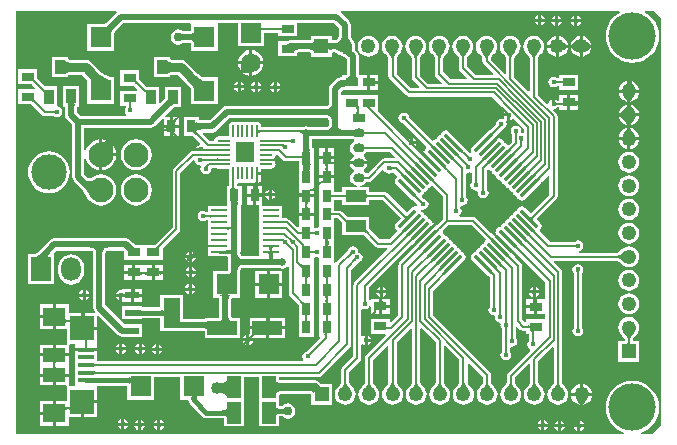
<source format=gtl>
G04*
G04 #@! TF.GenerationSoftware,Altium Limited,Altium Designer,19.0.4 (130)*
G04*
G04 Layer_Physical_Order=1*
G04 Layer_Color=255*
%FSTAX24Y24*%
%MOIN*%
G70*
G01*
G75*
%ADD11C,0.0100*%
%ADD15C,0.0070*%
%ADD16C,0.0150*%
%ADD17C,0.0050*%
%ADD24R,0.0472X0.0225*%
%ADD25R,0.0572X0.1000*%
%ADD26R,0.0709X0.0394*%
%ADD27R,0.0787X0.0827*%
%ADD28R,0.0748X0.0630*%
%ADD29R,0.0531X0.0157*%
%ADD30R,0.0748X0.0472*%
%ADD31R,0.0700X0.0700*%
%ADD32R,0.0984X0.0472*%
%ADD33R,0.0433X0.0304*%
%ADD34R,0.0304X0.0433*%
%ADD35R,0.0550X0.0110*%
G04:AMPARAMS|DCode=36|XSize=11.8mil|YSize=82.7mil|CornerRadius=0mil|HoleSize=0mil|Usage=FLASHONLY|Rotation=135.000|XOffset=0mil|YOffset=0mil|HoleType=Round|Shape=Round|*
%AMOVALD36*
21,1,0.0709,0.0118,0.0000,0.0000,225.0*
1,1,0.0118,0.0251,0.0251*
1,1,0.0118,-0.0251,-0.0251*
%
%ADD36OVALD36*%

G04:AMPARAMS|DCode=37|XSize=11.8mil|YSize=82.7mil|CornerRadius=0mil|HoleSize=0mil|Usage=FLASHONLY|Rotation=45.000|XOffset=0mil|YOffset=0mil|HoleType=Round|Shape=Round|*
%AMOVALD37*
21,1,0.0709,0.0118,0.0000,0.0000,135.0*
1,1,0.0118,0.0251,-0.0251*
1,1,0.0118,-0.0251,0.0251*
%
%ADD37OVALD37*%

%ADD38O,0.0079X0.0456*%
%ADD39O,0.0456X0.0079*%
%ADD40R,0.0630X0.0689*%
%ADD41R,0.0335X0.0472*%
%ADD42R,0.0472X0.0717*%
%ADD43R,0.0700X0.0700*%
%ADD76C,0.0200*%
%ADD77C,0.0250*%
%ADD78C,0.0300*%
%ADD79R,0.0492X0.0492*%
%ADD80C,0.0492*%
%ADD81R,0.0492X0.0492*%
%ADD82O,0.0384X0.0300*%
%ADD83R,0.0384X0.0300*%
%ADD84C,0.0650*%
%ADD85R,0.0650X0.0650*%
%ADD86C,0.1181*%
%ADD87C,0.0827*%
%ADD88O,0.0650X0.0800*%
%ADD89R,0.0650X0.0800*%
%ADD90C,0.0150*%
%ADD91C,0.1575*%
%ADD92C,0.0400*%
%ADD93C,0.0300*%
%ADD94C,0.0250*%
G36*
X03789Y037098D02*
X037851Y037057D01*
X037788Y036984D01*
X037766Y036951D01*
X037749Y036921D01*
X037737Y036895D01*
X037732Y036871D01*
Y036849D01*
X037737Y036831D01*
X037749Y036815D01*
X037466Y037098D01*
X037482Y037087D01*
X0375Y037081D01*
X037521D01*
X037545Y037087D01*
X037572Y037098D01*
X037602Y037115D01*
X037634Y037138D01*
X03767Y037166D01*
X037749Y03724D01*
X03789Y037098D01*
D02*
G37*
G36*
X043416Y036954D02*
X043415Y036961D01*
X043413Y036967D01*
X04341Y036972D01*
X043405Y036977D01*
X043398Y03698D01*
X04339Y036984D01*
X043381Y036986D01*
X04337Y036988D01*
X043358Y036989D01*
X043345Y036989D01*
Y037059D01*
X043358Y03706D01*
X04337Y037061D01*
X043381Y037062D01*
X04339Y037065D01*
X043398Y037068D01*
X043405Y037072D01*
X04341Y037076D01*
X043413Y037082D01*
X043415Y037088D01*
X043416Y037094D01*
Y036954D01*
D02*
G37*
G36*
X042723Y037088D02*
X042725Y037082D01*
X042729Y037076D01*
X042734Y037072D01*
X04274Y037068D01*
X042748Y037065D01*
X042757Y037062D01*
X042768Y037061D01*
X04278Y03706D01*
X042794Y037059D01*
Y036989D01*
X04278Y036989D01*
X042768Y036988D01*
X042757Y036986D01*
X042748Y036984D01*
X04274Y03698D01*
X042734Y036977D01*
X042729Y036972D01*
X042725Y036967D01*
X042723Y036961D01*
X042723Y036954D01*
Y037094D01*
X042723Y037088D01*
D02*
G37*
G36*
X04009Y036854D02*
X040094Y036853D01*
X040099Y036852D01*
X040114Y036851D01*
X040166Y03685D01*
X040183Y03685D01*
Y03665D01*
X040088Y036645D01*
Y036855D01*
X04009Y036854D01*
D02*
G37*
G36*
X040502Y036852D02*
X04073Y036856D01*
Y036644D01*
X040726Y036645D01*
X040716Y036646D01*
X040678Y036648D01*
X040502Y036649D01*
Y03655D01*
X0405Y036569D01*
X040494Y036586D01*
X040484Y036601D01*
X04047Y036614D01*
X040452Y036625D01*
X04043Y036634D01*
X040404Y036641D01*
X040374Y036646D01*
X040339Y036649D01*
X040301Y03665D01*
Y03685D01*
X040339Y036851D01*
X040374Y036854D01*
X040404Y036859D01*
X04043Y036866D01*
X040452Y036875D01*
X04047Y036886D01*
X040484Y036899D01*
X040494Y036914D01*
X0405Y036931D01*
X040502Y03695D01*
Y036852D01*
D02*
G37*
G36*
X045635Y036788D02*
X045637Y036765D01*
X04564Y036742D01*
X045646Y036721D01*
X045652Y036701D01*
X04566Y036682D01*
X045669Y036664D01*
X04568Y036647D01*
X045692Y036631D01*
X045706Y036616D01*
X045362D01*
X045375Y036631D01*
X045388Y036647D01*
X045399Y036664D01*
X045408Y036682D01*
X045416Y036701D01*
X045422Y036721D01*
X045427Y036742D01*
X045431Y036765D01*
X045433Y036788D01*
X045434Y036813D01*
X045634D01*
X045635Y036788D01*
D02*
G37*
G36*
X044992Y036622D02*
X044998Y036605D01*
X045008Y03659D01*
X045022Y036577D01*
X045041Y036566D01*
X045063Y036557D01*
X045089Y03655D01*
X045119Y036545D01*
X045153Y036542D01*
X045176Y036541D01*
X045186Y036541D01*
X04521Y036543D01*
X045232Y036547D01*
X045253Y036552D01*
X045274Y036559D01*
X045293Y036567D01*
X045311Y036576D01*
X045328Y036587D01*
X045344Y036599D01*
X045358Y036613D01*
Y036268D01*
X045344Y036282D01*
X045328Y036294D01*
X045311Y036305D01*
X045293Y036315D01*
X045274Y036322D01*
X045253Y036329D01*
X045232Y036334D01*
X04521Y036338D01*
X045186Y03634D01*
X045176Y03634D01*
X045153Y03634D01*
X045119Y036337D01*
X045089Y036332D01*
X045063Y036325D01*
X045041Y036316D01*
X045022Y036305D01*
X045008Y036292D01*
X044998Y036277D01*
X044992Y03626D01*
X04499Y036241D01*
Y036641D01*
X044992Y036622D01*
D02*
G37*
G36*
X044503Y036241D02*
X044501Y03626D01*
X044495Y036277D01*
X044485Y036292D01*
X044471Y036305D01*
X044453Y036316D01*
X04443Y036325D01*
X044404Y036332D01*
X044374Y036337D01*
X04434Y03634D01*
X044302Y036341D01*
Y036541D01*
X04434Y036542D01*
X044374Y036545D01*
X044404Y03655D01*
X04443Y036557D01*
X044453Y036566D01*
X044471Y036577D01*
X044485Y03659D01*
X044495Y036605D01*
X044501Y036622D01*
X044503Y036641D01*
Y036241D01*
D02*
G37*
G36*
X044045Y036341D02*
X044007Y03634D01*
X043973Y036337D01*
X043943Y036332D01*
X043917Y036325D01*
X043895Y036316D01*
X043877Y036305D01*
X043863Y036292D01*
X043853Y036277D01*
X043847Y03626D01*
X043845Y036241D01*
Y036505D01*
X043847Y036512D01*
X043853Y036518D01*
X043863Y036523D01*
X043877Y036528D01*
X043895Y036532D01*
X043917Y036535D01*
X043973Y036539D01*
X044045Y036541D01*
Y036341D01*
D02*
G37*
G36*
X04577Y036366D02*
X045769Y036347D01*
X045771Y036328D01*
X045774Y03631D01*
X04578Y036291D01*
X045788Y036272D01*
X045798Y036254D01*
X045811Y036235D01*
X045826Y036217D01*
X045843Y036199D01*
X045667Y036092D01*
X045649Y036109D01*
X045613Y036138D01*
X045595Y036151D01*
X045577Y036163D01*
X045559Y036173D01*
X04554Y036182D01*
X045521Y036189D01*
X045503Y036195D01*
X045484Y0362D01*
X045774Y036385D01*
X04577Y036366D01*
D02*
G37*
G36*
X051979Y036238D02*
X051935Y036189D01*
X051918Y036166D01*
X051902Y036144D01*
X05189Y036123D01*
X051881Y036103D01*
X051874Y036084D01*
X05187Y036066D01*
X051868Y036049D01*
X051798D01*
X051797Y036066D01*
X051793Y036084D01*
X051786Y036103D01*
X051776Y036123D01*
X051764Y036144D01*
X051749Y036166D01*
X051731Y036189D01*
X051687Y036238D01*
X051661Y036265D01*
X052005D01*
X051979Y036238D01*
D02*
G37*
G36*
X051192D02*
X051148Y036189D01*
X05113Y036166D01*
X051115Y036144D01*
X051103Y036123D01*
X051093Y036103D01*
X051086Y036084D01*
X051082Y036066D01*
X051081Y036049D01*
X051011D01*
X051009Y036066D01*
X051005Y036084D01*
X050998Y036103D01*
X050989Y036123D01*
X050976Y036144D01*
X050961Y036166D01*
X050944Y036189D01*
X0509Y036238D01*
X050874Y036265D01*
X051218D01*
X051192Y036238D01*
D02*
G37*
G36*
X050405D02*
X050361Y036189D01*
X050343Y036166D01*
X050328Y036144D01*
X050315Y036123D01*
X050306Y036103D01*
X050299Y036084D01*
X050295Y036066D01*
X050293Y036049D01*
X050223D01*
X050222Y036066D01*
X050218Y036084D01*
X050211Y036103D01*
X050201Y036123D01*
X050189Y036144D01*
X050174Y036166D01*
X050156Y036189D01*
X050112Y036238D01*
X050086Y036265D01*
X050431D01*
X050405Y036238D01*
D02*
G37*
G36*
X049617D02*
X049573Y036189D01*
X049555Y036166D01*
X04954Y036144D01*
X049528Y036123D01*
X049518Y036103D01*
X049511Y036084D01*
X049507Y036066D01*
X049506Y036049D01*
X049436D01*
X049435Y036066D01*
X04943Y036084D01*
X049424Y036103D01*
X049414Y036123D01*
X049402Y036144D01*
X049387Y036166D01*
X049369Y036189D01*
X049325Y036238D01*
X049299Y036265D01*
X049643D01*
X049617Y036238D01*
D02*
G37*
G36*
X04883D02*
X048786Y036189D01*
X048768Y036166D01*
X048753Y036144D01*
X048741Y036123D01*
X048731Y036103D01*
X048724Y036084D01*
X04872Y036066D01*
X048719Y036049D01*
X048649D01*
X048647Y036066D01*
X048643Y036084D01*
X048636Y036103D01*
X048627Y036123D01*
X048614Y036144D01*
X048599Y036166D01*
X048581Y036189D01*
X048537Y036238D01*
X048511Y036265D01*
X048856D01*
X04883Y036238D01*
D02*
G37*
G36*
X048042D02*
X047998Y036189D01*
X047981Y036166D01*
X047965Y036144D01*
X047953Y036123D01*
X047944Y036103D01*
X047937Y036084D01*
X047933Y036066D01*
X047931Y036049D01*
X047861D01*
X04786Y036066D01*
X047856Y036084D01*
X047849Y036103D01*
X047839Y036123D01*
X047827Y036144D01*
X047812Y036166D01*
X047794Y036189D01*
X04775Y036238D01*
X047724Y036265D01*
X048068D01*
X048042Y036238D01*
D02*
G37*
G36*
X047267Y036248D02*
X047208Y03617D01*
X047193Y036147D01*
X047181Y036125D01*
X047172Y036105D01*
X047165Y036086D01*
X047162Y036068D01*
X04716Y036052D01*
X04709Y036048D01*
X047089Y036065D01*
X047085Y036083D01*
X047077Y036102D01*
X047068Y036121D01*
X047055Y036142D01*
X047039Y036162D01*
X047021Y036184D01*
X047Y036207D01*
X046949Y036254D01*
X047292Y036277D01*
X047267Y036248D01*
D02*
G37*
G36*
X056073Y037377D02*
Y02525D01*
Y023813D01*
X055773Y023513D01*
X055413Y023509D01*
X055405Y023559D01*
X055461Y023576D01*
X055615Y023659D01*
X055751Y023769D01*
X055861Y023905D01*
X055944Y024059D01*
X055995Y024226D01*
X056012Y0244D01*
X055995Y024574D01*
X055944Y024741D01*
X055861Y024895D01*
X055751Y025031D01*
X055615Y025141D01*
X055461Y025224D01*
X055294Y025275D01*
X05512Y025292D01*
X054946Y025275D01*
X054779Y025224D01*
X054625Y025141D01*
X054489Y025031D01*
X054379Y024895D01*
X054296Y024741D01*
X054245Y024574D01*
X054228Y0244D01*
X054245Y024226D01*
X054296Y024059D01*
X054379Y023905D01*
X054489Y023769D01*
X054625Y023659D01*
X054779Y023576D01*
X054854Y023553D01*
X054846Y023503D01*
X054772Y023503D01*
X034577D01*
Y024D01*
X034577Y037623D01*
X037917D01*
X037932Y037592D01*
X037935Y037573D01*
X037639Y037277D01*
X037603Y037243D01*
X037573Y03722D01*
X037547Y037201D01*
X037544Y037199D01*
X03747D01*
X037466Y0372D01*
X037462Y037199D01*
X03695D01*
Y036299D01*
X03785D01*
Y036812D01*
X037851Y036815D01*
X03785Y036819D01*
Y036893D01*
X037852Y036897D01*
X037869Y036921D01*
X037918Y036979D01*
X038168Y037229D01*
X040384D01*
X0404Y037186D01*
X0404Y037179D01*
Y036964D01*
X040397Y036963D01*
X040382Y036959D01*
X040361Y036955D01*
X040346Y036954D01*
X040126D01*
X040079Y036985D01*
X039981Y037005D01*
X039884Y036985D01*
X039801Y03693D01*
X039746Y036848D01*
X039726Y03675D01*
X039746Y036652D01*
X039801Y03657D01*
X039884Y036514D01*
X039981Y036495D01*
X040079Y036514D01*
X040124Y036545D01*
X040148Y036546D01*
X040346D01*
X040361Y036545D01*
X040382Y036541D01*
X040397Y036537D01*
X0404Y036536D01*
Y036286D01*
X0413D01*
Y037179D01*
X0413Y037186D01*
X041316Y037229D01*
X041975D01*
Y036463D01*
X042825D01*
Y036887D01*
X043314D01*
Y036772D01*
X043947D01*
Y037229D01*
X045167D01*
X04533Y037066D01*
Y03678D01*
X04533Y036778D01*
X045327Y036762D01*
X045324Y036748D01*
X04532Y036736D01*
X045315Y036725D01*
X04531Y036715D01*
X045304Y036706D01*
X045298Y036697D01*
X045292Y036691D01*
X045287Y036687D01*
X045283Y036682D01*
X045277Y036677D01*
X045269Y03667D01*
X04526Y036664D01*
X04525Y036659D01*
X045238Y036654D01*
X045226Y03665D01*
X045212Y036647D01*
X045197Y036645D01*
X045195Y036644D01*
X045147D01*
X045132Y036646D01*
X04511Y036649D01*
X045095Y036653D01*
X045093Y036654D01*
Y036787D01*
X0444D01*
Y036654D01*
X044398Y036653D01*
X044383Y036649D01*
X044361Y036646D01*
X044346Y036644D01*
X043716D01*
X043638Y036629D01*
X043604Y036606D01*
X043314D01*
Y036102D01*
X043947D01*
Y036226D01*
X04395Y036228D01*
X043965Y036232D01*
X043986Y036235D01*
X044001Y036237D01*
X044346D01*
X044361Y036235D01*
X044383Y036232D01*
X044398Y036228D01*
X0444Y036227D01*
Y036094D01*
X045093D01*
Y036227D01*
X045095Y036228D01*
X04511Y036232D01*
X045132Y036235D01*
X045147Y036237D01*
X045195D01*
X045197Y036236D01*
X045212Y036234D01*
X045226Y036231D01*
X045238Y036227D01*
X04525Y036222D01*
X04526Y036217D01*
X045269Y036211D01*
X045277Y036204D01*
X045283Y036199D01*
X045287Y036194D01*
X045359Y036138D01*
X045444Y036103D01*
X045457Y036102D01*
X045459Y036101D01*
X045475Y036097D01*
X045487Y036093D01*
X0455Y036088D01*
X045512Y036082D01*
X045525Y036075D01*
X045539Y036067D01*
X045551Y036058D01*
X045568Y036043D01*
X045596Y036016D01*
Y03554D01*
X045595Y035525D01*
X045591Y035504D01*
X045587Y035489D01*
X045586Y035486D01*
X045453D01*
Y035405D01*
X045441Y035404D01*
X0454D01*
X045322Y035388D01*
X045256Y035344D01*
X045056Y035144D01*
X045012Y035078D01*
X044996Y035D01*
Y034521D01*
X044993Y034503D01*
X044988Y034489D01*
X044983Y034479D01*
X044978Y034472D01*
X044971Y034467D01*
X044961Y034462D01*
X044947Y034457D01*
X044929Y034454D01*
X0416D01*
X041522Y034438D01*
X041456Y034394D01*
X041035Y033974D01*
X040722D01*
X040707Y033975D01*
X040686Y033979D01*
X040671Y033983D01*
X040668Y033984D01*
Y034086D01*
X040164D01*
Y033453D01*
X040464D01*
X040468Y033453D01*
X040469Y033453D01*
X040501Y033426D01*
X040711Y033216D01*
X040697Y033168D01*
X040682Y033165D01*
X040624Y033126D01*
X040585Y033068D01*
X040582Y03305D01*
X04075D01*
Y03297D01*
X040816Y033035D01*
X040819Y033031D01*
X040822Y033027D01*
X040826Y033024D01*
X04083Y033021D01*
X040835Y033019D01*
X040841Y033017D01*
X040847Y033016D01*
X040853Y033015D01*
X040861Y033014D01*
X040869Y033014D01*
X040845Y032944D01*
X040837Y032944D01*
X040815Y032942D01*
X040809Y032941D01*
X040799Y032939D01*
X040794Y032938D01*
X04079Y032936D01*
X040786Y032934D01*
X04075Y03297D01*
Y03295D01*
X040729D01*
X040714Y032934D01*
X04071Y032936D01*
X040706Y032938D01*
X040701Y032939D01*
X040691Y032941D01*
X040685Y032942D01*
X040663Y032944D01*
X040655Y032944D01*
X040653Y03295D01*
X040543D01*
X040542Y032949D01*
X040463D01*
X040415Y032939D01*
X040373Y032911D01*
X03983Y032368D01*
X039802Y032327D01*
X039793Y032278D01*
Y030394D01*
X039222Y029823D01*
X038871D01*
X038834Y029823D01*
X038784Y029823D01*
X03856D01*
X038551Y029828D01*
X038535Y029839D01*
X03847Y029895D01*
X038385Y029979D01*
X038319Y030024D01*
X038241Y030039D01*
X03585D01*
X03585Y030039D01*
X035772Y030024D01*
X035706Y029979D01*
X035706Y029979D01*
X035363Y029637D01*
X035299Y029582D01*
X035267Y029558D01*
X035237Y029538D01*
X035209Y029523D01*
X035184Y029512D01*
X035163Y029505D01*
X035145Y029501D01*
X035133Y0295D01*
X034975D01*
Y0285D01*
X035825D01*
Y0295D01*
X035825Y0295D01*
X035825D01*
X035845Y029542D01*
X035934Y029631D01*
X037079D01*
X037097Y029628D01*
X037111Y029623D01*
X037121Y029618D01*
X037128Y029613D01*
X037133Y029606D01*
X037138Y029597D01*
X037143Y029582D01*
X037146Y029564D01*
Y027733D01*
X037162Y027655D01*
X037199Y027599D01*
X037182Y027549D01*
X036825D01*
Y027518D01*
X036875D01*
X036875Y027504D01*
X036876Y027492D01*
X036878Y027482D01*
X036881Y027472D01*
X036884Y027465D01*
X036888Y027458D01*
X036892Y027453D01*
X036897Y02745D01*
X036903Y027448D01*
X03691Y027447D01*
X036825D01*
Y027086D01*
X037269D01*
Y02746D01*
X037315Y027479D01*
X037973Y026821D01*
X03804Y026777D01*
X038114Y026762D01*
Y026753D01*
X038786D01*
Y027178D01*
X038194D01*
X037554Y027817D01*
Y029564D01*
X037557Y029582D01*
X037562Y029597D01*
X037567Y029606D01*
X037572Y029613D01*
X037579Y029618D01*
X037589Y029623D01*
X037603Y029628D01*
X037621Y029631D01*
X038155D01*
X038176Y029608D01*
X038188Y029591D01*
Y02932D01*
X038784D01*
X038821Y02932D01*
X038871Y02932D01*
X039467D01*
Y029708D01*
X04001Y030251D01*
X040038Y030293D01*
X040047Y030341D01*
Y032225D01*
X040474Y032652D01*
X040477Y032652D01*
X040525Y032632D01*
X040535Y032582D01*
X040574Y032524D01*
X040632Y032485D01*
X0407Y032472D01*
X040712Y032474D01*
X040742Y032429D01*
X040735Y032418D01*
X040722Y03235D01*
X040735Y032282D01*
X040774Y032224D01*
X040832Y032185D01*
X0409Y032172D01*
X040968Y032185D01*
X041026Y032224D01*
X041065Y032282D01*
X041078Y03235D01*
X041094Y032369D01*
X041289D01*
X041311Y032364D01*
X041664D01*
Y032011D01*
X041668Y03199D01*
X041669Y031976D01*
Y031797D01*
X041602D01*
Y031269D01*
X041601Y031265D01*
X041602Y031261D01*
Y031164D01*
X041574Y031125D01*
X040965D01*
Y030936D01*
X040934Y030923D01*
X040915Y03092D01*
X040878Y030945D01*
X04081Y030958D01*
X040742Y030945D01*
X040684Y030906D01*
X040645Y030848D01*
X040632Y03078D01*
X040645Y030712D01*
X040684Y030654D01*
X040742Y030615D01*
X04081Y030602D01*
X040878Y030615D01*
X040914Y030639D01*
X040965D01*
Y030224D01*
Y02983D01*
Y02983D01*
X041055D01*
X04106Y029832D01*
X041063Y029835D01*
X041066Y029838D01*
X041066Y029842D01*
Y02983D01*
X04134D01*
Y029747D01*
X041335Y029746D01*
X041066D01*
Y029734D01*
X041066Y029738D01*
X041063Y029741D01*
X04106Y029744D01*
X041055Y029746D01*
X040965D01*
Y029436D01*
X04161D01*
X041614Y029435D01*
X041646Y0294D01*
Y029004D01*
X041645Y028989D01*
X041641Y028968D01*
X041637Y028953D01*
X041636Y02895D01*
X04115D01*
Y02805D01*
X041336D01*
X041337Y028047D01*
X041341Y028032D01*
X041345Y02801D01*
X041346Y027996D01*
Y027441D01*
X041345Y027426D01*
X041341Y027405D01*
X041337Y02739D01*
X041336Y027386D01*
X040963D01*
X040959Y027387D01*
X040955Y027386D01*
X040951D01*
X040949Y027386D01*
X040948Y027386D01*
X040858D01*
Y027357D01*
X040815Y027354D01*
X040148D01*
Y028155D01*
X039376D01*
Y027736D01*
X039368Y027734D01*
X039359Y027734D01*
X038781D01*
X038776Y027734D01*
Y027768D01*
X038679D01*
X038675Y027768D01*
X038671Y027768D01*
X038104D01*
Y027343D01*
X038671D01*
X038675Y027342D01*
X038679Y027343D01*
X038776D01*
Y027376D01*
X038787Y027377D01*
X039359D01*
X039368Y027376D01*
X039376Y027375D01*
Y026955D01*
X04001D01*
X040056Y026946D01*
X040804D01*
X040819Y026945D01*
X04084Y026941D01*
X040855Y026937D01*
X040858Y026936D01*
Y026714D01*
X042042D01*
Y027386D01*
X041764D01*
X041763Y02739D01*
X041759Y027405D01*
X041755Y027426D01*
X041754Y027441D01*
Y027996D01*
X041755Y02801D01*
X041759Y028032D01*
X041763Y028047D01*
X041764Y02805D01*
X04205D01*
Y02873D01*
X042054Y02875D01*
Y028985D01*
X042057Y029003D01*
X042062Y029017D01*
X042067Y029027D01*
X042072Y029033D01*
X042079Y029039D01*
X042089Y029044D01*
X042103Y029049D01*
X042121Y029052D01*
X043058D01*
X043349Y029047D01*
X043362Y029038D01*
X04345Y029021D01*
X043538Y029038D01*
X043612Y029088D01*
X043623Y029103D01*
X043673Y029088D01*
Y028214D01*
X043682Y028165D01*
X04371Y028124D01*
X044002Y027832D01*
Y027379D01*
Y02675D01*
X044506D01*
Y027379D01*
Y028007D01*
Y028635D01*
Y029264D01*
Y029383D01*
X044556Y029412D01*
X04461Y029401D01*
X044633Y029406D01*
X044672Y029374D01*
Y029264D01*
Y028635D01*
Y028007D01*
Y027379D01*
Y02675D01*
X04469D01*
X04471Y026704D01*
X04428Y026274D01*
X044232Y026265D01*
X044174Y026226D01*
X044135Y026168D01*
X044122Y0261D01*
X044135Y026032D01*
X044154Y026003D01*
X044128Y025953D01*
X037269D01*
Y026148D01*
Y026277D01*
X036537D01*
Y026148D01*
Y025893D01*
Y025637D01*
Y025381D01*
X036537Y025125D01*
X036494Y025108D01*
X036357D01*
X036324Y025144D01*
X036324Y025158D01*
Y025431D01*
X0359D01*
Y025247D01*
X03592D01*
X035913Y025246D01*
X035907Y025244D01*
X035902Y02524D01*
X0359Y025238D01*
Y025144D01*
X036248D01*
X036281Y025108D01*
X036281Y025094D01*
Y024616D01*
X0359D01*
Y024522D01*
X035902Y02452D01*
X035907Y024517D01*
X035913Y024514D01*
X03592Y024514D01*
X0359D01*
Y024201D01*
Y023889D01*
X03594D01*
X035933Y023888D01*
X035927Y023886D01*
X035922Y023882D01*
X035918Y023877D01*
X035914Y023871D01*
X035911Y023863D01*
X035908Y023854D01*
X035906Y023843D01*
X035905Y023831D01*
X035905Y023817D01*
X0359D01*
Y023786D01*
X036324D01*
Y024081D01*
X036725D01*
Y024595D01*
X036775D01*
Y024645D01*
X037269D01*
Y025075D01*
X037269Y025108D01*
X037312Y025125D01*
X038262D01*
X038271Y025124D01*
X038278Y025123D01*
Y02465D01*
X039178D01*
Y025422D01*
X04005D01*
Y02465D01*
X040322D01*
Y02464D01*
X040335Y024572D01*
X040374Y024514D01*
X040784Y024104D01*
X040784Y024104D01*
X040842Y024065D01*
X04091Y024052D01*
X04091Y024052D01*
X041475D01*
X041484Y024051D01*
X041491Y02405D01*
Y023772D01*
X042164D01*
Y024622D01*
Y025422D01*
X042676D01*
Y024622D01*
Y023772D01*
X043349D01*
Y0241D01*
X043356Y024101D01*
X043365Y024102D01*
X043438D01*
X043442Y024101D01*
X043449Y0241D01*
X04345Y0241D01*
X04345Y0241D01*
X043532Y024044D01*
X04363Y024025D01*
X043728Y024044D01*
X04381Y0241D01*
X043865Y024182D01*
X043885Y02428D01*
X043865Y024378D01*
X04381Y02446D01*
X043728Y024516D01*
X04363Y024535D01*
X043532Y024516D01*
X04345Y02446D01*
X04345Y02446D01*
X043449Y02446D01*
X043443Y024459D01*
X043436Y024458D01*
X043365D01*
X043356Y024459D01*
X043349Y02446D01*
Y024829D01*
X043355Y024832D01*
X043369Y024838D01*
X043391Y024844D01*
X04342Y024849D01*
X043441Y024851D01*
X044325D01*
X044346Y024849D01*
X044374Y024844D01*
X044396Y024838D01*
X04441Y024832D01*
X044417Y024828D01*
Y024494D01*
X045109D01*
Y025187D01*
X044741D01*
X044686Y025242D01*
X044611Y025292D01*
X044524Y025309D01*
X043441D01*
X04342Y025311D01*
X043391Y025316D01*
X043369Y025322D01*
X043355Y025328D01*
X043349Y025331D01*
Y025422D01*
X044659D01*
X044712Y025432D01*
X044757Y025462D01*
X045697Y026403D01*
X045727Y026447D01*
X045738Y0265D01*
X045738Y0265D01*
Y028993D01*
X04597Y029226D01*
X046018Y029235D01*
X046076Y029274D01*
X046115Y029332D01*
X046128Y0294D01*
X046115Y029468D01*
X046076Y029526D01*
X046018Y029565D01*
X045975Y029573D01*
X045978Y029591D01*
X045965Y02966D01*
X045926Y029717D01*
X045868Y029756D01*
X0458Y02977D01*
X045732Y029756D01*
X045674Y029717D01*
X045635Y02966D01*
X045626Y029611D01*
X045253Y029239D01*
X045252Y029237D01*
X045184Y029224D01*
X045176Y02923D01*
Y029892D01*
Y030521D01*
Y03071D01*
X045303D01*
X045446Y030567D01*
Y030153D01*
X04615D01*
X046154Y030152D01*
X046158Y030153D01*
X046158D01*
X046167Y030146D01*
X046546Y029766D01*
X046591Y029737D01*
X046644Y029726D01*
X046942D01*
X046961Y02968D01*
X045853Y028572D01*
X045823Y028527D01*
X045812Y028474D01*
Y026107D01*
X045453Y025748D01*
X045423Y025703D01*
X045413Y02565D01*
Y02523D01*
X045412Y025226D01*
X045409Y025218D01*
X045403Y025206D01*
X045395Y025192D01*
X045383Y025175D01*
X04537Y025157D01*
X04533Y025112D01*
X04531Y025092D01*
X045304Y025087D01*
X045248Y025015D01*
X045213Y024931D01*
X045201Y024841D01*
X045213Y02475D01*
X045248Y024666D01*
X045304Y024594D01*
X045376Y024538D01*
X04546Y024503D01*
X04555Y024492D01*
X045641Y024503D01*
X045725Y024538D01*
X045797Y024594D01*
X045853Y024666D01*
X045888Y02475D01*
X045899Y024841D01*
X045888Y024931D01*
X045853Y025015D01*
X045797Y025087D01*
X045791Y025092D01*
X045771Y025112D01*
X045731Y025157D01*
X045717Y025175D01*
X045706Y025192D01*
X045697Y025206D01*
X045692Y025218D01*
X045689Y025226D01*
X045688Y02523D01*
Y025593D01*
X046047Y025953D01*
X046077Y025997D01*
X046088Y02605D01*
Y026485D01*
X046138Y026505D01*
X046182Y026475D01*
X0462Y026472D01*
Y02664D01*
Y026694D01*
X046198D01*
X0462Y026696D01*
Y026808D01*
X046182Y026805D01*
X046138Y026775D01*
X046088Y026795D01*
Y027665D01*
X046121Y027682D01*
X046138Y027687D01*
X0462Y027675D01*
X046268Y027688D01*
X046326Y027727D01*
X046353Y027768D01*
X046403Y027753D01*
Y027522D01*
X04667D01*
Y027774D01*
Y028026D01*
X046403D01*
Y027994D01*
X046353Y027972D01*
X046338Y027985D01*
Y028391D01*
X047747Y0298D01*
X047761Y029799D01*
X047842Y02988D01*
X047847Y029881D01*
X047861Y02989D01*
X047862Y029892D01*
X047865Y0299D01*
X047868Y029907D01*
X047869Y029914D01*
X04788Y029903D01*
X047899Y029916D01*
X04815Y030167D01*
X048401Y030417D01*
X048436Y03047D01*
X048437Y030475D01*
X048497Y030536D01*
X048487Y030543D01*
X048444Y030551D01*
X048436Y030594D01*
X048401Y030647D01*
X048348Y030682D01*
X048305Y03069D01*
X048297Y030733D01*
X048261Y030786D01*
X048209Y030821D01*
X048166Y030829D01*
X048157Y030872D01*
X048122Y030925D01*
X048079Y030953D01*
X048099Y031001D01*
X04815Y03099D01*
X048218Y031004D01*
X048276Y031043D01*
X048315Y031101D01*
X048328Y031169D01*
X048315Y031237D01*
X048276Y031295D01*
X048218Y031334D01*
X04817Y031343D01*
X0481Y031414D01*
X048105Y031463D01*
X048122Y031475D01*
X048157Y031528D01*
X048166Y031571D01*
X048209Y031579D01*
X048261Y031614D01*
X048297Y031667D01*
X048305Y03171D01*
X048348Y031718D01*
X048401Y031753D01*
X048412Y031771D01*
X048462Y031776D01*
X048812Y031425D01*
Y030696D01*
X048601Y030485D01*
X048589Y030486D01*
X048507Y030404D01*
X048502Y030403D01*
X048485Y030392D01*
X048481Y03039D01*
X048479Y030388D01*
X04845Y030368D01*
X048199Y030118D01*
X047948Y029867D01*
X047936Y029848D01*
X047947Y029837D01*
X04794Y029835D01*
X047932Y029833D01*
X047925Y029829D01*
X047923Y029828D01*
X047913Y029814D01*
X047912Y029809D01*
X04783Y029727D01*
X047832Y029715D01*
X047353Y029237D01*
X047323Y029192D01*
X047312Y029139D01*
Y027469D01*
X047083Y027239D01*
X047036Y027259D01*
Y027356D01*
X046403D01*
Y026852D01*
X046879D01*
X046898Y026806D01*
X04624Y026148D01*
X046211Y026103D01*
X0462Y026051D01*
Y02523D01*
X046199Y025226D01*
X046196Y025218D01*
X046191Y025206D01*
X046182Y025192D01*
X046171Y025175D01*
X046157Y025157D01*
X046117Y025112D01*
X046097Y025092D01*
X046091Y025087D01*
X046036Y025015D01*
X046001Y024931D01*
X045989Y024841D01*
X046001Y02475D01*
X046036Y024666D01*
X046091Y024594D01*
X046163Y024538D01*
X046247Y024503D01*
X046338Y024492D01*
X046428Y024503D01*
X046512Y024538D01*
X046585Y024594D01*
X04664Y024666D01*
X046675Y02475D01*
X046687Y024841D01*
X046675Y024931D01*
X04664Y025015D01*
X046585Y025087D01*
X046578Y025092D01*
X046558Y025112D01*
X046519Y025157D01*
X046505Y025175D01*
X046493Y025192D01*
X046485Y025206D01*
X046479Y025218D01*
X046476Y025226D01*
X046475Y02523D01*
Y025994D01*
X046941Y026459D01*
X046988Y02644D01*
Y02523D01*
X046987Y025226D01*
X046984Y025218D01*
X046978Y025206D01*
X04697Y025192D01*
X046958Y025175D01*
X046944Y025157D01*
X046905Y025112D01*
X046885Y025092D01*
X046878Y025087D01*
X046823Y025015D01*
X046788Y024931D01*
X046776Y024841D01*
X046788Y02475D01*
X046823Y024666D01*
X046878Y024594D01*
X046951Y024538D01*
X047035Y024503D01*
X047125Y024492D01*
X047216Y024503D01*
X0473Y024538D01*
X047372Y024594D01*
X047427Y024666D01*
X047462Y02475D01*
X047474Y024841D01*
X047462Y024931D01*
X047427Y025015D01*
X047372Y025087D01*
X047366Y025092D01*
X047346Y025112D01*
X047306Y025157D01*
X047292Y025175D01*
X047281Y025192D01*
X047272Y025206D01*
X047267Y025218D01*
X047264Y025226D01*
X047263Y02523D01*
Y026583D01*
X047729Y027049D01*
X047775Y02703D01*
Y02523D01*
X047774Y025226D01*
X047771Y025218D01*
X047766Y025206D01*
X047757Y025192D01*
X047746Y025175D01*
X047732Y025157D01*
X047692Y025112D01*
X047672Y025092D01*
X047666Y025087D01*
X04761Y025015D01*
X047575Y024931D01*
X047564Y024841D01*
X047575Y02475D01*
X04761Y024666D01*
X047666Y024594D01*
X047738Y024538D01*
X047822Y024503D01*
X047913Y024492D01*
X048003Y024503D01*
X048087Y024538D01*
X048159Y024594D01*
X048215Y024666D01*
X04825Y02475D01*
X048262Y024841D01*
X04825Y024931D01*
X048215Y025015D01*
X048159Y025087D01*
X048153Y025092D01*
X048133Y025112D01*
X048093Y025157D01*
X04808Y025175D01*
X048068Y025192D01*
X04806Y025206D01*
X048054Y025218D01*
X048051Y025226D01*
X04805Y02523D01*
Y027032D01*
X048096Y027051D01*
X048562Y026585D01*
Y02523D01*
X048562Y025226D01*
X048559Y025218D01*
X048553Y025206D01*
X048545Y025192D01*
X048533Y025175D01*
X048519Y025157D01*
X048479Y025112D01*
X048459Y025092D01*
X048453Y025087D01*
X048398Y025015D01*
X048363Y024931D01*
X048351Y024841D01*
X048363Y02475D01*
X048398Y024666D01*
X048453Y024594D01*
X048525Y024538D01*
X04861Y024503D01*
X0487Y024492D01*
X04879Y024503D01*
X048875Y024538D01*
X048947Y024594D01*
X049002Y024666D01*
X049037Y02475D01*
X049049Y024841D01*
X049037Y024931D01*
X049002Y025015D01*
X048947Y025087D01*
X048941Y025092D01*
X048921Y025112D01*
X048881Y025157D01*
X048867Y025175D01*
X048855Y025192D01*
X048847Y025206D01*
X048841Y025218D01*
X048838Y025226D01*
X048838Y02523D01*
Y026452D01*
X048884Y026472D01*
X04935Y026006D01*
Y02523D01*
X049349Y025226D01*
X049346Y025218D01*
X04934Y025206D01*
X049332Y025192D01*
X04932Y025175D01*
X049307Y025157D01*
X049267Y025112D01*
X049247Y025092D01*
X049241Y025087D01*
X049185Y025015D01*
X04915Y024931D01*
X049138Y024841D01*
X04915Y02475D01*
X049185Y024666D01*
X049241Y024594D01*
X049313Y024538D01*
X049397Y024503D01*
X049487Y024492D01*
X049578Y024503D01*
X049662Y024538D01*
X049734Y024594D01*
X04979Y024666D01*
X049825Y02475D01*
X049836Y024841D01*
X049825Y024931D01*
X04979Y025015D01*
X049734Y025087D01*
X049728Y025092D01*
X049708Y025112D01*
X049668Y025157D01*
X049654Y025175D01*
X049643Y025192D01*
X049634Y025206D01*
X049629Y025218D01*
X049626Y025226D01*
X049625Y02523D01*
Y025863D01*
X049671Y025882D01*
X050137Y025416D01*
Y02523D01*
X050136Y025226D01*
X050133Y025218D01*
X050128Y025206D01*
X050119Y025192D01*
X050108Y025175D01*
X050094Y025157D01*
X050054Y025112D01*
X050034Y025092D01*
X050028Y025087D01*
X049973Y025015D01*
X049938Y024931D01*
X049926Y024841D01*
X049938Y02475D01*
X049973Y024666D01*
X050028Y024594D01*
X0501Y024538D01*
X050184Y024503D01*
X050275Y024492D01*
X050365Y024503D01*
X050449Y024538D01*
X050522Y024594D01*
X050577Y024666D01*
X050612Y02475D01*
X050624Y024841D01*
X050612Y024931D01*
X050577Y025015D01*
X050522Y025087D01*
X050515Y025092D01*
X050495Y025112D01*
X050456Y025157D01*
X050442Y025175D01*
X05043Y025192D01*
X050422Y025206D01*
X050416Y025218D01*
X050413Y025226D01*
X050412Y02523D01*
Y025473D01*
X050412Y025473D01*
X050402Y025526D01*
X050372Y025571D01*
X050372Y025571D01*
X04847Y027472D01*
Y028294D01*
X048926Y02875D01*
X048937Y028759D01*
X04894Y028761D01*
X048942Y028763D01*
X048944Y028763D01*
X048946Y028764D01*
X048948Y028765D01*
X04896Y028767D01*
X048978Y028779D01*
X048982Y028781D01*
X048983Y028783D01*
X049013Y028803D01*
X049514Y029304D01*
X049549Y029356D01*
X049562Y029418D01*
X049549Y02948D01*
X049514Y029533D01*
X049462Y029568D01*
X049419Y029577D01*
X04941Y02962D01*
X049375Y029672D01*
X049322Y029707D01*
X049279Y029716D01*
X049271Y029759D01*
X049236Y029811D01*
X049183Y029847D01*
X04914Y029855D01*
X049132Y029898D01*
X049097Y029951D01*
X049044Y029986D01*
X049001Y029994D01*
X048993Y030037D01*
X048957Y03009D01*
X048905Y030125D01*
X048862Y030133D01*
X048853Y030176D01*
X048818Y030229D01*
X048801Y030241D01*
X048796Y03029D01*
X048987Y030482D01*
X049756D01*
X050226Y030012D01*
X050221Y029962D01*
X050203Y029951D01*
X050168Y029898D01*
X05016Y029855D01*
X050117Y029847D01*
X050064Y029811D01*
X050029Y029759D01*
X050021Y029716D01*
X049978Y029707D01*
X049925Y029672D01*
X04989Y02962D01*
X049881Y029577D01*
X049838Y029568D01*
X049786Y029533D01*
X049751Y02948D01*
X049738Y029418D01*
X049751Y029356D01*
X049786Y029304D01*
X050287Y028803D01*
X050317Y028783D01*
X050318Y028781D01*
X050322Y028779D01*
X05034Y028767D01*
X050352Y028765D01*
X050354Y028764D01*
X050356Y028763D01*
X050358Y028763D01*
X05036Y028761D01*
X050362Y02876D01*
Y027759D01*
X050335Y027718D01*
X050322Y02765D01*
X050335Y027582D01*
X050374Y027524D01*
X050432Y027485D01*
X0505Y027472D01*
X050505Y027473D01*
X050548Y02743D01*
X050542Y0274D01*
X050555Y027332D01*
X050594Y027274D01*
X050652Y027235D01*
X05069Y027228D01*
X05072Y027221D01*
X050726Y027173D01*
X050722Y02715D01*
X050735Y027082D01*
X050762Y027041D01*
Y026259D01*
X050735Y026218D01*
X050722Y02615D01*
X050735Y026082D01*
X050774Y026024D01*
X050832Y025985D01*
X0509Y025972D01*
X050968Y025985D01*
X051026Y026024D01*
X051065Y026082D01*
X051078Y02615D01*
X051065Y026218D01*
X051038Y026259D01*
Y026395D01*
X051076Y026426D01*
X0511Y026422D01*
X051168Y026435D01*
X051226Y026474D01*
X051265Y026532D01*
X051278Y0266D01*
X051265Y026668D01*
X051238Y026709D01*
Y027069D01*
X051284Y027088D01*
X051375Y026997D01*
X05142Y026967D01*
X051473Y026957D01*
X051573D01*
Y026842D01*
X051662D01*
Y026609D01*
X051635Y026568D01*
X051622Y0265D01*
X051635Y026432D01*
X051674Y026374D01*
X051695Y02636D01*
X051701Y026296D01*
X050965Y02556D01*
X050935Y025515D01*
X050925Y025462D01*
Y02523D01*
X050924Y025226D01*
X050921Y025218D01*
X050915Y025206D01*
X050907Y025192D01*
X050895Y025175D01*
X050881Y025157D01*
X050842Y025112D01*
X050822Y025092D01*
X050815Y025087D01*
X05076Y025015D01*
X050725Y024931D01*
X050713Y024841D01*
X050725Y02475D01*
X05076Y024666D01*
X050815Y024594D01*
X050888Y024538D01*
X050972Y024503D01*
X051062Y024492D01*
X051153Y024503D01*
X051237Y024538D01*
X051309Y024594D01*
X051364Y024666D01*
X051399Y02475D01*
X051411Y024841D01*
X051399Y024931D01*
X051364Y025015D01*
X051309Y025087D01*
X051303Y025092D01*
X051283Y025112D01*
X051243Y025157D01*
X051229Y025175D01*
X051218Y025192D01*
X051209Y025206D01*
X051204Y025218D01*
X051201Y025226D01*
X0512Y02523D01*
Y025405D01*
X051666Y025871D01*
X051712Y025852D01*
Y02523D01*
X051711Y025226D01*
X051708Y025218D01*
X051703Y025206D01*
X051694Y025192D01*
X051683Y025175D01*
X051669Y025157D01*
X051629Y025112D01*
X051609Y025092D01*
X051603Y025087D01*
X051547Y025015D01*
X051512Y024931D01*
X051501Y024841D01*
X051512Y02475D01*
X051547Y024666D01*
X051603Y024594D01*
X051675Y024538D01*
X051759Y024503D01*
X05185Y024492D01*
X05194Y024503D01*
X052024Y024538D01*
X052096Y024594D01*
X052152Y024666D01*
X052187Y02475D01*
X052199Y024841D01*
X052187Y024931D01*
X052152Y025015D01*
X052096Y025087D01*
X05209Y025092D01*
X05207Y025112D01*
X05203Y025157D01*
X052017Y025175D01*
X052005Y025192D01*
X051997Y025206D01*
X051991Y025218D01*
X051988Y025226D01*
X051987Y02523D01*
Y025943D01*
X052453Y026409D01*
X052499Y02639D01*
Y02523D01*
X052499Y025226D01*
X052496Y025218D01*
X05249Y025206D01*
X052482Y025192D01*
X05247Y025175D01*
X052456Y025157D01*
X052416Y025112D01*
X052396Y025092D01*
X05239Y025087D01*
X052335Y025015D01*
X0523Y024931D01*
X052288Y024841D01*
X0523Y02475D01*
X052335Y024666D01*
X05239Y024594D01*
X052462Y024538D01*
X052547Y024503D01*
X052637Y024492D01*
X052727Y024503D01*
X052812Y024538D01*
X052884Y024594D01*
X052939Y024666D01*
X052974Y02475D01*
X052986Y024841D01*
X052974Y024931D01*
X052939Y025015D01*
X052884Y025087D01*
X052878Y025092D01*
X052858Y025112D01*
X052818Y025157D01*
X052804Y025175D01*
X052792Y025192D01*
X052784Y025206D01*
X052778Y025218D01*
X052775Y025226D01*
X052775Y02523D01*
Y028909D01*
X052764Y028962D01*
X052734Y029006D01*
X052497Y029244D01*
X052516Y02929D01*
X054611D01*
X054614Y02929D01*
X054623Y029287D01*
X054634Y029281D01*
X054648Y029273D01*
X054665Y029261D01*
X054683Y029247D01*
X054728Y029207D01*
X054748Y029187D01*
X054753Y029181D01*
X054825Y029126D01*
X05491Y029091D01*
X055Y029079D01*
X05509Y029091D01*
X055175Y029126D01*
X055247Y029181D01*
X055302Y029253D01*
X055337Y029338D01*
X055349Y029428D01*
X055337Y029518D01*
X055302Y029602D01*
X055247Y029675D01*
X055175Y02973D01*
X05509Y029765D01*
X055Y029777D01*
X05491Y029765D01*
X054825Y02973D01*
X054753Y029675D01*
X054748Y029669D01*
X054728Y029649D01*
X054683Y029609D01*
X054665Y029595D01*
X054648Y029583D01*
X054634Y029575D01*
X054623Y029569D01*
X054614Y029566D01*
X054611Y029566D01*
X053334D01*
X053329Y029616D01*
X053368Y029623D01*
X053426Y029662D01*
X053465Y02972D01*
X053478Y029788D01*
X053465Y029857D01*
X053426Y029914D01*
X053368Y029953D01*
X0533Y029967D01*
X053232Y029953D01*
X053191Y029926D01*
X052372D01*
X052025Y030272D01*
X05203Y030322D01*
X052047Y030334D01*
X052083Y030386D01*
X052095Y030448D01*
X052083Y03051D01*
X052047Y030563D01*
X051928Y030683D01*
X052587Y031343D01*
X052617Y031387D01*
X052628Y03144D01*
Y034102D01*
X052617Y034155D01*
X052587Y0342D01*
X052486Y034302D01*
X052507Y034351D01*
X052558Y034361D01*
X052616Y0344D01*
X052633Y034426D01*
X052683Y034411D01*
Y034315D01*
X05295D01*
Y034567D01*
Y034819D01*
X052683D01*
Y034642D01*
X052633Y034627D01*
X052616Y034652D01*
X052558Y034691D01*
X05254Y034695D01*
Y034526D01*
X05244D01*
Y034695D01*
X052422Y034691D01*
X052364Y034652D01*
X052325Y034595D01*
X052315Y034543D01*
X052265Y034522D01*
X051971Y034816D01*
Y036051D01*
X051972Y036055D01*
X051975Y036063D01*
X05198Y036075D01*
X051989Y036089D01*
X052Y036106D01*
X052014Y036124D01*
X052054Y036169D01*
X052074Y036189D01*
X05208Y036194D01*
X052135Y036266D01*
X05217Y03635D01*
X052182Y036441D01*
X05217Y036531D01*
X052135Y036615D01*
X05208Y036687D01*
X052008Y036743D01*
X051923Y036778D01*
X051833Y03679D01*
X051743Y036778D01*
X051659Y036743D01*
X051586Y036687D01*
X051531Y036615D01*
X051496Y036531D01*
X051484Y036441D01*
X051496Y03635D01*
X051531Y036266D01*
X051586Y036194D01*
X051592Y036189D01*
X051613Y036169D01*
X051652Y036124D01*
X051666Y036106D01*
X051678Y036089D01*
X051686Y036075D01*
X051692Y036063D01*
X051695Y036055D01*
X051696Y036051D01*
Y034959D01*
X051649Y03494D01*
X051462Y035127D01*
X051448Y035137D01*
X051183Y035401D01*
Y036051D01*
X051184Y036055D01*
X051187Y036063D01*
X051193Y036075D01*
X051201Y036089D01*
X051213Y036106D01*
X051227Y036124D01*
X051266Y036169D01*
X051286Y036189D01*
X051293Y036194D01*
X051348Y036266D01*
X051383Y03635D01*
X051395Y036441D01*
X051383Y036531D01*
X051348Y036615D01*
X051293Y036687D01*
X05122Y036743D01*
X051136Y036778D01*
X051046Y03679D01*
X050955Y036778D01*
X050871Y036743D01*
X050799Y036687D01*
X050743Y036615D01*
X050709Y036531D01*
X050697Y036441D01*
X050709Y03635D01*
X050743Y036266D01*
X050799Y036194D01*
X050805Y036189D01*
X050825Y036169D01*
X050865Y036124D01*
X050879Y036106D01*
X05089Y036089D01*
X050899Y036075D01*
X050904Y036063D01*
X050907Y036055D01*
X050908Y036051D01*
Y035544D01*
X050862Y035525D01*
X050396Y035991D01*
Y036051D01*
X050397Y036055D01*
X0504Y036063D01*
X050405Y036075D01*
X050414Y036089D01*
X050425Y036106D01*
X050439Y036124D01*
X050479Y036169D01*
X050499Y036189D01*
X050505Y036194D01*
X050561Y036266D01*
X050596Y03635D01*
X050607Y036441D01*
X050596Y036531D01*
X050561Y036615D01*
X050505Y036687D01*
X050433Y036743D01*
X050349Y036778D01*
X050258Y03679D01*
X050168Y036778D01*
X050084Y036743D01*
X050012Y036687D01*
X049956Y036615D01*
X049921Y036531D01*
X049909Y036441D01*
X049921Y03635D01*
X049956Y036266D01*
X050012Y036194D01*
X050018Y036189D01*
X050038Y036169D01*
X050077Y036124D01*
X050091Y036106D01*
X050103Y036089D01*
X050111Y036075D01*
X050117Y036063D01*
X05012Y036055D01*
X050121Y036051D01*
Y035934D01*
X050131Y035881D01*
X050161Y035836D01*
X050477Y03552D01*
X050458Y035474D01*
X049907D01*
X049609Y035772D01*
Y036051D01*
X049609Y036055D01*
X049612Y036063D01*
X049618Y036075D01*
X049626Y036089D01*
X049638Y036106D01*
X049652Y036124D01*
X049692Y036169D01*
X049712Y036189D01*
X049718Y036194D01*
X049773Y036266D01*
X049808Y03635D01*
X04982Y036441D01*
X049808Y036531D01*
X049773Y036615D01*
X049718Y036687D01*
X049645Y036743D01*
X049561Y036778D01*
X049471Y03679D01*
X049381Y036778D01*
X049296Y036743D01*
X049224Y036687D01*
X049169Y036615D01*
X049134Y036531D01*
X049122Y036441D01*
X049134Y03635D01*
X049169Y036266D01*
X049224Y036194D01*
X04923Y036189D01*
X04925Y036169D01*
X04929Y036124D01*
X049304Y036106D01*
X049316Y036089D01*
X049324Y036075D01*
X04933Y036063D01*
X049333Y036055D01*
X049333Y036051D01*
Y035715D01*
X049344Y035663D01*
X049374Y035618D01*
X049612Y03538D01*
X049592Y035334D01*
X049057D01*
X048821Y03557D01*
Y036051D01*
X048822Y036055D01*
X048825Y036063D01*
X048831Y036075D01*
X048839Y036089D01*
X04885Y036106D01*
X048864Y036124D01*
X048904Y036169D01*
X048924Y036189D01*
X04893Y036194D01*
X048986Y036266D01*
X049021Y03635D01*
X049033Y036441D01*
X049021Y036531D01*
X048986Y036615D01*
X04893Y036687D01*
X048858Y036743D01*
X048774Y036778D01*
X048684Y03679D01*
X048593Y036778D01*
X048509Y036743D01*
X048437Y036687D01*
X048381Y036615D01*
X048346Y036531D01*
X048334Y036441D01*
X048346Y03635D01*
X048381Y036266D01*
X048437Y036194D01*
X048443Y036189D01*
X048463Y036169D01*
X048503Y036124D01*
X048517Y036106D01*
X048528Y036089D01*
X048537Y036075D01*
X048542Y036063D01*
X048545Y036055D01*
X048546Y036051D01*
Y035513D01*
X048556Y03546D01*
X048586Y035415D01*
X048778Y035224D01*
X048759Y035178D01*
X048317D01*
X048034Y035461D01*
Y036051D01*
X048035Y036055D01*
X048038Y036063D01*
X048043Y036075D01*
X048052Y036089D01*
X048063Y036106D01*
X048077Y036124D01*
X048117Y036169D01*
X048137Y036189D01*
X048143Y036194D01*
X048198Y036266D01*
X048233Y03635D01*
X048245Y036441D01*
X048233Y036531D01*
X048198Y036615D01*
X048143Y036687D01*
X048071Y036743D01*
X047986Y036778D01*
X047896Y03679D01*
X047806Y036778D01*
X047722Y036743D01*
X047649Y036687D01*
X047594Y036615D01*
X047559Y036531D01*
X047547Y036441D01*
X047559Y03635D01*
X047594Y036266D01*
X047649Y036194D01*
X047655Y036189D01*
X047676Y036169D01*
X047715Y036124D01*
X047729Y036106D01*
X047741Y036089D01*
X047749Y036075D01*
X047755Y036063D01*
X047758Y036055D01*
X047759Y036051D01*
Y035404D01*
X047769Y035351D01*
X047799Y035307D01*
X048021Y035084D01*
X048002Y035038D01*
X047732D01*
X047263Y035507D01*
Y036054D01*
X047264Y036057D01*
X047267Y036066D01*
X047273Y036079D01*
X047281Y036095D01*
X047292Y036112D01*
X047346Y036183D01*
X047355Y036193D01*
X047356Y036194D01*
X047357Y036196D01*
X047369Y03621D01*
X047373Y036217D01*
X047411Y036266D01*
X047446Y03635D01*
X047458Y036441D01*
X047446Y036531D01*
X047411Y036615D01*
X047356Y036687D01*
X047283Y036743D01*
X047199Y036778D01*
X047109Y03679D01*
X047018Y036778D01*
X046934Y036743D01*
X046862Y036687D01*
X046806Y036615D01*
X046772Y036531D01*
X04676Y036441D01*
X046772Y03635D01*
X046806Y036266D01*
X046862Y036194D01*
X046877Y036182D01*
X046879Y036179D01*
X046928Y036134D01*
X046945Y036116D01*
X046959Y036099D01*
X046971Y036084D01*
X046979Y036071D01*
X046984Y036061D01*
X046987Y036053D01*
X046988Y03605D01*
Y03545D01*
X046998Y035397D01*
X047028Y035353D01*
X047578Y034803D01*
X047578Y034803D01*
X047623Y034773D01*
X047675Y034762D01*
X050443D01*
X050879Y034326D01*
X050874Y034276D01*
X050874Y034276D01*
X050835Y034218D01*
X050832Y0342D01*
X0509D01*
X050897Y034204D01*
X050946Y034253D01*
X050952Y034248D01*
X050963Y034239D01*
X050968Y034235D01*
X050974Y034232D01*
X050979Y034229D01*
X050984Y034227D01*
X050989Y034226D01*
X050994Y034225D01*
X050999Y034225D01*
X050974Y0342D01*
X051D01*
Y03415D01*
X05105D01*
Y034096D01*
X051052D01*
X05105Y034094D01*
Y033982D01*
X051068Y033985D01*
X051126Y034024D01*
X051128Y034027D01*
X051178Y034032D01*
X051512Y033698D01*
Y033574D01*
X051466Y033543D01*
X051419Y033558D01*
X051414Y033597D01*
X051418Y03362D01*
X051405Y033688D01*
X051366Y033746D01*
X051308Y033785D01*
X05124Y033798D01*
X051172Y033785D01*
X051114Y033746D01*
X051075Y033688D01*
X051062Y03362D01*
X051075Y033552D01*
X051102Y033511D01*
Y033265D01*
X050995Y033158D01*
X050946Y033162D01*
X050934Y03318D01*
X050881Y033215D01*
X050838Y033224D01*
X05083Y033266D01*
X050795Y033319D01*
X050742Y033354D01*
X050699Y033363D01*
X050691Y033406D01*
X050684Y033416D01*
X050623Y033355D01*
X050618Y033354D01*
X050604Y033345D01*
X050603Y033343D01*
X0506Y033335D01*
X050597Y033328D01*
X050595Y033321D01*
X050584Y033332D01*
X050565Y033319D01*
X050315Y033069D01*
X050266Y033118D01*
X050516Y033368D01*
X050529Y033387D01*
X050518Y033398D01*
X050525Y0334D01*
X050532Y033402D01*
X05054Y033406D01*
X050542Y033407D01*
X050551Y033421D01*
X050553Y033426D01*
X050634Y033508D01*
X050633Y03352D01*
X050792Y033679D01*
X050794Y03368D01*
X050795Y03368D01*
X050818Y033685D01*
X050876Y033724D01*
X050915Y033782D01*
X050928Y03385D01*
X050915Y033918D01*
X050893Y033951D01*
X050929Y033987D01*
X050932Y033985D01*
X05095Y033982D01*
Y034094D01*
X050947Y034096D01*
X05095D01*
Y0341D01*
X050832D01*
X050835Y034082D01*
X050857Y034049D01*
X050821Y034013D01*
X050818Y034015D01*
X05075Y034028D01*
X050682Y034015D01*
X050624Y033976D01*
X050585Y033918D01*
X050572Y03385D01*
X050572Y033848D01*
X050374Y03365D01*
X050363Y033641D01*
X05036Y033639D01*
X050358Y033637D01*
X050356Y033637D01*
X050354Y033636D01*
X050352Y033635D01*
X05034Y033633D01*
X050322Y033621D01*
X050318Y033619D01*
X050317Y033617D01*
X050287Y033597D01*
X049786Y033096D01*
X049751Y033044D01*
X049738Y032982D01*
X04975Y032925D01*
X049748Y032915D01*
X049721Y032873D01*
X049698Y032872D01*
X049569Y033001D01*
X049563Y033008D01*
X049561Y033012D01*
X049558Y033015D01*
X049556Y033018D01*
X049555Y033021D01*
X049555Y033022D01*
X049554Y033024D01*
X049553Y033028D01*
X049552Y033031D01*
X049549Y033044D01*
X049538Y03306D01*
X049536Y033064D01*
X049534Y033066D01*
X049514Y033096D01*
X049013Y033597D01*
X04896Y033633D01*
X048898Y033645D01*
X048836Y033633D01*
X048784Y033597D01*
X048749Y033545D01*
X04874Y033502D01*
X048697Y033493D01*
X048644Y033458D01*
X048609Y033406D01*
X048601Y033363D01*
X048558Y033354D01*
X048505Y033319D01*
X048495Y033304D01*
X048446Y033299D01*
X047674Y03407D01*
X047665Y034118D01*
X047626Y034176D01*
X047568Y034215D01*
X0475Y034228D01*
X047432Y034215D01*
X047374Y034176D01*
X047335Y034118D01*
X047322Y03405D01*
X047335Y033982D01*
X047374Y033924D01*
X047432Y033885D01*
X04748Y033876D01*
X048252Y033104D01*
X048247Y033054D01*
X048227Y033041D01*
X048192Y032988D01*
X048183Y032945D01*
X04814Y032937D01*
X04813Y03293D01*
X048191Y032869D01*
X048192Y032864D01*
X048203Y032847D01*
X048205Y032847D01*
X048215Y032844D01*
X048225Y032841D01*
X048214Y03283D01*
X048227Y032811D01*
X048477Y032561D01*
X048428Y032512D01*
X048178Y032762D01*
X048159Y032775D01*
X048148Y032764D01*
X048147Y032768D01*
X048145Y032773D01*
X048142Y032778D01*
X048138Y032784D01*
X048129Y032795D01*
X048125Y032797D01*
X04812Y032799D01*
X048038Y03288D01*
X048026Y032879D01*
X047862Y033044D01*
X047867Y033094D01*
X047876Y0331D01*
X047915Y033158D01*
X047918Y033176D01*
X04785D01*
X047853Y033172D01*
X047804Y033123D01*
X047798Y033128D01*
X047787Y033137D01*
X047782Y033141D01*
X047776Y033144D01*
X047771Y033147D01*
X047766Y033149D01*
X047761Y03315D01*
X047756Y033151D01*
X047751Y033151D01*
X047776Y033176D01*
X04775D01*
Y033226D01*
X0477D01*
Y033252D01*
X047675Y033227D01*
X047675Y033232D01*
X047674Y033237D01*
X047673Y033242D01*
X047671Y033247D01*
X047668Y033252D01*
X047665Y033258D01*
X047661Y033263D01*
X047657Y033269D01*
X047652Y033274D01*
X047647Y03328D01*
X047696Y03333D01*
X0477Y033326D01*
Y033395D01*
X047682Y033391D01*
X047624Y033352D01*
X047617Y033343D01*
X047568Y033338D01*
X046636Y034269D01*
X046654Y034312D01*
X046654D01*
Y034816D01*
X045453D01*
Y034816D01*
X045404Y034817D01*
Y034916D01*
X045471Y034982D01*
X045551D01*
X045555Y034982D01*
X045558Y034982D01*
X045562Y034982D01*
X045564Y034982D01*
X046288D01*
Y035234D01*
X046338D01*
D01*
X046288D01*
Y035486D01*
X046012D01*
X046008Y035502D01*
X046005Y035524D01*
X046004Y035536D01*
Y0361D01*
X045988Y036178D01*
X045944Y036244D01*
X045895Y036294D01*
X045893Y036296D01*
X045885Y036307D01*
X04588Y036317D01*
X045876Y036326D01*
X045873Y036334D01*
X045872Y036341D01*
X045872Y036348D01*
X045872Y036355D01*
X045874Y036368D01*
X045874Y036373D01*
X045883Y036441D01*
X045871Y036531D01*
X045836Y036615D01*
X045781Y036687D01*
X045776Y036691D01*
X04577Y036697D01*
X045764Y036706D01*
X045758Y036715D01*
X045752Y036725D01*
X045748Y036736D01*
X045744Y036748D01*
X045741Y036762D01*
X045738Y036778D01*
X045738Y03678D01*
Y03715D01*
X045722Y037228D01*
X045678Y037294D01*
X0454Y037573D01*
X045402Y037592D01*
X045417Y037623D01*
X054689D01*
X054702Y037573D01*
X054625Y037531D01*
X054489Y037421D01*
X054379Y037285D01*
X054296Y037131D01*
X054245Y036964D01*
X054228Y03679D01*
X054245Y036616D01*
X054296Y036449D01*
X054379Y036295D01*
X054489Y036159D01*
X054625Y036049D01*
X054779Y035966D01*
X054946Y035915D01*
X05512Y035898D01*
X055294Y035915D01*
X055461Y035966D01*
X055615Y036049D01*
X055751Y036159D01*
X055861Y036295D01*
X055944Y036449D01*
X055995Y036616D01*
X056012Y03679D01*
X055995Y036964D01*
X055944Y037131D01*
X055861Y037285D01*
X055751Y037421D01*
X055615Y037531D01*
X055538Y037573D01*
X055551Y037623D01*
X055827D01*
X056073Y037377D01*
D02*
G37*
G36*
X045901Y035547D02*
X045903Y035513D01*
X045908Y035483D01*
X045914Y035457D01*
X045921Y035435D01*
X045931Y035417D01*
X045942Y035403D01*
X045955Y035393D01*
X045969Y035387D01*
X045985Y035385D01*
X0456Y035384D01*
X045619Y035386D01*
X045636Y035392D01*
X045651Y035402D01*
X045664Y035416D01*
X045675Y035434D01*
X045684Y035456D01*
X045691Y035482D01*
X045696Y035513D01*
X045699Y035547D01*
X0457Y035585D01*
X0459D01*
X045901Y035547D01*
D02*
G37*
G36*
X045555Y035084D02*
X045553Y035087D01*
X045548Y03509D01*
X045541Y035092D01*
X04553Y035094D01*
X045516Y035096D01*
X045479Y035099D01*
X0454Y0351D01*
Y0353D01*
X045429Y035301D01*
X045479Y035305D01*
X045499Y035309D01*
X045516Y035314D01*
X04553Y03532D01*
X045541Y035327D01*
X045548Y035335D01*
X045553Y035344D01*
X045555Y035355D01*
Y035084D01*
D02*
G37*
G36*
X052547Y034575D02*
X052551Y034572D01*
X052556Y03457D01*
X052561Y034568D01*
X052567Y034566D01*
X052573Y034564D01*
X052579Y034563D01*
X052586Y034562D01*
X052593Y034561D01*
X052601Y034561D01*
Y034491D01*
X052593Y034491D01*
X052579Y03449D01*
X052573Y034488D01*
X052567Y034487D01*
X052561Y034485D01*
X052556Y034483D01*
X052551Y03448D01*
X052547Y034477D01*
X052544Y034474D01*
Y034579D01*
X052547Y034575D01*
D02*
G37*
G36*
X052786Y034456D02*
X052785Y034463D01*
X052783Y034469D01*
X052779Y034474D01*
X052774Y034479D01*
X052768Y034483D01*
X05276Y034486D01*
X052751Y034488D01*
X05274Y03449D01*
X052728Y034491D01*
X052715Y034491D01*
Y034561D01*
X052728Y034562D01*
X05274Y034563D01*
X052751Y034564D01*
X05276Y034567D01*
X052768Y03457D01*
X052774Y034574D01*
X052779Y034578D01*
X052783Y034584D01*
X052785Y03459D01*
X052786Y034596D01*
Y034456D01*
D02*
G37*
G36*
X045985Y034414D02*
X045987Y034413D01*
X045988Y034411D01*
X045989Y034407D01*
X04599Y034402D01*
X045991Y034396D01*
X045992Y034379D01*
X045993Y034344D01*
X045923D01*
X045923Y034357D01*
X045921Y034369D01*
X04592Y03438D01*
X045917Y034389D01*
X045914Y034397D01*
X04591Y034403D01*
X045906Y034408D01*
X0459Y034412D01*
X045895Y034414D01*
X045888Y034415D01*
X045985Y034414D01*
D02*
G37*
G36*
X045993Y034255D02*
X045994Y034243D01*
X045996Y034232D01*
X045998Y034223D01*
X046002Y034215D01*
X046005Y034209D01*
X04601Y034204D01*
X046015Y0342D01*
X046021Y034198D01*
X046028Y034198D01*
X045888D01*
X045895Y034198D01*
X0459Y0342D01*
X045906Y034204D01*
X04591Y034209D01*
X045914Y034215D01*
X045917Y034223D01*
X04592Y034232D01*
X045921Y034243D01*
X045923Y034255D01*
X045923Y034269D01*
X045993D01*
X045993Y034255D01*
D02*
G37*
G36*
X0453Y03425D02*
X0451Y03395D01*
X045098Y033988D01*
X045092Y034022D01*
X045082Y034052D01*
X045068Y034078D01*
X04505Y0341D01*
X045028Y034118D01*
X045002Y034132D01*
X044972Y034142D01*
X044938Y034148D01*
X0449Y03415D01*
Y03435D01*
X044938Y034352D01*
X044972Y034358D01*
X045002Y034368D01*
X045028Y034382D01*
X04505Y0344D01*
X045068Y034422D01*
X045082Y034448D01*
X045092Y034478D01*
X045098Y034512D01*
X0451Y03455D01*
X0453Y03425D01*
D02*
G37*
G36*
X047575Y034044D02*
X047576Y034039D01*
X047577Y034034D01*
X047579Y034029D01*
X047582Y034024D01*
X047585Y034018D01*
X047589Y034013D01*
X047593Y034007D01*
X047598Y034002D01*
X047603Y033996D01*
X047554Y033947D01*
X047548Y033952D01*
X047537Y033961D01*
X047532Y033965D01*
X047526Y033968D01*
X047521Y033971D01*
X047516Y033973D01*
X047511Y033974D01*
X047506Y033975D01*
X047501Y033975D01*
X047575Y034049D01*
X047575Y034044D01*
D02*
G37*
G36*
X044947Y034043D02*
X044961Y034038D01*
X044971Y034033D01*
X044978Y034028D01*
X044983Y034021D01*
X044988Y034011D01*
X044993Y033997D01*
X044996Y033979D01*
Y033821D01*
X044993Y033803D01*
X044988Y033789D01*
X044983Y033779D01*
X044978Y033772D01*
X044971Y033767D01*
X044961Y033762D01*
X044947Y033757D01*
X044929Y033754D01*
X04435D01*
X044338Y033762D01*
X04425Y033779D01*
X044162Y033762D01*
X044153Y033756D01*
X044117Y033744D01*
X044111Y033742D01*
X044094Y033738D01*
X044091Y033738D01*
X042736D01*
Y033789D01*
X042725Y033843D01*
X042694Y033889D01*
X042648Y03392D01*
X042594Y033931D01*
X042539Y03392D01*
X042515Y033904D01*
X042491Y03392D01*
X042436Y033931D01*
X042382Y03392D01*
X042357Y033904D01*
X042333Y03392D01*
X042279Y033931D01*
X042224Y03392D01*
X0422Y033904D01*
X042176Y03392D01*
X042121Y033931D01*
X042067Y03392D01*
X042043Y033904D01*
X042018Y03392D01*
X041964Y033931D01*
X041909Y03392D01*
X041885Y033904D01*
X041861Y03392D01*
X041806Y033931D01*
X041752Y03392D01*
X041706Y033889D01*
X041675Y033843D01*
X041664Y033789D01*
Y033436D01*
X041311D01*
X041257Y033425D01*
X041211Y033394D01*
X04118Y033348D01*
X041169Y033294D01*
X041153Y033274D01*
X041042D01*
X040796Y03352D01*
X040815Y033566D01*
X04112D01*
X041198Y033582D01*
X041264Y033626D01*
X041684Y034046D01*
X044929D01*
X044947Y034043D01*
D02*
G37*
G36*
X050763Y033776D02*
X050758Y033775D01*
X050754Y033774D01*
X050749Y033772D01*
X050744Y033769D01*
X050739Y033766D01*
X050734Y033763D01*
X050723Y033754D01*
X050718Y033749D01*
X050712Y033743D01*
X050652Y033783D01*
X050658Y033788D01*
X050662Y033794D01*
X050666Y0338D01*
X05067Y033805D01*
X050673Y03381D01*
X050675Y033816D01*
X050676Y033821D01*
X050677Y033826D01*
X050677Y033831D01*
X050676Y033836D01*
X050763Y033776D01*
D02*
G37*
G36*
X040568Y033951D02*
X040574Y033934D01*
X040584Y033919D01*
X040598Y033906D01*
X040616Y033895D01*
X040638Y033886D01*
X040664Y033879D01*
X040694Y033874D01*
X040729Y033871D01*
X040767Y03387D01*
Y03367D01*
X040729Y033669D01*
X040694Y033666D01*
X040664Y033661D01*
X040638Y033654D01*
X040616Y033645D01*
X040598Y033634D01*
X040584Y033621D01*
X040574Y033606D01*
X040573Y033605D01*
X040578Y033599D01*
X040601Y033572D01*
X040649Y033522D01*
X040599Y033473D01*
X040574Y033498D01*
X040513Y03355D01*
X040505Y033555D01*
X040496Y033559D01*
X040487Y033561D01*
X04048D01*
X040473Y033559D01*
X040468Y033555D01*
X040486Y033573D01*
X04047Y033584D01*
X040454Y033593D01*
X04044Y0336D01*
X040427Y033604D01*
X040416Y033605D01*
X040516Y033705D01*
X040518Y033694D01*
X040522Y033682D01*
X040528Y033668D01*
X040537Y033652D01*
X040549Y033635D01*
X040566Y033652D01*
Y03397D01*
X040568Y033951D01*
D02*
G37*
G36*
X042632Y033663D02*
X042634Y033657D01*
X042638Y033652D01*
X042643Y033648D01*
X042649Y033644D01*
X042657Y033641D01*
X042666Y033638D01*
X042677Y033636D01*
X042689Y033635D01*
X042703Y033635D01*
Y033565D01*
X042689Y033565D01*
X042677Y033564D01*
X042666Y033562D01*
X042657Y033559D01*
X042649Y033556D01*
X042643Y033552D01*
X042638Y033548D01*
X042634Y033543D01*
X042632Y033537D01*
X042631Y03353D01*
Y03367D01*
X042632Y033663D01*
D02*
G37*
G36*
X051289Y033563D02*
X051286Y033559D01*
X051284Y033554D01*
X051281Y033549D01*
X051279Y033543D01*
X051278Y033537D01*
X051277Y033531D01*
X051276Y033524D01*
X051275Y033517D01*
X051275Y033509D01*
X051205D01*
X051205Y033517D01*
X051203Y033531D01*
X051202Y033537D01*
X051201Y033543D01*
X051199Y033549D01*
X051196Y033554D01*
X051194Y033559D01*
X051191Y033563D01*
X051188Y033566D01*
X051293D01*
X051289Y033563D01*
D02*
G37*
G36*
X044133Y033506D02*
X044128Y033517D01*
X044123Y033527D01*
X044116Y033536D01*
X044109Y033544D01*
X044101Y03355D01*
X044093Y033555D01*
X044083Y03356D01*
X044073Y033563D01*
X044062Y033564D01*
X044051Y033565D01*
X044083Y033635D01*
X044092Y033635D01*
X044102Y033636D01*
X044113Y033638D01*
X044135Y033643D01*
X044147Y033646D01*
X044188Y03366D01*
X044203Y033666D01*
X044133Y033506D01*
D02*
G37*
G36*
X046079Y033614D02*
X046091Y033608D01*
X046106Y033603D01*
X046124Y033598D01*
X046144Y033594D01*
X046168Y033591D01*
X046173Y03359D01*
Y03362D01*
X046174Y033613D01*
X046176Y033607D01*
X046181Y033602D01*
X046187Y033597D01*
X046194Y033594D01*
X046204Y033591D01*
X046214Y033588D01*
X046227Y033586D01*
X046227D01*
X046294Y033585D01*
Y033515D01*
X046258Y033515D01*
X046211Y033511D01*
X046204Y033509D01*
X046194Y033506D01*
X046187Y033503D01*
X046181Y033498D01*
X046176Y033493D01*
X046174Y033487D01*
X046173Y03348D01*
Y033508D01*
X046144Y033506D01*
X046124Y033502D01*
X046106Y033497D01*
X046091Y033492D01*
X046079Y033486D01*
X046071Y033479D01*
Y033621D01*
X046079Y033614D01*
D02*
G37*
G36*
X050509Y03354D02*
X0505Y033531D01*
X050478Y033506D01*
X050473Y033497D01*
X050468Y03349D01*
X050464Y033482D01*
X05046Y033474D01*
X050458Y033467D01*
X050456Y03346D01*
X050379Y033537D01*
X050386Y033539D01*
X050393Y033542D01*
X050401Y033545D01*
X050408Y033549D01*
X050416Y033554D01*
X050424Y033559D01*
X050441Y033573D01*
X05045Y033581D01*
X050459Y03359D01*
X050509Y03354D01*
D02*
G37*
G36*
X045302Y033812D02*
X045308Y033778D01*
X045318Y033748D01*
X045332Y033722D01*
X04535Y0337D01*
X045372Y033682D01*
X045398Y033668D01*
X045428Y033658D01*
X045462Y033652D01*
X0455Y03365D01*
X0452Y03345D01*
X0449Y03365D01*
X044938Y033652D01*
X044972Y033658D01*
X045002Y033668D01*
X045028Y033682D01*
X04505Y0337D01*
X045068Y033722D01*
X045082Y033748D01*
X045092Y033778D01*
X045098Y033812D01*
X0451Y03385D01*
X0453D01*
X045302Y033812D01*
D02*
G37*
G36*
X045883Y03342D02*
X045873Y033426D01*
X045861Y033431D01*
X045845Y033435D01*
X045826Y033439D01*
X045804Y033442D01*
X045751Y033447D01*
X045685Y03345D01*
X045647Y03345D01*
Y03365D01*
X045685Y03365D01*
X045826Y033661D01*
X045845Y033665D01*
X045861Y033669D01*
X045873Y033674D01*
X045883Y03368D01*
Y03342D01*
D02*
G37*
G36*
X051469Y033313D02*
X051466Y033309D01*
X051464Y033304D01*
X051461Y033299D01*
X051459Y033293D01*
X051458Y033287D01*
X051457Y033281D01*
X051456Y033274D01*
X051455Y033267D01*
X051455Y033259D01*
X051385D01*
X051385Y033267D01*
X051383Y033281D01*
X051382Y033287D01*
X051381Y033293D01*
X051379Y033299D01*
X051376Y033304D01*
X051374Y033309D01*
X051371Y033313D01*
X051368Y033316D01*
X051473D01*
X051469Y033313D01*
D02*
G37*
G36*
X043105Y033329D02*
X043107Y033329D01*
X043139Y033329D01*
X043175Y033329D01*
Y033259D01*
X043104Y033258D01*
Y03333D01*
X043105Y033329D01*
D02*
G37*
G36*
X043733Y033237D02*
X043731Y033241D01*
X043727Y033245D01*
X043724Y033248D01*
X043719Y033251D01*
X043714Y033253D01*
X043709Y033255D01*
X043703Y033257D01*
X043696Y033258D01*
X043689Y033258D01*
X043681Y033259D01*
X043706Y033329D01*
X043714Y033329D01*
X043742Y033331D01*
X043747Y033332D01*
X043757Y033334D01*
X043761Y033336D01*
X043764Y033337D01*
X043733Y033237D01*
D02*
G37*
G36*
X043105Y033172D02*
X043107Y033172D01*
X043139Y033171D01*
X043175Y033171D01*
Y033101D01*
X043104Y0331D01*
Y033172D01*
X043105Y033172D01*
D02*
G37*
G36*
X041296Y0331D02*
X041295Y0331D01*
X041293Y033101D01*
X041261Y033101D01*
X041225Y033101D01*
Y033171D01*
X041296Y033172D01*
Y0331D01*
D02*
G37*
G36*
X043488Y033156D02*
X043497Y033148D01*
X043501Y033145D01*
X043505Y033143D01*
X043508Y033141D01*
X043512Y03314D01*
X043515Y03314D01*
X043518Y03314D01*
X04352Y03314D01*
X043475Y033063D01*
X043475Y033065D01*
X043474Y033067D01*
X043472Y03307D01*
X04347Y033073D01*
X043463Y03308D01*
X043449Y033096D01*
X043443Y033102D01*
X043483Y033161D01*
X043488Y033156D01*
D02*
G37*
G36*
X048436Y033164D02*
X048462Y033142D01*
X048469Y033136D01*
X048484Y033127D01*
X048491Y033124D01*
X048497Y033121D01*
X048503Y03312D01*
X048426Y033043D01*
X048424Y033051D01*
X048422Y033059D01*
X048418Y033067D01*
X048414Y033075D01*
X048409Y033083D01*
X048404Y033092D01*
X048398Y0331D01*
X048383Y033117D01*
X048375Y033126D01*
X048427Y033173D01*
X048436Y033164D01*
D02*
G37*
G36*
X046174Y033113D02*
X046176Y033107D01*
X046181Y033102D01*
X046187Y033097D01*
X046194Y033094D01*
X046204Y033091D01*
X046214Y033088D01*
X046227Y033086D01*
X046242Y033085D01*
X046258Y033085D01*
Y033015D01*
X046242Y033015D01*
X046214Y033012D01*
X046204Y033009D01*
X046194Y033006D01*
X046187Y033003D01*
X046181Y032998D01*
X046176Y032993D01*
X046174Y032987D01*
X046173Y03298D01*
Y03312D01*
X046174Y033113D01*
D02*
G37*
G36*
X043105Y033015D02*
X043107Y033014D01*
X043139Y033014D01*
X043175Y033014D01*
Y032944D01*
X043104Y032943D01*
Y033015D01*
X043105Y033015D01*
D02*
G37*
G36*
X041296Y032943D02*
X041295Y032943D01*
X041293Y032943D01*
X041261Y032944D01*
X041225Y032944D01*
Y033014D01*
X041296Y033015D01*
Y032943D01*
D02*
G37*
G36*
X044351Y0331D02*
X044355Y033036D01*
X044359Y03301D01*
X044364Y032988D01*
X04437Y03297D01*
X044377Y032956D01*
X044385Y032946D01*
X044394Y03294D01*
X044404Y032938D01*
X044103D01*
X044112Y03294D01*
X04412Y032946D01*
X044127Y032956D01*
X044133Y03297D01*
X044138Y032988D01*
X044142Y03301D01*
X044146Y033036D01*
X04415Y0331D01*
X04415Y033138D01*
X04435D01*
X044351Y0331D01*
D02*
G37*
G36*
X051065Y032983D02*
X051057Y032974D01*
X051035Y032949D01*
X051029Y032941D01*
X051025Y032933D01*
X051021Y032925D01*
X051017Y032918D01*
X051015Y03291D01*
X051013Y032903D01*
X050936Y032981D01*
X050943Y032982D01*
X05095Y032985D01*
X050958Y032988D01*
X050965Y032992D01*
X050973Y032997D01*
X050981Y033003D01*
X050998Y033016D01*
X051007Y033024D01*
X051016Y033033D01*
X051065Y032983D01*
D02*
G37*
G36*
X049456Y032996D02*
X049459Y032988D01*
X049462Y032979D01*
X049466Y032971D01*
X049471Y032962D01*
X049476Y032954D01*
X049483Y032945D01*
X049497Y032928D01*
X049505Y03292D01*
X049452Y032874D01*
X049443Y032883D01*
X049417Y032905D01*
X049409Y032911D01*
X049395Y03292D01*
X049389Y032923D01*
X049383Y032926D01*
X049377Y032927D01*
X049454Y033004D01*
X049456Y032996D01*
D02*
G37*
G36*
X044155Y032679D02*
X044147Y032686D01*
X044135Y032692D01*
X04412Y032697D01*
X044104Y032702D01*
Y03268D01*
X044104Y032687D01*
X044101Y032693D01*
X044098Y032698D01*
X044093Y032702D01*
X044089Y032705D01*
X044082Y032706D01*
X044058Y032709D01*
X044001Y032714D01*
X043932Y032715D01*
Y032785D01*
X043968Y032785D01*
X044082Y032794D01*
X044089Y032795D01*
X044093Y032798D01*
X044098Y032802D01*
X044101Y032807D01*
X044104Y032813D01*
X044104Y03282D01*
Y032798D01*
X04412Y032803D01*
X044135Y032808D01*
X044147Y032814D01*
X044155Y032821D01*
Y032679D01*
D02*
G37*
G36*
X041296Y032785D02*
X041293Y032787D01*
X041289Y032789D01*
X041284Y032791D01*
X041278Y032792D01*
X041272Y032794D01*
X041258Y032795D01*
X04125Y032796D01*
X041232Y032796D01*
Y032846D01*
X041241Y032846D01*
X041265Y032848D01*
X041272Y032849D01*
X041284Y032852D01*
X041289Y032853D01*
X041293Y032855D01*
X041296Y032857D01*
Y032785D01*
D02*
G37*
G36*
X051205Y032844D02*
X051196Y032835D01*
X051174Y03281D01*
X051169Y032801D01*
X051164Y032794D01*
X05116Y032786D01*
X051156Y032778D01*
X051154Y032771D01*
X051152Y032764D01*
X051075Y032841D01*
X051082Y032843D01*
X051089Y032846D01*
X051097Y032849D01*
X051104Y032853D01*
X051112Y032858D01*
X05112Y032863D01*
X051137Y032877D01*
X051146Y032885D01*
X051155Y032894D01*
X051205Y032844D01*
D02*
G37*
G36*
X049317Y032858D02*
X049319Y032851D01*
X049322Y032843D01*
X049326Y032836D01*
X049331Y032828D01*
X049337Y03282D01*
X04935Y032803D01*
X049358Y032794D01*
X049367Y032785D01*
X049318Y032736D01*
X049309Y032744D01*
X049283Y032766D01*
X049275Y032771D01*
X049267Y032776D01*
X049259Y03278D01*
X049252Y032784D01*
X049245Y032786D01*
X049238Y032788D01*
X049315Y032865D01*
X049317Y032858D01*
D02*
G37*
G36*
X049652Y032773D02*
X049663Y032764D01*
X049668Y032761D01*
X049674Y032757D01*
X049679Y032755D01*
X049684Y032753D01*
X049689Y032752D01*
X049694Y032751D01*
X049699Y03275D01*
X049625Y032676D01*
X049625Y032681D01*
X049624Y032686D01*
X049623Y032691D01*
X049621Y032696D01*
X049618Y032702D01*
X049615Y032707D01*
X049611Y032713D01*
X049607Y032718D01*
X049602Y032724D01*
X049597Y032729D01*
X049646Y032779D01*
X049652Y032773D01*
D02*
G37*
G36*
X041296Y032628D02*
X041295Y032628D01*
X041293Y032628D01*
X041261Y032629D01*
X041225Y032629D01*
Y032699D01*
X041296Y0327D01*
Y032628D01*
D02*
G37*
G36*
X051344Y032705D02*
X051335Y032696D01*
X051313Y03267D01*
X051308Y032662D01*
X051303Y032654D01*
X051299Y032647D01*
X051296Y032639D01*
X051293Y032632D01*
X051291Y032625D01*
X051214Y032702D01*
X051221Y032704D01*
X051228Y032706D01*
X051236Y03271D01*
X051244Y032714D01*
X051251Y032719D01*
X05126Y032724D01*
X051276Y032738D01*
X051285Y032746D01*
X051294Y032755D01*
X051344Y032705D01*
D02*
G37*
G36*
X048015Y032746D02*
X04804Y032724D01*
X048049Y032719D01*
X048056Y032714D01*
X048064Y03271D01*
X048072Y032706D01*
X048079Y032704D01*
X048086Y032702D01*
X048009Y032625D01*
X048007Y032632D01*
X048004Y032639D01*
X048001Y032647D01*
X047997Y032654D01*
X047992Y032662D01*
X047987Y03267D01*
X047973Y032687D01*
X047965Y032696D01*
X047956Y032705D01*
X048006Y032755D01*
X048015Y032746D01*
D02*
G37*
G36*
X040747Y032709D02*
X040751Y032707D01*
X040756Y032705D01*
X040761Y032703D01*
X040767Y032702D01*
X040773Y032701D01*
X040787Y032699D01*
X040794Y032699D01*
X040802Y032699D01*
X040817Y032629D01*
X040809Y032629D01*
X040802Y032628D01*
X040795Y032627D01*
X040789Y032625D01*
X040783Y032624D01*
X040778Y032621D01*
X040773Y032619D01*
X040769Y032616D01*
X040765Y032612D01*
X040762Y032608D01*
X040743Y032711D01*
X040747Y032709D01*
D02*
G37*
G36*
X050202Y032649D02*
X050195Y032647D01*
X050187Y032645D01*
X05018Y032641D01*
X050172Y032637D01*
X050164Y032632D01*
X050156Y032627D01*
X050139Y032613D01*
X050131Y032605D01*
X050122Y032596D01*
X050072Y032646D01*
X050081Y032655D01*
X050102Y032681D01*
X050108Y032689D01*
X050113Y032697D01*
X050117Y032704D01*
X05012Y032712D01*
X050123Y032719D01*
X050124Y032726D01*
X050202Y032649D01*
D02*
G37*
G36*
X049177Y032719D02*
X04918Y032712D01*
X049183Y032704D01*
X049187Y032697D01*
X049192Y032689D01*
X049198Y032681D01*
X049211Y032664D01*
X049219Y032655D01*
X049228Y032646D01*
X049178Y032596D01*
X049169Y032605D01*
X049144Y032627D01*
X049136Y032632D01*
X049128Y032637D01*
X04912Y032641D01*
X049113Y032645D01*
X049105Y032647D01*
X049098Y032649D01*
X049176Y032726D01*
X049177Y032719D01*
D02*
G37*
G36*
X051483Y032566D02*
X051474Y032557D01*
X051453Y032531D01*
X051447Y032523D01*
X051442Y032515D01*
X051438Y032508D01*
X051435Y0325D01*
X051432Y032493D01*
X051431Y032486D01*
X051353Y032563D01*
X05136Y032565D01*
X051368Y032567D01*
X051375Y032571D01*
X051383Y032575D01*
X051391Y032579D01*
X051399Y032585D01*
X051416Y032599D01*
X051424Y032607D01*
X051433Y032615D01*
X051483Y032566D01*
D02*
G37*
G36*
X047876Y032607D02*
X047901Y032585D01*
X047909Y032579D01*
X047917Y032575D01*
X047925Y032571D01*
X047932Y032567D01*
X04794Y032565D01*
X047947Y032563D01*
X047869Y032486D01*
X047868Y032493D01*
X047865Y0325D01*
X047862Y032508D01*
X047858Y032515D01*
X047853Y032523D01*
X047847Y032531D01*
X047834Y032548D01*
X047826Y032557D01*
X047817Y032566D01*
X047867Y032615D01*
X047876Y032607D01*
D02*
G37*
G36*
X041296Y03247D02*
X041295Y032471D01*
X041293Y032471D01*
X041261Y032471D01*
X041225Y032471D01*
Y032541D01*
X041296Y032542D01*
Y03247D01*
D02*
G37*
G36*
X050341Y03251D02*
X050334Y032508D01*
X050326Y032505D01*
X050319Y032502D01*
X050311Y032498D01*
X050304Y032493D01*
X050295Y032487D01*
X050279Y032474D01*
X05027Y032466D01*
X050261Y032457D01*
X050211Y032507D01*
X05022Y032516D01*
X050241Y032541D01*
X050247Y032549D01*
X050252Y032557D01*
X050256Y032565D01*
X050259Y032572D01*
X050262Y03258D01*
X050264Y032587D01*
X050341Y03251D01*
D02*
G37*
G36*
X049683Y032469D02*
X049585Y032438D01*
X049587Y032442D01*
X049587Y032446D01*
X049588Y032451D01*
X049587Y032455D01*
X049586Y03246D01*
X049583Y032465D01*
X04958Y03247D01*
X049576Y032476D01*
X049572Y032481D01*
X049566Y032487D01*
X049622Y03253D01*
X049683Y032469D01*
D02*
G37*
G36*
X040981Y032438D02*
X040976Y032432D01*
X040971Y032427D01*
X040967Y032421D01*
X040964Y032416D01*
X040962Y032411D01*
X04096Y032407D01*
X04096Y032402D01*
X04096Y032398D01*
X040961Y032394D01*
X040963Y032391D01*
X040865Y032416D01*
X040924Y03248D01*
X040981Y032438D01*
D02*
G37*
G36*
X051622Y032427D02*
X051613Y032418D01*
X051592Y032392D01*
X051586Y032384D01*
X051581Y032376D01*
X051577Y032368D01*
X051574Y032361D01*
X051571Y032354D01*
X05157Y032347D01*
X051493Y032424D01*
X0515Y032425D01*
X051507Y032428D01*
X051514Y032431D01*
X051522Y032435D01*
X05153Y03244D01*
X051538Y032446D01*
X051555Y032459D01*
X051564Y032467D01*
X051573Y032476D01*
X051622Y032427D01*
D02*
G37*
G36*
X047736Y032467D02*
X047762Y032446D01*
X04777Y03244D01*
X047778Y032435D01*
X047786Y032431D01*
X047793Y032428D01*
X0478Y032425D01*
X047807Y032424D01*
X04773Y032347D01*
X047729Y032354D01*
X047726Y032361D01*
X047723Y032368D01*
X047719Y032376D01*
X047714Y032384D01*
X047708Y032392D01*
X047695Y032409D01*
X047687Y032418D01*
X047678Y032427D01*
X047727Y032476D01*
X047736Y032467D01*
D02*
G37*
G36*
X048899Y03244D02*
X048901Y032433D01*
X048905Y032426D01*
X048909Y032418D01*
X048914Y03241D01*
X048919Y032402D01*
X048933Y032385D01*
X048941Y032376D01*
X04895Y032367D01*
X0489Y032318D01*
X048891Y032327D01*
X048865Y032348D01*
X048857Y032354D01*
X048849Y032359D01*
X048842Y032363D01*
X048834Y032366D01*
X048827Y032369D01*
X04882Y03237D01*
X048897Y032447D01*
X048899Y03244D01*
D02*
G37*
G36*
X047057Y032418D02*
X047061Y032415D01*
X047066Y032412D01*
X047071Y03241D01*
X047077Y032408D01*
X047083Y032407D01*
X047089Y032405D01*
X047096Y032405D01*
X047103Y032404D01*
X047111Y032404D01*
Y032334D01*
X047103Y032334D01*
X047089Y032332D01*
X047083Y032331D01*
X047077Y032329D01*
X047071Y032328D01*
X047066Y032325D01*
X047061Y032323D01*
X047057Y03232D01*
X047054Y032316D01*
Y032421D01*
X047057Y032418D01*
D02*
G37*
G36*
X044354Y032507D02*
X044404D01*
X044395Y032505D01*
X044386Y032499D01*
X044379Y032489D01*
X044372Y032475D01*
X044366Y032457D01*
X044362Y032435D01*
X044359Y032414D01*
X044362Y032381D01*
X044366Y032359D01*
X044372Y032341D01*
X044379Y032327D01*
X044386Y032317D01*
X044395Y032311D01*
X044404Y032309D01*
X044354D01*
X044354Y032307D01*
X044154D01*
X044154Y032309D01*
X044103D01*
X044113Y032311D01*
X044121Y032317D01*
X044129Y032327D01*
X044136Y032341D01*
X044141Y032359D01*
X044146Y032381D01*
X044148Y032402D01*
X044146Y032435D01*
X044141Y032457D01*
X044136Y032475D01*
X044129Y032489D01*
X044121Y032499D01*
X044113Y032505D01*
X044103Y032507D01*
X044154D01*
X044154Y032509D01*
X044354D01*
X044354Y032507D01*
D02*
G37*
G36*
X051761Y032287D02*
X051753Y032278D01*
X051731Y032253D01*
X051725Y032245D01*
X051721Y032237D01*
X051716Y032229D01*
X051713Y032222D01*
X051711Y032214D01*
X051709Y032207D01*
X051632Y032285D01*
X051639Y032286D01*
X051646Y032289D01*
X051653Y032292D01*
X051661Y032296D01*
X051669Y032301D01*
X051677Y032307D01*
X051694Y03232D01*
X051703Y032328D01*
X051712Y032337D01*
X051761Y032287D01*
D02*
G37*
G36*
X047597Y032328D02*
X047623Y032307D01*
X047631Y032301D01*
X047639Y032296D01*
X047647Y032292D01*
X047654Y032289D01*
X047661Y032286D01*
X047668Y032285D01*
X047591Y032207D01*
X047589Y032214D01*
X047587Y032222D01*
X047584Y032229D01*
X047579Y032237D01*
X047575Y032245D01*
X047569Y032253D01*
X047555Y03227D01*
X047547Y032278D01*
X047539Y032287D01*
X047588Y032337D01*
X047597Y032328D01*
D02*
G37*
G36*
X051901Y032148D02*
X051892Y032139D01*
X05187Y032114D01*
X051865Y032105D01*
X05186Y032098D01*
X051856Y03209D01*
X051852Y032082D01*
X05185Y032075D01*
X051848Y032068D01*
X051771Y032145D01*
X051778Y032147D01*
X051785Y03215D01*
X051793Y032153D01*
X0518Y032157D01*
X051808Y032162D01*
X051816Y032167D01*
X051833Y032181D01*
X051842Y032189D01*
X051851Y032198D01*
X051901Y032148D01*
D02*
G37*
G36*
X047458Y032189D02*
X047484Y032167D01*
X047492Y032162D01*
X0475Y032157D01*
X047507Y032153D01*
X047515Y03215D01*
X047522Y032147D01*
X047529Y032145D01*
X047452Y032068D01*
X04745Y032075D01*
X047448Y032082D01*
X047444Y03209D01*
X04744Y032098D01*
X047435Y032105D01*
X04743Y032114D01*
X047416Y03213D01*
X047408Y032139D01*
X0474Y032148D01*
X047449Y032198D01*
X047458Y032189D01*
D02*
G37*
G36*
X046174Y032113D02*
X046176Y032107D01*
X046181Y032102D01*
X046187Y032097D01*
X046194Y032094D01*
X046204Y032091D01*
X046214Y032088D01*
X046227Y032086D01*
X046242Y032085D01*
X046258Y032085D01*
Y032015D01*
X046242Y032015D01*
X046214Y032012D01*
X046204Y032009D01*
X046194Y032006D01*
X046187Y032003D01*
X046181Y031998D01*
X046176Y031993D01*
X046174Y031987D01*
X046173Y03198D01*
Y03212D01*
X046174Y032113D01*
D02*
G37*
G36*
X05204Y032009D02*
X052031Y032D01*
X052009Y031974D01*
X052004Y031966D01*
X051999Y031958D01*
X051995Y031951D01*
X051992Y031943D01*
X051989Y031936D01*
X051987Y031929D01*
X05191Y032006D01*
X051917Y032008D01*
X051924Y03201D01*
X051932Y032014D01*
X05194Y032018D01*
X051947Y032023D01*
X051956Y032028D01*
X051972Y032042D01*
X051981Y03205D01*
X05199Y032059D01*
X05204Y032009D01*
D02*
G37*
G36*
X041842Y031995D02*
X041842Y031993D01*
X041841Y031961D01*
X041841Y031925D01*
X041771D01*
X04177Y031996D01*
X041842D01*
X041842Y031995D01*
D02*
G37*
G36*
X048481Y032023D02*
X048484Y032016D01*
X048487Y032008D01*
X048491Y032001D01*
X048496Y031993D01*
X048502Y031985D01*
X048515Y031968D01*
X048523Y031959D01*
X048532Y03195D01*
X048482Y0319D01*
X048474Y031909D01*
X048448Y031931D01*
X04844Y031936D01*
X048432Y031941D01*
X048424Y031945D01*
X048417Y031949D01*
X04841Y031951D01*
X048403Y031953D01*
X04848Y03203D01*
X048481Y032023D01*
D02*
G37*
G36*
X049935Y031903D02*
X049937Y031889D01*
X049938Y031883D01*
X049939Y031877D01*
X049941Y031871D01*
X049944Y031866D01*
X049946Y031861D01*
X049949Y031857D01*
X049953Y031854D01*
X049847D01*
X049851Y031857D01*
X049854Y031861D01*
X049856Y031866D01*
X049859Y031871D01*
X049861Y031877D01*
X049862Y031883D01*
X049863Y031889D01*
X049864Y031896D01*
X049865Y031903D01*
X049865Y031911D01*
X049935D01*
X049935Y031903D01*
D02*
G37*
G36*
X050185Y031653D02*
X050187Y031639D01*
X050188Y031633D01*
X050189Y031627D01*
X050191Y031621D01*
X050194Y031616D01*
X050196Y031611D01*
X050199Y031607D01*
X050202Y031604D01*
X050097D01*
X050101Y031607D01*
X050104Y031611D01*
X050106Y031616D01*
X050109Y031621D01*
X050111Y031627D01*
X050112Y031633D01*
X050113Y031639D01*
X050114Y031646D01*
X050115Y031653D01*
X050115Y031661D01*
X050185D01*
X050185Y031653D01*
D02*
G37*
G36*
X041842Y031785D02*
X041846Y031722D01*
X041847Y031721D01*
X04185Y031713D01*
X041854Y031707D01*
X041858Y031702D01*
X041864Y031698D01*
X04187Y031696D01*
X041876Y031695D01*
X041848D01*
X04185Y031672D01*
X041854Y031651D01*
X041859Y031633D01*
X041864Y031619D01*
X04187Y031607D01*
X041877Y031598D01*
X041736D01*
X041742Y031607D01*
X041748Y031619D01*
X041754Y031633D01*
X041758Y031651D01*
X041762Y031672D01*
X041766Y031695D01*
X041736D01*
X041743Y031696D01*
X041749Y031698D01*
X041754Y031702D01*
X041759Y031707D01*
X041763Y031713D01*
X041766Y031721D01*
X041768Y03173D01*
X041768Y03173D01*
X04177Y031752D01*
X041771Y031821D01*
X041841D01*
X041842Y031785D01*
D02*
G37*
G36*
X044474Y031612D02*
X044461Y031612D01*
X044449Y031611D01*
X044438Y031609D01*
X044429Y031606D01*
X044421Y031603D01*
X044415Y031599D01*
X04441Y031595D01*
X044406Y03159D01*
X044404Y031584D01*
X044403Y031577D01*
X044404Y031681D01*
X044474Y031682D01*
Y031612D01*
D02*
G37*
G36*
X045744Y033345D02*
X045792Y033341D01*
X045808Y033339D01*
X045821Y033336D01*
X045828Y033334D01*
X04583Y033333D01*
X045836Y033331D01*
X045839Y033328D01*
Y033272D01*
X045778Y03323D01*
X045722Y033148D01*
X045703Y03305D01*
X045722Y032952D01*
X045778Y03287D01*
X045839Y032828D01*
Y032772D01*
X045778Y03273D01*
X045722Y032648D01*
X045713Y0326D01*
X045817D01*
X045819Y032602D01*
X045824Y032607D01*
X045826Y032613D01*
X045827Y03262D01*
Y0326D01*
X046D01*
X046287D01*
X046278Y032648D01*
X046222Y03273D01*
X046161Y032772D01*
Y032828D01*
X046222Y03287D01*
X046251Y032912D01*
X047047D01*
X047207Y032753D01*
X047188Y032706D01*
X04685D01*
X046797Y032696D01*
X046753Y032666D01*
X046753Y032666D01*
X046294Y032207D01*
X046234Y032212D01*
X046222Y03223D01*
X046161Y032272D01*
Y032328D01*
X046222Y03237D01*
X046278Y032452D01*
X046287Y0325D01*
X046D01*
X045827D01*
Y03248D01*
X045826Y032487D01*
X045824Y032493D01*
X045819Y032498D01*
X045817Y0325D01*
X045713D01*
X045722Y032452D01*
X045778Y03237D01*
X045839Y032328D01*
Y032272D01*
X045778Y03223D01*
X045722Y032148D01*
X045703Y03205D01*
X045722Y031952D01*
X045778Y03187D01*
X04586Y031814D01*
X045949Y031797D01*
X045944Y031747D01*
X045446D01*
Y031577D01*
X045176D01*
Y031777D01*
Y032044D01*
X044924D01*
X044672D01*
Y031777D01*
Y031149D01*
Y030427D01*
X044622Y030387D01*
X04459Y030394D01*
X044556Y030387D01*
X044506Y030425D01*
Y030787D01*
X044254D01*
X044002D01*
Y030521D01*
Y030419D01*
X043956Y0304D01*
X043689Y030666D01*
X043648Y030694D01*
X043599Y030704D01*
X043435D01*
Y031125D01*
X042804D01*
X042776Y031164D01*
X042776Y031175D01*
Y03143D01*
X042673D01*
X042673Y03143D01*
Y03143D01*
X042574D01*
Y031164D01*
X042657D01*
X042685Y031125D01*
X042685Y031114D01*
Y030618D01*
Y030224D01*
Y02983D01*
Y02946D01*
X042121D01*
X042103Y029463D01*
X042089Y029468D01*
X042079Y029473D01*
X042072Y029478D01*
X042067Y029485D01*
X042062Y029494D01*
X042057Y029509D01*
X042054Y029527D01*
Y029576D01*
X042058Y029595D01*
Y031122D01*
X04206Y031157D01*
X042061Y031164D01*
X042106D01*
Y031261D01*
X042106Y031265D01*
X042106Y031269D01*
Y031797D01*
X041944D01*
Y031853D01*
X041964Y031869D01*
X042018Y03188D01*
X042043Y031896D01*
X042067Y03188D01*
X042121Y031869D01*
X042176Y03188D01*
X0422Y031896D01*
X042224Y03188D01*
X042279Y031869D01*
X042333Y03188D01*
X042357Y031896D01*
X042382Y03188D01*
X042436Y031869D01*
X042491Y03188D01*
X042515Y031896D01*
X042539Y03188D01*
X042544Y031879D01*
Y031921D01*
X042558Y031943D01*
X042558Y031996D01*
X042575D01*
X042578Y032011D01*
Y0322D01*
X042594D01*
Y03225D01*
X042736D01*
Y032364D01*
X043089D01*
X043143Y032375D01*
X043189Y032406D01*
X04322Y032452D01*
X043231Y032506D01*
X04322Y032561D01*
X043204Y032585D01*
X04322Y032609D01*
X043221Y032614D01*
X043179D01*
X043157Y032629D01*
X043104Y032628D01*
Y032645D01*
X043089Y032648D01*
X0429D01*
Y032679D01*
X043089D01*
X043104Y032682D01*
Y0327D01*
X043105Y0327D01*
X043107Y032699D01*
X043139Y032699D01*
X043156Y032699D01*
X043179Y032714D01*
X043221D01*
X04322Y032718D01*
X043204Y032743D01*
X04322Y032767D01*
X043231Y032821D01*
X043234Y032825D01*
X043286Y032829D01*
X043463Y032653D01*
X043507Y032623D01*
X04356Y032612D01*
X043964D01*
X043996Y032612D01*
X044002Y032611D01*
Y032511D01*
X044001Y032507D01*
X044002Y032503D01*
Y032313D01*
X044001Y032309D01*
X044002Y032305D01*
Y031777D01*
Y031515D01*
X044033D01*
Y031535D01*
X044047Y031535D01*
X044059Y031536D01*
X044069Y031538D01*
X044079Y031541D01*
X044086Y031544D01*
X044093Y031548D01*
X044098Y031552D01*
X044101Y031557D01*
X044104Y031563D01*
X044104Y03157D01*
Y031515D01*
X044254D01*
X044506D01*
Y031777D01*
Y032305D01*
X044506Y032309D01*
X044506Y032313D01*
Y032503D01*
X044506Y032507D01*
X044506Y032511D01*
Y032934D01*
X044506Y032938D01*
X044506Y032941D01*
Y033039D01*
X044457D01*
X044456Y033046D01*
X044454Y033082D01*
Y033346D01*
X045729D01*
X045744Y033345D01*
D02*
G37*
G36*
X045548Y0314D02*
X045548Y031405D01*
X045546Y031409D01*
X045543Y031413D01*
X04554Y031416D01*
X045535Y031419D01*
X04553Y031421D01*
X045523Y031423D01*
X045515Y031424D01*
X045507Y031425D01*
X045497Y031425D01*
Y031475D01*
X045507Y031475D01*
X045515Y031476D01*
X045523Y031477D01*
X04553Y031479D01*
X045535Y031481D01*
X04554Y031484D01*
X045543Y031487D01*
X045546Y031491D01*
X045548Y031495D01*
X045548Y0315D01*
Y0314D01*
D02*
G37*
G36*
X045074Y031495D02*
X045075Y031491D01*
X045078Y031487D01*
X045081Y031484D01*
X045086Y031481D01*
X045092Y031479D01*
X045098Y031477D01*
X045106Y031476D01*
X045115Y031475D01*
X045124Y031475D01*
Y031425D01*
X045115Y031425D01*
X045106Y031424D01*
X045098Y031423D01*
X045092Y031421D01*
X045086Y031419D01*
X045081Y031416D01*
X045078Y031413D01*
X045075Y031409D01*
X045074Y031405D01*
X045073Y0314D01*
Y0315D01*
X045074Y031495D01*
D02*
G37*
G36*
X046254Y031513D02*
X046256Y031507D01*
X046259Y031502D01*
X046264Y031498D01*
X046271Y031494D01*
X046278Y031491D01*
X046287Y031488D01*
X046298Y031486D01*
X04631Y031485D01*
X046323Y031485D01*
Y031415D01*
X04631Y031415D01*
X046298Y031414D01*
X046287Y031412D01*
X046278Y031409D01*
X046271Y031406D01*
X046264Y031402D01*
X046259Y031398D01*
X046256Y031393D01*
X046254Y031387D01*
X046253Y03138D01*
Y03152D01*
X046254Y031513D01*
D02*
G37*
G36*
X050343Y03231D02*
X050395Y032275D01*
X050438Y032267D01*
X050447Y032224D01*
X050482Y032171D01*
X050534Y032136D01*
X050577Y032127D01*
X050586Y032084D01*
X050621Y032032D01*
X050674Y031997D01*
X050717Y031988D01*
X050725Y031945D01*
X05076Y031893D01*
X050813Y031858D01*
X050856Y031849D01*
X050864Y031806D01*
X050899Y031753D01*
X050952Y031718D01*
X050995Y03171D01*
X051003Y031667D01*
X051039Y031614D01*
X051091Y031579D01*
X051134Y031571D01*
X051143Y031528D01*
X051178Y031475D01*
X05123Y03144D01*
X051273Y031431D01*
X051282Y031388D01*
X051317Y031336D01*
X05137Y031301D01*
X051432Y031288D01*
X051494Y031301D01*
X051546Y031336D01*
X052047Y031837D01*
X052067Y031867D01*
X052069Y031868D01*
X052071Y031872D01*
X052083Y03189D01*
X052085Y031902D01*
X052086Y031904D01*
X052087Y031906D01*
X052087Y031908D01*
X052089Y03191D01*
X052091Y031912D01*
X052103Y031927D01*
X052306Y03213D01*
X052352Y032111D01*
Y031497D01*
X051733Y030878D01*
X051546Y031064D01*
X051494Y031099D01*
X051432Y031112D01*
X05137Y031099D01*
X051317Y031064D01*
X051282Y031012D01*
X051273Y030969D01*
X05123Y03096D01*
X051178Y030925D01*
X051143Y030872D01*
X051134Y030829D01*
X051091Y030821D01*
X051039Y030786D01*
X051003Y030733D01*
X050995Y03069D01*
X050952Y030682D01*
X050899Y030647D01*
X050864Y030594D01*
X050856Y030551D01*
X050813Y030543D01*
X05076Y030507D01*
X050725Y030455D01*
X050717Y030412D01*
X050674Y030403D01*
X050621Y030368D01*
X050586Y030316D01*
X050577Y030273D01*
X050534Y030264D01*
X050524Y030257D01*
X050585Y030197D01*
X050586Y030191D01*
X050621Y030139D01*
X050872Y029888D01*
X051122Y029638D01*
X051141Y029625D01*
X051152Y029636D01*
X051154Y029629D01*
X051156Y029622D01*
X05116Y029614D01*
X051161Y029612D01*
X051175Y029603D01*
X05118Y029601D01*
X051262Y02952D01*
X051274Y029521D01*
X052219Y028575D01*
Y028061D01*
X052206Y028016D01*
X052169Y028016D01*
X05194D01*
Y027764D01*
Y027512D01*
X052206Y027512D01*
X052219Y027468D01*
Y027391D01*
X052206Y027346D01*
X051573D01*
Y027247D01*
X051523Y027238D01*
X051438Y027324D01*
Y029119D01*
X051438Y029119D01*
X051427Y029172D01*
X051397Y029217D01*
X05119Y029424D01*
X051193Y029447D01*
X051109Y029531D01*
X051108Y029536D01*
X051099Y02955D01*
X051097Y029551D01*
X051089Y029554D01*
X051082Y029557D01*
X051075Y029559D01*
X051086Y02957D01*
X051073Y029589D01*
X050823Y029839D01*
X050572Y03009D01*
X050542Y03011D01*
X050541Y030111D01*
X050537Y030113D01*
X050519Y030125D01*
X050514Y030126D01*
X050432Y030208D01*
X05042Y030207D01*
X04991Y030717D01*
X049865Y030747D01*
X049813Y030757D01*
X049367D01*
X049351Y030807D01*
X049376Y030824D01*
X049415Y030882D01*
X049428Y03095D01*
X049415Y031018D01*
X049388Y031059D01*
Y031095D01*
X049426Y031126D01*
X04945Y031122D01*
X049518Y031135D01*
X049576Y031174D01*
X049615Y031232D01*
X049628Y0313D01*
X049615Y031368D01*
X049588Y031409D01*
Y032196D01*
X049626Y032228D01*
X04965Y032223D01*
X049712Y032235D01*
X049729Y032231D01*
X049762Y032213D01*
Y031909D01*
X049735Y031868D01*
X049722Y0318D01*
X049735Y031732D01*
X049774Y031674D01*
X049832Y031635D01*
X0499Y031622D01*
X049937Y031629D01*
X049979Y031587D01*
X049972Y03155D01*
X049985Y031482D01*
X050024Y031424D01*
X050082Y031385D01*
X05015Y031372D01*
X050218Y031385D01*
X050276Y031424D01*
X050315Y031482D01*
X050328Y03155D01*
X050315Y031618D01*
X050288Y031659D01*
Y032303D01*
X050338Y032318D01*
X050343Y03231D01*
D02*
G37*
G36*
X049485Y031403D02*
X049487Y031389D01*
X049488Y031383D01*
X049489Y031377D01*
X049491Y031371D01*
X049494Y031366D01*
X049496Y031361D01*
X049499Y031357D01*
X049503Y031354D01*
X049398D01*
X049401Y031357D01*
X049404Y031361D01*
X049406Y031366D01*
X049409Y031371D01*
X049411Y031377D01*
X049412Y031383D01*
X049413Y031389D01*
X049414Y031396D01*
X049415Y031403D01*
X049415Y031411D01*
X049485D01*
X049485Y031403D01*
D02*
G37*
G36*
X047925Y031466D02*
X047927Y031459D01*
X04793Y031451D01*
X047934Y031444D01*
X047939Y031436D01*
X047945Y031428D01*
X047959Y031411D01*
X047966Y031402D01*
X047975Y031393D01*
X047926Y031344D01*
X047917Y031352D01*
X047891Y031374D01*
X047883Y03138D01*
X047875Y031384D01*
X047867Y031388D01*
X04786Y031392D01*
X047853Y031394D01*
X047846Y031396D01*
X047923Y031473D01*
X047925Y031466D01*
D02*
G37*
G36*
X048102Y031267D02*
X048113Y031258D01*
X048118Y031254D01*
X048124Y031251D01*
X048129Y031248D01*
X048134Y031246D01*
X048139Y031245D01*
X048144Y031244D01*
X048149Y031244D01*
X048075Y03117D01*
X048075Y031175D01*
X048074Y03118D01*
X048073Y031185D01*
X048071Y03119D01*
X048068Y031195D01*
X048065Y031201D01*
X048061Y031206D01*
X048057Y031212D01*
X048052Y031217D01*
X048047Y031223D01*
X048096Y031272D01*
X048102Y031267D01*
D02*
G37*
G36*
X04684Y032293D02*
X046874Y032243D01*
X046932Y032204D01*
X047Y03219D01*
X047068Y032204D01*
X047109Y032231D01*
X047171D01*
X047275Y032128D01*
X04727Y032078D01*
X047253Y032066D01*
X047217Y032014D01*
X047205Y031952D01*
X047217Y03189D01*
X047253Y031837D01*
X047754Y031336D01*
X047783Y031316D01*
X047785Y031314D01*
X047789Y031312D01*
X047806Y031301D01*
X047819Y031298D01*
X047821Y031297D01*
X047823Y031297D01*
X047824Y031296D01*
X047827Y031294D01*
X047829Y031293D01*
X047843Y031281D01*
X047956Y031168D01*
X047954Y031142D01*
X047952Y031137D01*
X047905Y031104D01*
X047868Y031112D01*
X047806Y031099D01*
X047754Y031064D01*
X047592Y030903D01*
X046947Y031547D01*
X046903Y031577D01*
X04685Y031588D01*
X046354D01*
Y031747D01*
X046056D01*
X046051Y031797D01*
X04614Y031814D01*
X046222Y03187D01*
X046251Y031912D01*
X046331D01*
X046384Y031923D01*
X046429Y031953D01*
X046786Y03231D01*
X04684Y032293D01*
D02*
G37*
G36*
X041995Y031263D02*
X041986Y031257D01*
X041979Y031247D01*
X041972Y031233D01*
X041966Y031215D01*
X041962Y031193D01*
X041958Y031167D01*
X041954Y031103D01*
X041954Y031065D01*
X041754D01*
X041753Y031103D01*
X041746Y031193D01*
X041741Y031215D01*
X041736Y031233D01*
X041729Y031247D01*
X041721Y031257D01*
X041713Y031263D01*
X041703Y031265D01*
X042004D01*
X041995Y031263D01*
D02*
G37*
G36*
X049285Y031053D02*
X049287Y031039D01*
X049288Y031033D01*
X049289Y031027D01*
X049291Y031021D01*
X049294Y031016D01*
X049296Y031011D01*
X049299Y031007D01*
X049303Y031004D01*
X049198D01*
X049201Y031007D01*
X049204Y031011D01*
X049206Y031016D01*
X049209Y031021D01*
X049211Y031027D01*
X049212Y031033D01*
X049213Y031039D01*
X049214Y031046D01*
X049215Y031053D01*
X049215Y031061D01*
X049285D01*
X049285Y031053D01*
D02*
G37*
G36*
X045074Y030882D02*
X045075Y030878D01*
X045078Y030874D01*
X045081Y030871D01*
X045086Y030868D01*
X045092Y030866D01*
X045098Y030864D01*
X045106Y030863D01*
X045115Y030862D01*
X045124Y030862D01*
Y030812D01*
X045115Y030812D01*
X045106Y030811D01*
X045098Y03081D01*
X045092Y030808D01*
X045086Y030806D01*
X045081Y030803D01*
X045078Y0308D01*
X045075Y030796D01*
X045074Y030792D01*
X045073Y030787D01*
Y030887D01*
X045074Y030882D01*
D02*
G37*
G36*
X051832Y030732D02*
X051822Y030722D01*
X051814Y030713D01*
X051808Y030704D01*
X051803Y030696D01*
X0518Y030688D01*
X051798Y030681D01*
X051798Y030674D01*
X051799Y030668D01*
X051802Y030662D01*
X051806Y030657D01*
X051707Y030756D01*
X051712Y030752D01*
X051718Y030749D01*
X051724Y030748D01*
X051731Y030748D01*
X051738Y03075D01*
X051746Y030753D01*
X051754Y030758D01*
X051763Y030764D01*
X051772Y030772D01*
X051782Y030782D01*
X051832Y030732D01*
D02*
G37*
G36*
X040869Y030827D02*
X040873Y030823D01*
X040878Y030821D01*
X040883Y030818D01*
X040888Y030816D01*
X040894Y030815D01*
X040901Y030813D01*
X040908Y030812D01*
X040915Y030812D01*
X040923Y030812D01*
X040919Y030742D01*
X040912Y030741D01*
X040897Y03074D01*
X040891Y030739D01*
X040885Y030737D01*
X040879Y030736D01*
X040874Y030734D01*
X040869Y030731D01*
X040865Y030728D01*
X040861Y030725D01*
X040866Y03083D01*
X040869Y030827D01*
D02*
G37*
G36*
X041066Y030719D02*
X041066Y030724D01*
X041063Y030727D01*
X04106Y030731D01*
X041055Y030734D01*
X041049Y030736D01*
X041041Y030738D01*
X041032Y03074D01*
X041021Y030741D01*
X040996Y030742D01*
Y030812D01*
X041009Y030812D01*
X041041Y030814D01*
X041049Y030815D01*
X041055Y030817D01*
X04106Y030819D01*
X041063Y030821D01*
X041066Y030824D01*
X041066Y030827D01*
Y030719D01*
D02*
G37*
G36*
X047553Y030797D02*
X047562Y030789D01*
X047571Y030783D01*
X047579Y030778D01*
X047587Y030775D01*
X047594Y030773D01*
X047601Y030773D01*
X047607Y030774D01*
X047613Y030777D01*
X047618Y030781D01*
X047519Y030682D01*
X047523Y030687D01*
X047526Y030693D01*
X047527Y030699D01*
X047527Y030706D01*
X047525Y030713D01*
X047522Y030721D01*
X047517Y030729D01*
X047511Y030738D01*
X047503Y030747D01*
X047493Y030757D01*
X047543Y030807D01*
X047553Y030797D01*
D02*
G37*
G36*
X045557Y030671D02*
X045576Y030655D01*
X045584Y030649D01*
X045591Y030645D01*
X045598Y030642D01*
X045604Y030641D01*
X045609Y03064D01*
X045614Y030642D01*
X045618Y030644D01*
X045548Y030575D01*
X045551Y030579D01*
X045552Y030583D01*
X045552Y030588D01*
X04555Y030594D01*
X045547Y030601D01*
X045543Y030609D01*
X045537Y030617D01*
X04553Y030626D01*
X045512Y030646D01*
X045547Y030681D01*
X045557Y030671D01*
D02*
G37*
G36*
X043333Y030621D02*
X043335Y030617D01*
X043337Y030613D01*
X043341Y03061D01*
X043345Y030607D01*
X043351Y030605D01*
X043358Y030603D01*
X043365Y030602D01*
X043374Y030601D01*
X043384Y030601D01*
Y030551D01*
X043374Y030551D01*
X043365Y03055D01*
X043358Y030549D01*
X043351Y030547D01*
X043345Y030545D01*
X043341Y030542D01*
X043337Y030539D01*
X043335Y030535D01*
X043333Y030531D01*
X043333Y030526D01*
Y030626D01*
X043333Y030621D01*
D02*
G37*
G36*
Y030424D02*
X043335Y03042D01*
X043337Y030416D01*
X043341Y030413D01*
X043345Y03041D01*
X043351Y030408D01*
X043358Y030406D01*
X043365Y030405D01*
X043374Y030404D01*
X043384Y030404D01*
Y030354D01*
X043374Y030354D01*
X043365Y030353D01*
X043358Y030352D01*
X043351Y03035D01*
X043345Y030348D01*
X043341Y030345D01*
X043337Y030342D01*
X043335Y030338D01*
X043333Y030334D01*
X043333Y030329D01*
Y030429D01*
X043333Y030424D01*
D02*
G37*
G36*
X041614Y030428D02*
X041617Y030423D01*
X04162Y030419D01*
X041625Y030415D01*
X041631Y030412D01*
X041639Y03041D01*
X041648Y030408D01*
X041659Y030406D01*
X04167Y030405D01*
X041684Y030405D01*
Y030335D01*
X04167Y030335D01*
X041631Y030333D01*
X041625Y030332D01*
X04162Y03033D01*
X041617Y030329D01*
X041614Y030327D01*
X041614Y030325D01*
Y030433D01*
X041614Y030428D01*
D02*
G37*
G36*
X048671Y030311D02*
X048662Y030302D01*
X048641Y030276D01*
X048635Y030268D01*
X04863Y03026D01*
X048626Y030253D01*
X048623Y030245D01*
X048621Y030238D01*
X048619Y030231D01*
X048542Y030308D01*
X048549Y03031D01*
X048556Y030312D01*
X048563Y030316D01*
X048571Y03032D01*
X048579Y030324D01*
X048587Y03033D01*
X048604Y030344D01*
X048613Y030352D01*
X048622Y03036D01*
X048671Y030311D01*
D02*
G37*
G36*
X046249Y030348D02*
X046247Y030341D01*
Y030334D01*
X046249Y030326D01*
X046253Y030316D01*
X046259Y030306D01*
X046267Y030294D01*
X046277Y030282D01*
X046303Y030254D01*
X046253Y030205D01*
X046239Y030219D01*
X046213Y03024D01*
X046202Y030248D01*
X046191Y030254D01*
X046182Y030258D01*
X046173Y03026D01*
X046166D01*
X04616Y030258D01*
X046154Y030254D01*
X046253Y030353D01*
X046249Y030348D01*
D02*
G37*
G36*
X05185Y030325D02*
X051852Y030318D01*
X051856Y03031D01*
X05186Y030302D01*
X051865Y030295D01*
X05187Y030286D01*
X051884Y03027D01*
X051892Y030261D01*
X051901Y030252D01*
X051851Y030202D01*
X051842Y030211D01*
X051816Y030233D01*
X051808Y030238D01*
X0518Y030243D01*
X051793Y030247D01*
X051785Y03025D01*
X051778Y030253D01*
X051771Y030255D01*
X051848Y030332D01*
X05185Y030325D01*
D02*
G37*
G36*
X047529Y030255D02*
X047522Y030253D01*
X047515Y03025D01*
X047507Y030247D01*
X0475Y030243D01*
X047492Y030238D01*
X047484Y030233D01*
X047467Y030219D01*
X047458Y030211D01*
X047449Y030202D01*
X0474Y030252D01*
X047408Y030261D01*
X04743Y030286D01*
X047435Y030295D01*
X04744Y030302D01*
X047444Y03031D01*
X047448Y030318D01*
X04745Y030325D01*
X047452Y030332D01*
X047529Y030255D01*
D02*
G37*
G36*
X044404Y030261D02*
X044405Y030256D01*
X044408Y030253D01*
X044411Y030249D01*
X044416Y030247D01*
X044422Y030244D01*
X044428Y030243D01*
X044436Y030241D01*
X044445Y030241D01*
X044454Y03024D01*
Y03019D01*
X044445Y03019D01*
X044436Y030189D01*
X044428Y030188D01*
X044422Y030186D01*
X044416Y030184D01*
X044411Y030181D01*
X044408Y030178D01*
X044405Y030174D01*
X044404Y03017D01*
X044403Y030165D01*
Y030265D01*
X044404Y030261D01*
D02*
G37*
G36*
X044104Y030165D02*
X044104Y03017D01*
X044102Y030174D01*
X0441Y030178D01*
X044096Y030181D01*
X044091Y030184D01*
X044086Y030186D01*
X044079Y030188D01*
X044072Y030189D01*
X044063Y03019D01*
X044053Y03019D01*
Y03024D01*
X044063Y030241D01*
X044072Y030241D01*
X044079Y030243D01*
X044086Y030244D01*
X044091Y030247D01*
X044096Y030249D01*
X0441Y030253D01*
X044102Y030256D01*
X044104Y030261D01*
X044104Y030265D01*
Y030165D01*
D02*
G37*
G36*
X044536Y030163D02*
X044531Y030168D01*
X044525Y030173D01*
X04452Y030177D01*
X044514Y03018D01*
X044507Y030183D01*
X044501Y030186D01*
X044495Y030188D01*
X044488Y030189D01*
X044481Y03019D01*
X044474Y03019D01*
Y03024D01*
X044481Y030241D01*
X044488Y030241D01*
X044495Y030243D01*
X044501Y030245D01*
X044507Y030247D01*
X044514Y03025D01*
X04452Y030254D01*
X044525Y030258D01*
X044531Y030263D01*
X044536Y030268D01*
Y030163D01*
D02*
G37*
G36*
X043333Y030227D02*
X043335Y030222D01*
X043337Y030219D01*
X043341Y030215D01*
X043345Y030213D01*
X043351Y03021D01*
X043358Y030209D01*
X043365Y030207D01*
X043374Y030207D01*
X043384Y030206D01*
Y030156D01*
X043374Y030156D01*
X043365Y030155D01*
X043358Y030154D01*
X043351Y030152D01*
X043345Y03015D01*
X043341Y030147D01*
X043337Y030144D01*
X043335Y03014D01*
X043333Y030136D01*
X043333Y030131D01*
Y030231D01*
X043333Y030227D01*
D02*
G37*
G36*
X051711Y030186D02*
X051713Y030178D01*
X051716Y030171D01*
X051721Y030163D01*
X051725Y030155D01*
X051731Y030147D01*
X051745Y03013D01*
X051753Y030122D01*
X051761Y030113D01*
X051712Y030063D01*
X051703Y030072D01*
X051677Y030093D01*
X051669Y030099D01*
X051661Y030104D01*
X051653Y030108D01*
X051646Y030111D01*
X051639Y030114D01*
X051632Y030115D01*
X051709Y030193D01*
X051711Y030186D01*
D02*
G37*
G36*
X047668Y030115D02*
X047661Y030114D01*
X047654Y030111D01*
X047647Y030108D01*
X047639Y030104D01*
X047631Y030099D01*
X047623Y030093D01*
X047606Y03008D01*
X047597Y030072D01*
X047588Y030063D01*
X047539Y030113D01*
X047547Y030122D01*
X047569Y030147D01*
X047575Y030155D01*
X047579Y030163D01*
X047584Y030171D01*
X047587Y030178D01*
X047589Y030186D01*
X047591Y030193D01*
X047668Y030115D01*
D02*
G37*
G36*
X045446Y031153D02*
X046354D01*
Y031312D01*
X046793D01*
X047397Y030708D01*
X047253Y030563D01*
X047217Y03051D01*
X047205Y030448D01*
X047217Y030386D01*
X047253Y030334D01*
X04727Y030322D01*
X047275Y030272D01*
X047004Y030001D01*
X046701D01*
X046363Y030339D01*
X046354Y030349D01*
Y03035D01*
X046355Y030353D01*
X046354Y030357D01*
Y030747D01*
X045626D01*
X045446Y030927D01*
X045404Y030955D01*
X045355Y030965D01*
X045176D01*
Y031323D01*
X045446D01*
Y031153D01*
D02*
G37*
G36*
X050409Y030073D02*
X050435Y030052D01*
X050443Y030046D01*
X050451Y030041D01*
X050458Y030037D01*
X050466Y030034D01*
X050473Y030031D01*
X05048Y03003D01*
X050403Y029953D01*
X050401Y02996D01*
X050399Y029967D01*
X050395Y029974D01*
X050391Y029982D01*
X050386Y02999D01*
X050381Y029998D01*
X050367Y030015D01*
X050359Y030024D01*
X05035Y030032D01*
X0504Y030082D01*
X050409Y030073D01*
D02*
G37*
G36*
X043333Y03003D02*
X043335Y030026D01*
X043337Y030022D01*
X043341Y030019D01*
X043345Y030016D01*
X043351Y030014D01*
X043358Y030012D01*
X043365Y030011D01*
X043374Y03001D01*
X043384Y03001D01*
Y02996D01*
X043374Y02996D01*
X043365Y029959D01*
X043358Y029958D01*
X043351Y029956D01*
X043345Y029954D01*
X043341Y029951D01*
X043337Y029948D01*
X043335Y029944D01*
X043333Y02994D01*
X043333Y029935D01*
Y030035D01*
X043333Y03003D01*
D02*
G37*
G36*
X047807Y029976D02*
X0478Y029974D01*
X047792Y029972D01*
X047785Y029969D01*
X047777Y029964D01*
X047768Y02996D01*
X04776Y029954D01*
X047743Y029941D01*
X047735Y029933D01*
X047726Y029924D01*
X047678Y029975D01*
X047686Y029984D01*
X047708Y03001D01*
X047714Y030018D01*
X047719Y030025D01*
X047723Y030033D01*
X047726Y03004D01*
X047729Y030047D01*
X04773Y030053D01*
X047807Y029976D01*
D02*
G37*
G36*
X051571Y030046D02*
X051574Y030039D01*
X051577Y030032D01*
X051581Y030024D01*
X051586Y030016D01*
X051592Y030008D01*
X051605Y029991D01*
X051613Y029982D01*
X051622Y029973D01*
X051573Y029924D01*
X051564Y029933D01*
X051538Y029954D01*
X05153Y02996D01*
X051522Y029965D01*
X051514Y029969D01*
X051507Y029972D01*
X0515Y029975D01*
X051493Y029976D01*
X05157Y030053D01*
X051571Y030046D01*
D02*
G37*
G36*
X044959Y029998D02*
X044959Y029995D01*
X044994D01*
X044987Y029994D01*
X044981Y029992D01*
X044976Y029988D01*
X044971Y029983D01*
X044967Y029977D01*
X044964Y029969D01*
X044964Y029968D01*
X044965Y029966D01*
X044967Y029961D01*
X04497Y029956D01*
X044973Y029952D01*
X044976Y029948D01*
X04496D01*
X044959Y029937D01*
X044959Y029923D01*
X044889D01*
X044888Y029937D01*
X044887Y029948D01*
X044871D01*
X044875Y029952D01*
X044878Y029956D01*
X04488Y029961D01*
X044882Y029966D01*
X044883Y029968D01*
X044883Y029969D01*
X04488Y029977D01*
X044876Y029983D01*
X044872Y029988D01*
X044866Y029992D01*
X04486Y029994D01*
X044854Y029995D01*
X044888D01*
X044889Y029998D01*
X044889Y030006D01*
X044959D01*
X044959Y029998D01*
D02*
G37*
G36*
X043741Y029995D02*
X043746Y029991D01*
X043752Y029987D01*
X043758Y029984D01*
X043764Y029981D01*
X043771Y029979D01*
X043777Y029977D01*
X043784Y029976D01*
X043792Y029975D01*
X043799Y029975D01*
X043725Y029901D01*
X043725Y029908D01*
X043724Y029916D01*
X043723Y029923D01*
X043721Y029929D01*
X043719Y029936D01*
X043716Y029942D01*
X043713Y029948D01*
X043709Y029954D01*
X043705Y029959D01*
X0437Y029964D01*
X043736Y029999D01*
X043741Y029995D01*
D02*
G37*
G36*
X043491D02*
X043496Y029991D01*
X043502Y029987D01*
X043508Y029984D01*
X043514Y029981D01*
X043521Y029979D01*
X043527Y029977D01*
X043534Y029976D01*
X043542Y029975D01*
X043549Y029975D01*
X043475Y029901D01*
X043475Y029908D01*
X043474Y029916D01*
X043473Y029923D01*
X043471Y029929D01*
X043469Y029936D01*
X043466Y029942D01*
X043463Y029948D01*
X043459Y029954D01*
X043455Y029959D01*
X04345Y029964D01*
X043486Y029999D01*
X043491Y029995D01*
D02*
G37*
G36*
X043875Y029892D02*
X043876Y029884D01*
X043877Y029877D01*
X043879Y029871D01*
X043881Y029864D01*
X043884Y029858D01*
X043887Y029852D01*
X043891Y029846D01*
X043895Y029841D01*
X043899Y029836D01*
X043864Y029801D01*
X043859Y029805D01*
X043854Y029809D01*
X043848Y029813D01*
X043842Y029816D01*
X043836Y029819D01*
X043829Y029821D01*
X043823Y029823D01*
X043816Y029824D01*
X043808Y029825D01*
X043801Y029825D01*
X043875Y029899D01*
X043875Y029892D01*
D02*
G37*
G36*
X043625Y029888D02*
X043625Y029881D01*
X043626Y029874D01*
X043627Y029867D01*
X043629Y029861D01*
X043632Y029855D01*
X043635Y029849D01*
X043639Y029843D01*
X043643Y029838D01*
X043648Y029832D01*
X043611Y029799D01*
X043605Y029804D01*
X0436Y029808D01*
X043594Y029812D01*
X043589Y029815D01*
X043582Y029818D01*
X043576Y02982D01*
X043569Y029822D01*
X043562Y029824D01*
X043555Y029825D01*
X043547Y029825D01*
X043625Y029896D01*
X043625Y029888D01*
D02*
G37*
G36*
X044152Y029818D02*
X044153Y029798D01*
X044153Y029797D01*
X044154Y029796D01*
X044154Y029796D01*
X044103D01*
X044103Y029796D01*
X044103Y029797D01*
X044102Y029798D01*
X044102Y029803D01*
X044102Y029823D01*
X044152D01*
X044152Y029818D01*
D02*
G37*
G36*
X051432Y029907D02*
X051435Y0299D01*
X051438Y029892D01*
X051442Y029885D01*
X051447Y029877D01*
X051453Y029869D01*
X051466Y029852D01*
X051474Y029843D01*
X051483Y029834D01*
X051433Y029785D01*
X051424Y029793D01*
X051399Y029815D01*
X051391Y029821D01*
X051383Y029825D01*
X051375Y029829D01*
X051368Y029833D01*
X05136Y029835D01*
X051353Y029837D01*
X051431Y029914D01*
X051432Y029907D01*
D02*
G37*
G36*
X044959Y029852D02*
X04496Y029841D01*
X044976D01*
X044973Y029837D01*
X04497Y029833D01*
X044967Y029829D01*
X044965Y029824D01*
X044964Y029821D01*
X044964Y029821D01*
X044967Y029813D01*
X044971Y029807D01*
X044976Y029802D01*
X044981Y029799D01*
X044987Y029796D01*
X044994Y029796D01*
X044959D01*
X044959Y029791D01*
X044959Y029783D01*
X044889D01*
X044889Y029791D01*
X044888Y029796D01*
X044854D01*
X04486Y029796D01*
X044866Y029799D01*
X044872Y029802D01*
X044876Y029807D01*
X04488Y029813D01*
X044883Y029821D01*
X044883Y029821D01*
X044882Y029824D01*
X04488Y029829D01*
X044878Y029833D01*
X044875Y029837D01*
X044871Y029841D01*
X044887D01*
X044888Y029852D01*
X044889Y029866D01*
X044959D01*
X044959Y029852D01*
D02*
G37*
G36*
X053246Y029736D02*
X053243Y029739D01*
X053239Y029742D01*
X053234Y029745D01*
X053229Y029747D01*
X053223Y029749D01*
X053217Y02975D01*
X053211Y029752D01*
X053204Y029753D01*
X053197Y029753D01*
X053189Y029753D01*
Y029823D01*
X053197Y029823D01*
X053211Y029825D01*
X053217Y029826D01*
X053223Y029828D01*
X053229Y02983D01*
X053234Y029832D01*
X053239Y029834D01*
X053243Y029837D01*
X053246Y029841D01*
Y029736D01*
D02*
G37*
G36*
X051293Y029768D02*
X051296Y029761D01*
X051299Y029753D01*
X051303Y029746D01*
X051308Y029738D01*
X051313Y02973D01*
X051327Y029713D01*
X051335Y029704D01*
X051344Y029695D01*
X051294Y029645D01*
X051285Y029654D01*
X05126Y029676D01*
X051251Y029681D01*
X051244Y029686D01*
X051236Y02969D01*
X051228Y029694D01*
X051221Y029696D01*
X051214Y029698D01*
X051291Y029775D01*
X051293Y029768D01*
D02*
G37*
G36*
X048086Y029698D02*
X048079Y029696D01*
X048072Y029694D01*
X048064Y02969D01*
X048056Y029686D01*
X048049Y029681D01*
X04804Y029676D01*
X048024Y029662D01*
X048015Y029654D01*
X048006Y029645D01*
X047956Y029695D01*
X047965Y029704D01*
X047987Y02973D01*
X047992Y029738D01*
X047997Y029746D01*
X048001Y029753D01*
X048004Y029761D01*
X048007Y029768D01*
X048009Y029775D01*
X048086Y029698D01*
D02*
G37*
G36*
X043123Y029735D02*
X043117Y029733D01*
X043112Y029729D01*
X043108Y029724D01*
X043104Y029718D01*
X043101Y02971D01*
X043098Y029701D01*
X043096Y02969D01*
X043096Y02969D01*
X043096Y02969D01*
X043098Y029679D01*
X043101Y02967D01*
X043104Y029663D01*
X043108Y029656D01*
X043112Y029651D01*
X043117Y029648D01*
X043123Y029646D01*
X04313Y029645D01*
X04299D01*
X042997Y029646D01*
X043003Y029648D01*
X043008Y029651D01*
X043012Y029656D01*
X043016Y029663D01*
X043019Y02967D01*
X043022Y029679D01*
X043024Y02969D01*
X043024Y02969D01*
X043024Y02969D01*
X043022Y029701D01*
X043019Y02971D01*
X043016Y029718D01*
X043012Y029724D01*
X043008Y029729D01*
X043003Y029733D01*
X042997Y029735D01*
X04299Y029736D01*
X04313D01*
X043123Y029735D01*
D02*
G37*
G36*
X038387Y029831D02*
X038473Y029758D01*
X038497Y029742D01*
X038518Y029729D01*
X038537Y029721D01*
X038554Y029717D01*
X038568Y029717D01*
X03858Y029721D01*
X038291Y029561D01*
X038299Y029568D01*
X038303Y029578D01*
X038302Y029591D01*
X038297Y029608D01*
X038288Y029626D01*
X038273Y029648D01*
X038254Y029673D01*
X038203Y029731D01*
X03817Y029764D01*
X038354Y029864D01*
X038387Y029831D01*
D02*
G37*
G36*
X03765Y029735D02*
X037612Y029733D01*
X037578Y029727D01*
X037548Y029717D01*
X037522Y029703D01*
X0375Y029685D01*
X037482Y029663D01*
X037468Y029637D01*
X037458Y029607D01*
X037452Y029573D01*
X03745Y029535D01*
X03725D01*
X037248Y029573D01*
X037242Y029607D01*
X037232Y029637D01*
X037218Y029663D01*
X0372Y029685D01*
X037178Y029703D01*
X037152Y029717D01*
X037122Y029727D01*
X037088Y029733D01*
X03705Y029735D01*
X03735Y029935D01*
X03765Y029735D01*
D02*
G37*
G36*
X044404Y029625D02*
X044405Y029621D01*
X044408Y029617D01*
X044411Y029614D01*
X044416Y029611D01*
X044422Y029609D01*
X044428Y029607D01*
X044436Y029606D01*
X044445Y029605D01*
X044454Y029605D01*
Y029555D01*
X044445Y029554D01*
X044436Y029554D01*
X044428Y029552D01*
X044422Y029551D01*
X044416Y029548D01*
X044411Y029546D01*
X044408Y029542D01*
X044405Y029539D01*
X044404Y029534D01*
X044403Y02953D01*
Y02963D01*
X044404Y029625D01*
D02*
G37*
G36*
X044556Y029527D02*
X044551Y029532D01*
X044545Y029537D01*
X04454Y029541D01*
X044534Y029545D01*
X044527Y029548D01*
X044521Y02955D01*
X044515Y029552D01*
X044508Y029553D01*
X044501Y029554D01*
X044494Y029555D01*
Y029605D01*
X044501Y029605D01*
X044508Y029606D01*
X044515Y029607D01*
X044521Y029609D01*
X044527Y029611D01*
X044534Y029615D01*
X04454Y029618D01*
X044545Y029622D01*
X044551Y029627D01*
X044556Y029632D01*
Y029527D01*
D02*
G37*
G36*
X041783Y029524D02*
X041777Y029528D01*
X041768Y029532D01*
X041755Y029535D01*
X041739Y029537D01*
X041695Y029542D01*
X041661Y029543D01*
X041618Y02954D01*
X041615Y029539D01*
X041614Y029537D01*
Y029544D01*
X041604Y029545D01*
X041567Y029545D01*
Y029645D01*
X041604Y029645D01*
X041755Y029655D01*
X041768Y029658D01*
X041777Y029662D01*
X041783Y029666D01*
Y029524D01*
D02*
G37*
G36*
X048225Y029559D02*
X048218Y029557D01*
X048211Y029554D01*
X048203Y029551D01*
X048196Y029547D01*
X048188Y029542D01*
X04818Y029537D01*
X048163Y029523D01*
X048154Y029515D01*
X048145Y029506D01*
X048095Y029556D01*
X048104Y029565D01*
X048126Y02959D01*
X048131Y029599D01*
X048136Y029606D01*
X04814Y029614D01*
X048144Y029622D01*
X048146Y029629D01*
X048148Y029636D01*
X048225Y029559D01*
D02*
G37*
G36*
X045799Y029516D02*
X045794Y029516D01*
X045789Y029515D01*
X045784Y029514D01*
X045779Y029512D01*
X045774Y029509D01*
X045768Y029506D01*
X045763Y029502D01*
X045757Y029498D01*
X045752Y029493D01*
X045746Y029488D01*
X045697Y029537D01*
X045702Y029543D01*
X045711Y029554D01*
X045715Y02956D01*
X045718Y029565D01*
X045721Y02957D01*
X045723Y029575D01*
X045724Y029581D01*
X045725Y029586D01*
X045725Y02959D01*
X045799Y029516D01*
D02*
G37*
G36*
X035696Y02954D02*
X035671Y029513D01*
X035651Y029489D01*
X035637Y029467D01*
X035628Y029449D01*
X035625Y029433D01*
X035628Y02942D01*
X035637Y02941D01*
X035651Y029403D01*
X035671Y029399D01*
X035696Y029398D01*
X035131D01*
X03516Y0294D01*
X03519Y029406D01*
X035221Y029417D01*
X035255Y029432D01*
X035289Y029451D01*
X035325Y029474D01*
X035363Y029502D01*
X035442Y02957D01*
X035484Y029611D01*
X035696Y02954D01*
D02*
G37*
G36*
X048364Y029419D02*
X048357Y029418D01*
X04835Y029415D01*
X048342Y029412D01*
X048335Y029408D01*
X048327Y029403D01*
X048319Y029397D01*
X048302Y029384D01*
X048293Y029376D01*
X048284Y029367D01*
X048235Y029417D01*
X048243Y029426D01*
X048265Y029451D01*
X048271Y029459D01*
X048275Y029467D01*
X048279Y029475D01*
X048283Y029482D01*
X048285Y02949D01*
X048287Y029497D01*
X048364Y029419D01*
D02*
G37*
G36*
X051015Y029487D02*
X051018Y029477D01*
X051022Y029467D01*
X051026Y029458D01*
X051031Y029449D01*
X051036Y02944D01*
X051042Y029431D01*
X051048Y029422D01*
X051055Y029414D01*
X051063Y029406D01*
X051004Y029366D01*
X050994Y029376D01*
X050955Y029409D01*
X05095Y029413D01*
X050944Y029416D01*
X05094Y029418D01*
X050936Y029419D01*
X051013Y029497D01*
X051015Y029487D01*
D02*
G37*
G36*
X04311Y029539D02*
X04316D01*
X043151Y029538D01*
X043142Y029535D01*
X043134Y02953D01*
X043128Y029522D01*
X043123Y029513D01*
X043118Y029502D01*
X043115Y029489D01*
X043112Y029475D01*
X04312Y029355D01*
X043123Y029342D01*
X043127Y029332D01*
X043131Y029326D01*
X042989D01*
X042993Y029332D01*
X042997Y029342D01*
X043Y029355D01*
X043003Y029371D01*
X043007Y029414D01*
X043009Y029468D01*
X043008Y029474D01*
X043005Y029489D01*
X043002Y029502D01*
X042997Y029513D01*
X042992Y029522D01*
X042986Y02953D01*
X042978Y029535D01*
X042969Y029538D01*
X04296Y029539D01*
X04301D01*
X04301Y029542D01*
X04311D01*
X04311Y029539D01*
D02*
G37*
G36*
X045949Y029325D02*
X045944Y029325D01*
X045939Y029324D01*
X045934Y029323D01*
X045929Y029321D01*
X045924Y029318D01*
X045918Y029315D01*
X045913Y029311D01*
X045907Y029307D01*
X045902Y029302D01*
X045896Y029297D01*
X045847Y029346D01*
X045852Y029352D01*
X045861Y029363D01*
X045865Y029368D01*
X045868Y029374D01*
X045871Y029379D01*
X045873Y029384D01*
X045874Y029389D01*
X045875Y029394D01*
X045875Y029399D01*
X045949Y029325D01*
D02*
G37*
G36*
X054824Y029256D02*
X054798Y029282D01*
X054748Y029326D01*
X054725Y029344D01*
X054703Y029359D01*
X054682Y029371D01*
X054662Y029381D01*
X054643Y029387D01*
X054626Y029392D01*
X054609Y029393D01*
Y029463D01*
X054626Y029464D01*
X054643Y029468D01*
X054662Y029475D01*
X054682Y029485D01*
X054703Y029497D01*
X054725Y029512D01*
X054748Y02953D01*
X054798Y029574D01*
X054824Y0296D01*
Y029256D01*
D02*
G37*
G36*
X050875Y02935D02*
X050878Y029343D01*
X050881Y029336D01*
X050885Y029328D01*
X05089Y02932D01*
X050896Y029312D01*
X050909Y029295D01*
X050917Y029286D01*
X050926Y029277D01*
X050877Y029228D01*
X050868Y029237D01*
X050842Y029258D01*
X050834Y029264D01*
X050826Y029269D01*
X050818Y029273D01*
X050811Y029276D01*
X050804Y029279D01*
X050797Y02928D01*
X050874Y029357D01*
X050875Y02935D01*
D02*
G37*
G36*
X048503Y02928D02*
X048496Y029279D01*
X048489Y029276D01*
X048482Y029273D01*
X048474Y029269D01*
X048466Y029264D01*
X048458Y029258D01*
X048441Y029245D01*
X048432Y029237D01*
X048423Y029228D01*
X048374Y029277D01*
X048383Y029286D01*
X048404Y029312D01*
X04841Y02932D01*
X048415Y029328D01*
X048419Y029336D01*
X048422Y029343D01*
X048425Y02935D01*
X048426Y029357D01*
X048503Y02928D01*
D02*
G37*
G36*
X050736Y029211D02*
X050739Y029204D01*
X050742Y029197D01*
X050746Y029189D01*
X050751Y029181D01*
X050757Y029173D01*
X05077Y029156D01*
X050778Y029147D01*
X050787Y029138D01*
X050737Y029089D01*
X050728Y029097D01*
X050703Y029119D01*
X050695Y029125D01*
X050687Y029129D01*
X050679Y029134D01*
X050672Y029137D01*
X050664Y029139D01*
X050657Y029141D01*
X050735Y029218D01*
X050736Y029211D01*
D02*
G37*
G36*
X048643Y029141D02*
X048636Y029139D01*
X048628Y029137D01*
X048621Y029134D01*
X048613Y029129D01*
X048605Y029125D01*
X048597Y029119D01*
X04858Y029105D01*
X048572Y029097D01*
X048563Y029089D01*
X048513Y029138D01*
X048522Y029147D01*
X048543Y029173D01*
X048549Y029181D01*
X048554Y029189D01*
X048558Y029197D01*
X048561Y029204D01*
X048564Y029211D01*
X048565Y029218D01*
X048643Y029141D01*
D02*
G37*
G36*
X044069Y029172D02*
X044071Y029171D01*
X044073Y02917D01*
X044076Y02917D01*
X04408Y029169D01*
X044083Y029168D01*
X044092Y029168D01*
X044103Y029167D01*
X044104Y029032D01*
X044104Y029039D01*
X044103Y029046D01*
X044101Y029053D01*
X044098Y02906D01*
X044095Y029067D01*
X044091Y029074D01*
X044086Y029081D01*
X044081Y029088D01*
X044075Y029095D01*
X044068Y029103D01*
Y029173D01*
X044069Y029172D01*
D02*
G37*
G36*
X041952Y029518D02*
X041958Y029484D01*
X041968Y029454D01*
X041982Y029428D01*
X042Y029406D01*
X042022Y029388D01*
X042048Y029374D01*
X042078Y029364D01*
X042112Y029358D01*
X04215Y029356D01*
Y029156D01*
X042112Y029154D01*
X042078Y029148D01*
X042048Y029138D01*
X042022Y029124D01*
X042Y029106D01*
X041982Y029084D01*
X041968Y029058D01*
X041958Y029028D01*
X041952Y028994D01*
X04195Y028956D01*
X041949Y028957D01*
X041949Y028849D01*
X04165Y028848D01*
X041669Y02885D01*
X041686Y028856D01*
X041701Y028866D01*
X041714Y02888D01*
X041725Y028898D01*
X041734Y02892D01*
X041741Y028946D01*
X041746Y028977D01*
X041749Y029011D01*
X04175Y029049D01*
X041888D01*
X04175Y029256D01*
X04195Y029556D01*
X041952Y029518D01*
D02*
G37*
G36*
X050597Y029072D02*
X0506Y029065D01*
X050603Y029057D01*
X050607Y02905D01*
X050612Y029042D01*
X050617Y029034D01*
X050631Y029017D01*
X050639Y029008D01*
X050648Y028999D01*
X050598Y028949D01*
X050589Y028958D01*
X050564Y02898D01*
X050555Y028985D01*
X050548Y02899D01*
X05054Y028994D01*
X050532Y028998D01*
X050525Y029D01*
X050518Y029002D01*
X050595Y029079D01*
X050597Y029072D01*
D02*
G37*
G36*
X048782Y029002D02*
X048775Y029D01*
X048768Y028998D01*
X04876Y028994D01*
X048752Y02899D01*
X048745Y028985D01*
X048736Y02898D01*
X04872Y028966D01*
X048711Y028958D01*
X048702Y028949D01*
X048652Y028999D01*
X048661Y029008D01*
X048682Y029034D01*
X048688Y029042D01*
X048693Y02905D01*
X048697Y029057D01*
X0487Y029065D01*
X048703Y029072D01*
X048705Y029079D01*
X048782Y029002D01*
D02*
G37*
G36*
X050458Y028933D02*
X05046Y028926D01*
X050464Y028918D01*
X050468Y02891D01*
X050473Y028903D01*
X050478Y028894D01*
X050492Y028878D01*
X0505Y028869D01*
X050509Y02886D01*
X050459Y02881D01*
X05045Y028819D01*
X050424Y028841D01*
X050416Y028846D01*
X050408Y028851D01*
X050401Y028855D01*
X050393Y028858D01*
X050386Y028861D01*
X050379Y028863D01*
X050456Y02894D01*
X050458Y028933D01*
D02*
G37*
G36*
X048921Y028863D02*
X048914Y028861D01*
X048907Y028858D01*
X048899Y028855D01*
X048892Y028851D01*
X048884Y028846D01*
X048876Y028841D01*
X048859Y028827D01*
X04885Y028819D01*
X048841Y02881D01*
X048791Y02886D01*
X0488Y028869D01*
X048822Y028894D01*
X048827Y028903D01*
X048832Y02891D01*
X048836Y028918D01*
X04884Y028926D01*
X048842Y028933D01*
X048844Y02894D01*
X048921Y028863D01*
D02*
G37*
G36*
X044969Y028737D02*
X044965Y028736D01*
X044961Y028733D01*
X044958Y02873D01*
X044955Y028725D01*
X044953Y028719D01*
X044951Y028713D01*
X04495Y028705D01*
X044949Y028696D01*
X044949Y028687D01*
X044899D01*
X044898Y028696D01*
X044898Y028705D01*
X044896Y028713D01*
X044895Y028719D01*
X044892Y028725D01*
X04489Y02873D01*
X044886Y028733D01*
X044883Y028736D01*
X044878Y028737D01*
X044874Y028738D01*
X044974D01*
X044969Y028737D01*
D02*
G37*
G36*
X044299D02*
X044295Y028736D01*
X044291Y028733D01*
X044288Y02873D01*
X044285Y028725D01*
X044283Y028719D01*
X044281Y028713D01*
X04428Y028705D01*
X044279Y028696D01*
X044279Y028687D01*
X044229D01*
X044228Y028696D01*
X044228Y028705D01*
X044226Y028713D01*
X044225Y028719D01*
X044222Y028725D01*
X04422Y02873D01*
X044216Y028733D01*
X044213Y028736D01*
X044208Y028737D01*
X044204Y028738D01*
X044304D01*
X044299Y028737D01*
D02*
G37*
G36*
X044949Y028579D02*
X04495Y028571D01*
X044951Y028563D01*
X044953Y028557D01*
X044955Y028551D01*
X044958Y028547D01*
X044961Y028543D01*
X044965Y028541D01*
X044969Y028539D01*
X044974Y028539D01*
X044874D01*
X044878Y028539D01*
X044883Y028541D01*
X044886Y028543D01*
X04489Y028547D01*
X044892Y028551D01*
X044895Y028557D01*
X044896Y028563D01*
X044898Y028571D01*
X044898Y028579D01*
X044899Y028589D01*
X044949D01*
X044949Y028579D01*
D02*
G37*
G36*
X044279D02*
X04428Y028571D01*
X044281Y028563D01*
X044283Y028557D01*
X044285Y028551D01*
X044288Y028547D01*
X044291Y028543D01*
X044295Y028541D01*
X044299Y028539D01*
X044304Y028539D01*
X044204D01*
X044208Y028539D01*
X044213Y028541D01*
X044216Y028543D01*
X04422Y028547D01*
X044222Y028551D01*
X044225Y028557D01*
X044226Y028563D01*
X044228Y028571D01*
X044228Y028579D01*
X044229Y028589D01*
X044279D01*
X044279Y028579D01*
D02*
G37*
G36*
X044987Y028109D02*
X044981Y028107D01*
X044976Y028103D01*
X044971Y028098D01*
X044967Y028092D01*
X044964Y028084D01*
X044962Y028075D01*
X04496Y028064D01*
X044959Y028052D01*
X044959Y028038D01*
X044889D01*
X044888Y028052D01*
X044887Y028064D01*
X044886Y028075D01*
X044883Y028084D01*
X04488Y028092D01*
X044876Y028098D01*
X044872Y028103D01*
X044866Y028107D01*
X04486Y028109D01*
X044854Y02811D01*
X044994D01*
X044987Y028109D01*
D02*
G37*
G36*
X041731Y028149D02*
X041714Y028143D01*
X041699Y028133D01*
X041686Y028119D01*
X041675Y028101D01*
X041666Y028079D01*
X041659Y028053D01*
X041654Y028023D01*
X041651Y027989D01*
X04165Y027951D01*
X04145D01*
X041449Y027989D01*
X041446Y028023D01*
X041441Y028053D01*
X041434Y028079D01*
X041425Y028101D01*
X041414Y028119D01*
X041401Y028133D01*
X041386Y028143D01*
X041369Y028149D01*
X04135Y028151D01*
X04175D01*
X041731Y028149D01*
D02*
G37*
G36*
X044959Y027967D02*
X04496Y027955D01*
X044962Y027945D01*
X044964Y027936D01*
X044967Y027928D01*
X044971Y027922D01*
X044976Y027917D01*
X044981Y027913D01*
X044987Y027911D01*
X044994Y027911D01*
X044854D01*
X04486Y027911D01*
X044866Y027913D01*
X044872Y027917D01*
X044876Y027922D01*
X04488Y027928D01*
X044883Y027936D01*
X044886Y027945D01*
X044887Y027955D01*
X044888Y027967D01*
X044889Y027981D01*
X044959D01*
X044959Y027967D01*
D02*
G37*
G36*
X046235Y027957D02*
X046237Y027942D01*
X046238Y027936D01*
X046239Y02793D01*
X046241Y027924D01*
X046244Y027919D01*
X046246Y027915D01*
X046249Y02791D01*
X046252Y027907D01*
X046147D01*
X046151Y02791D01*
X046154Y027915D01*
X046156Y027919D01*
X046159Y027924D01*
X046161Y02793D01*
X046162Y027936D01*
X046163Y027942D01*
X046164Y027949D01*
X046165Y027957D01*
X046165Y027964D01*
X046235D01*
X046235Y027957D01*
D02*
G37*
G36*
X044113Y027936D02*
X044132Y027921D01*
X04414Y027915D01*
X044147Y027911D01*
X044154Y027908D01*
X04416Y027906D01*
X044165D01*
X04417Y027908D01*
X044174Y027911D01*
X044103Y02784D01*
X044106Y027844D01*
X044107Y027848D01*
Y027854D01*
X044106Y02786D01*
X044103Y027866D01*
X044099Y027874D01*
X044093Y027882D01*
X044086Y027891D01*
X044068Y027911D01*
X044103Y027946D01*
X044113Y027936D01*
D02*
G37*
G36*
X050535Y027753D02*
X050537Y027739D01*
X050538Y027733D01*
X050539Y027727D01*
X050541Y027721D01*
X050544Y027716D01*
X050546Y027711D01*
X050549Y027707D01*
X050553Y027704D01*
X050448D01*
X050451Y027707D01*
X050454Y027711D01*
X050456Y027716D01*
X050459Y027721D01*
X050461Y027727D01*
X050462Y027733D01*
X050463Y027739D01*
X050464Y027746D01*
X050465Y027753D01*
X050465Y027761D01*
X050535D01*
X050535Y027753D01*
D02*
G37*
G36*
X050743Y027509D02*
X050744Y027501D01*
X050745Y027494D01*
X050746Y027488D01*
X050748Y027482D01*
X05075Y027477D01*
X050753Y027472D01*
X050756Y027468D01*
X050759Y027464D01*
X050763Y027461D01*
X05066Y027444D01*
X050662Y027448D01*
X050664Y027453D01*
X050666Y027457D01*
X050668Y027463D01*
X05067Y027468D01*
X050671Y027474D01*
X050672Y027481D01*
X050673Y027495D01*
X050673Y027503D01*
X050743Y027516D01*
X050743Y027509D01*
D02*
G37*
G36*
X038677Y027659D02*
X038681Y027653D01*
X038689Y027648D01*
X038699Y027643D01*
X038713Y027639D01*
X038729Y027636D01*
X038749Y027633D01*
X038797Y027631D01*
X038825Y02763D01*
Y02748D01*
X038797Y02748D01*
X038729Y027474D01*
X038713Y027471D01*
X038699Y027467D01*
X038689Y027462D01*
X038681Y027457D01*
X038677Y027451D01*
X038675Y027444D01*
Y027666D01*
X038677Y027659D01*
D02*
G37*
G36*
X044969Y027481D02*
X044965Y027479D01*
X044961Y027477D01*
X044958Y027473D01*
X044955Y027468D01*
X044953Y027463D01*
X044951Y027456D01*
X04495Y027448D01*
X044949Y02744D01*
X044949Y02743D01*
X044899D01*
X044898Y02744D01*
X044898Y027448D01*
X044896Y027456D01*
X044895Y027463D01*
X044892Y027468D01*
X04489Y027473D01*
X044886Y027477D01*
X044883Y027479D01*
X044878Y027481D01*
X044874Y027481D01*
X044974D01*
X044969Y027481D01*
D02*
G37*
G36*
X044299D02*
X044295Y027479D01*
X044291Y027477D01*
X044288Y027473D01*
X044285Y027468D01*
X044283Y027463D01*
X044281Y027456D01*
X04428Y027448D01*
X044279Y02744D01*
X044279Y02743D01*
X044229D01*
X044228Y02744D01*
X044228Y027448D01*
X044226Y027456D01*
X044225Y027463D01*
X044222Y027468D01*
X04422Y027473D01*
X044216Y027477D01*
X044213Y027479D01*
X044208Y027481D01*
X044204Y027481D01*
X044304D01*
X044299Y027481D01*
D02*
G37*
G36*
X039477Y027405D02*
X039476Y027419D01*
X039471Y027432D01*
X039464Y027443D01*
X039453Y027453D01*
X03944Y027461D01*
X039423Y027468D01*
X039404Y027473D01*
X039381Y027477D01*
X039356Y027479D01*
X039327Y02748D01*
Y02763D01*
X039356Y027631D01*
X039381Y027633D01*
X039404Y027637D01*
X039423Y027642D01*
X03944Y027649D01*
X039453Y027657D01*
X039464Y027667D01*
X039471Y027678D01*
X039476Y027691D01*
X039477Y027705D01*
Y027405D01*
D02*
G37*
G36*
X039727Y027549D02*
X03973Y027542D01*
X039735Y027533D01*
X039742Y027522D01*
X039751Y02751D01*
X039776Y027482D01*
X039829Y027427D01*
X039779Y027377D01*
X039759Y027397D01*
X039684Y027464D01*
X039673Y027471D01*
X039664Y027476D01*
X039657Y027479D01*
X039651Y02748D01*
X039726Y027555D01*
X039727Y027549D01*
D02*
G37*
G36*
X041651Y027447D02*
X041654Y027413D01*
X041659Y027383D01*
X041666Y027357D01*
X041675Y027335D01*
X041686Y027317D01*
X041699Y027303D01*
X041714Y027293D01*
X041731Y027287D01*
X04175Y027285D01*
X04135D01*
X041369Y027287D01*
X041386Y027293D01*
X041401Y027303D01*
X041414Y027317D01*
X041425Y027335D01*
X041434Y027357D01*
X041441Y027383D01*
X041446Y027413D01*
X041449Y027447D01*
X04145Y027485D01*
X04165D01*
X041651Y027447D01*
D02*
G37*
G36*
X044949Y027323D02*
X04495Y027314D01*
X044951Y027307D01*
X044953Y0273D01*
X044955Y027295D01*
X044958Y02729D01*
X044961Y027287D01*
X044965Y027284D01*
X044969Y027283D01*
X044974Y027282D01*
X044874D01*
X044878Y027283D01*
X044883Y027284D01*
X044886Y027287D01*
X04489Y02729D01*
X044892Y027295D01*
X044895Y0273D01*
X044896Y027307D01*
X044898Y027314D01*
X044898Y027323D01*
X044899Y027332D01*
X044949D01*
X044949Y027323D01*
D02*
G37*
G36*
X044279D02*
X04428Y027314D01*
X044281Y027307D01*
X044283Y0273D01*
X044285Y027295D01*
X044288Y02729D01*
X044291Y027287D01*
X044295Y027284D01*
X044299Y027283D01*
X044304Y027282D01*
X044204D01*
X044208Y027283D01*
X044213Y027284D01*
X044216Y027287D01*
X04422Y02729D01*
X044222Y027295D01*
X044225Y0273D01*
X044226Y027307D01*
X044228Y027314D01*
X044228Y027323D01*
X044229Y027332D01*
X044279D01*
X044279Y027323D01*
D02*
G37*
G36*
X050935Y027253D02*
X050937Y027239D01*
X050938Y027233D01*
X050939Y027227D01*
X050941Y027221D01*
X050944Y027216D01*
X050946Y027211D01*
X050949Y027207D01*
X050953Y027204D01*
X050848D01*
X050851Y027207D01*
X050854Y027211D01*
X050856Y027216D01*
X050859Y027221D01*
X050861Y027227D01*
X050862Y027233D01*
X050863Y027239D01*
X050864Y027246D01*
X050865Y027253D01*
X050865Y027261D01*
X050935D01*
X050935Y027253D01*
D02*
G37*
G36*
X039899Y027357D02*
X039985Y027283D01*
X040002Y027271D01*
X040018Y027262D01*
X040033Y027255D01*
X040045Y027251D01*
X040056Y02725D01*
X039956Y02715D01*
X039955Y027161D01*
X039951Y027173D01*
X039944Y027188D01*
X039935Y027204D01*
X039923Y027221D01*
X039908Y02724D01*
X039871Y027283D01*
X039824Y027333D01*
X039873Y027382D01*
X039899Y027357D01*
D02*
G37*
G36*
X050949Y027093D02*
X050946Y027089D01*
X050944Y027084D01*
X050941Y027079D01*
X050939Y027073D01*
X050938Y027067D01*
X050937Y027061D01*
X050936Y027054D01*
X050935Y027047D01*
X050935Y027039D01*
X050865D01*
X050865Y027047D01*
X050863Y027061D01*
X050862Y027067D01*
X050861Y027073D01*
X050859Y027079D01*
X050856Y027084D01*
X050854Y027089D01*
X050851Y027093D01*
X050848Y027096D01*
X050953D01*
X050949Y027093D01*
D02*
G37*
G36*
X051675Y027024D02*
X051674Y027031D01*
X051672Y027037D01*
X051668Y027042D01*
X051663Y027047D01*
X051657Y027051D01*
X051649Y027054D01*
X05164Y027056D01*
X05163Y027058D01*
X051618Y027059D01*
X051605Y027059D01*
Y027129D01*
X051618Y02713D01*
X05163Y027131D01*
X05164Y027132D01*
X051649Y027135D01*
X051657Y027138D01*
X051663Y027142D01*
X051668Y027146D01*
X051672Y027152D01*
X051674Y027158D01*
X051675Y027164D01*
Y027024D01*
D02*
G37*
G36*
X046935Y027113D02*
X046937Y027107D01*
X04694Y027102D01*
X046945Y027098D01*
X046952Y027094D01*
X04696Y027091D01*
X046969Y027088D01*
X04698Y027086D01*
X046992Y027085D01*
X047005Y027085D01*
Y027015D01*
X046992Y027015D01*
X04698Y027014D01*
X046969Y027012D01*
X04696Y027009D01*
X046952Y027006D01*
X046945Y027002D01*
X04694Y026998D01*
X046937Y026993D01*
X046935Y026987D01*
X046934Y02698D01*
Y02712D01*
X046935Y027113D01*
D02*
G37*
G36*
X04096Y02695D02*
X040958Y026969D01*
X040952Y026986D01*
X040942Y027001D01*
X040928Y027014D01*
X04091Y027025D01*
X040888Y027034D01*
X040862Y027041D01*
X040831Y027046D01*
X040797Y027049D01*
X040759Y02705D01*
Y02725D01*
X040797Y02725D01*
X040909Y027259D01*
X040927Y027263D01*
X040941Y027267D01*
X040951Y027272D01*
X040957Y027278D01*
X040959Y027285D01*
X04096Y02695D01*
D02*
G37*
G36*
X051863Y026944D02*
X051857Y026942D01*
X051852Y026938D01*
X051848Y026933D01*
X051844Y026927D01*
X051841Y026919D01*
X051838Y02691D01*
X051836Y026899D01*
X051835Y026887D01*
X051835Y026874D01*
X051765D01*
X051765Y026887D01*
X051764Y026899D01*
X051762Y02691D01*
X051759Y026919D01*
X051756Y026927D01*
X051752Y026933D01*
X051748Y026938D01*
X051743Y026942D01*
X051737Y026944D01*
X05173Y026945D01*
X05187D01*
X051863Y026944D01*
D02*
G37*
G36*
X044963Y026852D02*
X044957Y02685D01*
X044952Y026846D01*
X044948Y026841D01*
X044944Y026835D01*
X044941Y026827D01*
X044938Y026818D01*
X044936Y026807D01*
X044935Y026795D01*
X044935Y026782D01*
X044865D01*
X044865Y026795D01*
X044864Y026807D01*
X044862Y026818D01*
X044859Y026827D01*
X044856Y026835D01*
X044852Y026841D01*
X044848Y026846D01*
X044843Y02685D01*
X044837Y026852D01*
X04483Y026853D01*
X04497D01*
X044963Y026852D01*
D02*
G37*
G36*
X051135Y026703D02*
X051137Y026689D01*
X051138Y026683D01*
X051139Y026677D01*
X051141Y026671D01*
X051144Y026666D01*
X051146Y026661D01*
X051149Y026657D01*
X051153Y026654D01*
X051048D01*
X051051Y026657D01*
X051054Y026661D01*
X051056Y026666D01*
X051059Y026671D01*
X051061Y026677D01*
X051062Y026683D01*
X051063Y026689D01*
X051064Y026696D01*
X051065Y026703D01*
X051065Y026711D01*
X051135D01*
X051135Y026703D01*
D02*
G37*
G36*
X051835Y026603D02*
X051837Y026589D01*
X051838Y026583D01*
X051839Y026577D01*
X051841Y026571D01*
X051844Y026566D01*
X051846Y026561D01*
X051849Y026557D01*
X051852Y026554D01*
X051747D01*
X051751Y026557D01*
X051754Y026561D01*
X051756Y026566D01*
X051759Y026571D01*
X051761Y026577D01*
X051762Y026583D01*
X051763Y026589D01*
X051764Y026596D01*
X051765Y026603D01*
X051765Y026611D01*
X051835D01*
X051835Y026603D01*
D02*
G37*
G36*
X050935Y026253D02*
X050937Y026239D01*
X050938Y026233D01*
X050939Y026227D01*
X050941Y026221D01*
X050944Y026216D01*
X050946Y026211D01*
X050949Y026207D01*
X050953Y026204D01*
X050848D01*
X050851Y026207D01*
X050854Y026211D01*
X050856Y026216D01*
X050859Y026221D01*
X050861Y026227D01*
X050862Y026233D01*
X050863Y026239D01*
X050864Y026246D01*
X050865Y026253D01*
X050865Y026261D01*
X050935D01*
X050935Y026253D01*
D02*
G37*
G36*
X044403Y026154D02*
X044398Y026148D01*
X044389Y026137D01*
X044385Y026132D01*
X044382Y026126D01*
X044379Y026121D01*
X044377Y026116D01*
X044376Y026111D01*
X044375Y026106D01*
X044375Y026101D01*
X044301Y026175D01*
X044306Y026175D01*
X044311Y026176D01*
X044316Y026177D01*
X044321Y026179D01*
X044326Y026182D01*
X044332Y026185D01*
X044337Y026189D01*
X044343Y026193D01*
X044348Y026198D01*
X044354Y026203D01*
X044403Y026154D01*
D02*
G37*
G36*
X037167Y025879D02*
X037169Y025873D01*
X037173Y025868D01*
X037178Y025863D01*
X037184Y025859D01*
X037192Y025856D01*
X037201Y025854D01*
X037212Y025852D01*
X037224Y025851D01*
X037238Y02585D01*
Y02578D01*
X037224Y02578D01*
X037212Y025779D01*
X037201Y025777D01*
X037192Y025775D01*
X037184Y025772D01*
X037178Y025768D01*
X037173Y025763D01*
X037169Y025758D01*
X037167Y025752D01*
X037167Y025745D01*
Y025885D01*
X037167Y025879D01*
D02*
G37*
G36*
Y025623D02*
X037169Y025617D01*
X037173Y025612D01*
X037178Y025607D01*
X037184Y025603D01*
X037192Y0256D01*
X037201Y025598D01*
X037212Y025596D01*
X037224Y025595D01*
X037238Y025594D01*
Y025524D01*
X037224Y025524D01*
X037212Y025523D01*
X037201Y025521D01*
X037192Y025519D01*
X037184Y025516D01*
X037178Y025512D01*
X037173Y025507D01*
X037169Y025502D01*
X037167Y025496D01*
X037167Y025489D01*
Y025629D01*
X037167Y025623D01*
D02*
G37*
G36*
X037169Y025381D02*
X037174Y02538D01*
X037192Y025379D01*
X037318Y025379D01*
Y025229D01*
X037168Y025226D01*
Y025381D01*
X037169Y025381D01*
D02*
G37*
G36*
X038381Y025154D02*
X038379Y025168D01*
X038375Y025181D01*
X038367Y025192D01*
X038356Y025202D01*
X038343Y02521D01*
X038326Y025217D01*
X038307Y025222D01*
X038284Y025226D01*
X038258Y025228D01*
X03823Y025229D01*
Y025379D01*
X038258Y025379D01*
X038284Y025381D01*
X038306Y025385D01*
X038326Y02539D01*
X038342Y025396D01*
X038356Y025404D01*
X038366Y025413D01*
X038374Y025424D01*
X038378Y025435D01*
X03838Y025449D01*
X038381Y025154D01*
D02*
G37*
G36*
X038601Y025298D02*
X038604Y02529D01*
X038609Y025281D01*
X038616Y025271D01*
X038625Y025259D01*
X03865Y02523D01*
X038703Y025175D01*
X038653Y025126D01*
X038633Y025145D01*
X038558Y025212D01*
X038547Y025219D01*
X038538Y025224D01*
X038531Y025228D01*
X038525Y025229D01*
X0386Y025304D01*
X038601Y025298D01*
D02*
G37*
G36*
X052673Y025215D02*
X052677Y025197D01*
X052684Y025178D01*
X052694Y025158D01*
X052706Y025137D01*
X052721Y025115D01*
X052739Y025092D01*
X052783Y025043D01*
X052809Y025016D01*
X052465D01*
X052491Y025043D01*
X052535Y025092D01*
X052553Y025115D01*
X052568Y025137D01*
X05258Y025158D01*
X05259Y025178D01*
X052597Y025197D01*
X052601Y025215D01*
X052602Y025232D01*
X052672D01*
X052673Y025215D01*
D02*
G37*
G36*
X051886D02*
X05189Y025197D01*
X051897Y025178D01*
X051907Y025158D01*
X051919Y025137D01*
X051934Y025115D01*
X051952Y025092D01*
X051996Y025043D01*
X052022Y025016D01*
X051677D01*
X051703Y025043D01*
X051747Y025092D01*
X051765Y025115D01*
X05178Y025137D01*
X051793Y025158D01*
X051802Y025178D01*
X051809Y025197D01*
X051813Y025215D01*
X051815Y025232D01*
X051885D01*
X051886Y025215D01*
D02*
G37*
G36*
X051099D02*
X051103Y025197D01*
X05111Y025178D01*
X051119Y025158D01*
X051132Y025137D01*
X051147Y025115D01*
X051164Y025092D01*
X051208Y025043D01*
X051234Y025016D01*
X05089D01*
X050916Y025043D01*
X05096Y025092D01*
X050978Y025115D01*
X050993Y025137D01*
X051005Y025158D01*
X051015Y025178D01*
X051022Y025197D01*
X051026Y025215D01*
X051027Y025232D01*
X051097D01*
X051099Y025215D01*
D02*
G37*
G36*
X050311D02*
X050315Y025197D01*
X050322Y025178D01*
X050332Y025158D01*
X050344Y025137D01*
X050359Y025115D01*
X050377Y025092D01*
X050421Y025043D01*
X050447Y025016D01*
X050103D01*
X050129Y025043D01*
X050173Y025092D01*
X05019Y025115D01*
X050205Y025137D01*
X050218Y025158D01*
X050227Y025178D01*
X050234Y025197D01*
X050238Y025215D01*
X05024Y025232D01*
X05031D01*
X050311Y025215D01*
D02*
G37*
G36*
X049524D02*
X049528Y025197D01*
X049535Y025178D01*
X049544Y025158D01*
X049557Y025137D01*
X049572Y025115D01*
X04959Y025092D01*
X049634Y025043D01*
X04966Y025016D01*
X049315D01*
X049341Y025043D01*
X049385Y025092D01*
X049403Y025115D01*
X049418Y025137D01*
X04943Y025158D01*
X04944Y025178D01*
X049447Y025197D01*
X049451Y025215D01*
X049452Y025232D01*
X049522D01*
X049524Y025215D01*
D02*
G37*
G36*
X048736D02*
X04874Y025197D01*
X048747Y025178D01*
X048757Y025158D01*
X048769Y025137D01*
X048784Y025115D01*
X048802Y025092D01*
X048846Y025043D01*
X048872Y025016D01*
X048528D01*
X048554Y025043D01*
X048598Y025092D01*
X048616Y025115D01*
X048631Y025137D01*
X048643Y025158D01*
X048653Y025178D01*
X04866Y025197D01*
X048664Y025215D01*
X048665Y025232D01*
X048735D01*
X048736Y025215D01*
D02*
G37*
G36*
X047949D02*
X047953Y025197D01*
X04796Y025178D01*
X04797Y025158D01*
X047982Y025137D01*
X047997Y025115D01*
X048015Y025092D01*
X048059Y025043D01*
X048085Y025016D01*
X04774D01*
X047766Y025043D01*
X04781Y025092D01*
X047828Y025115D01*
X047843Y025137D01*
X047856Y025158D01*
X047865Y025178D01*
X047872Y025197D01*
X047876Y025215D01*
X047878Y025232D01*
X047948D01*
X047949Y025215D01*
D02*
G37*
G36*
X047162D02*
X047166Y025197D01*
X047173Y025178D01*
X047182Y025158D01*
X047195Y025137D01*
X04721Y025115D01*
X047227Y025092D01*
X047271Y025043D01*
X047297Y025016D01*
X046953D01*
X046979Y025043D01*
X047023Y025092D01*
X047041Y025115D01*
X047056Y025137D01*
X047068Y025158D01*
X047078Y025178D01*
X047085Y025197D01*
X047089Y025215D01*
X04709Y025232D01*
X04716D01*
X047162Y025215D01*
D02*
G37*
G36*
X046374D02*
X046378Y025197D01*
X046385Y025178D01*
X046395Y025158D01*
X046407Y025137D01*
X046422Y025115D01*
X04644Y025092D01*
X046484Y025043D01*
X04651Y025016D01*
X046166D01*
X046192Y025043D01*
X046236Y025092D01*
X046253Y025115D01*
X046268Y025137D01*
X046281Y025158D01*
X04629Y025178D01*
X046297Y025197D01*
X046301Y025215D01*
X046303Y025232D01*
X046373D01*
X046374Y025215D01*
D02*
G37*
G36*
X045587D02*
X045591Y025197D01*
X045598Y025178D01*
X045607Y025158D01*
X04562Y025137D01*
X045635Y025115D01*
X045653Y025092D01*
X045697Y025043D01*
X045723Y025016D01*
X045378D01*
X045404Y025043D01*
X045448Y025092D01*
X045466Y025115D01*
X045481Y025137D01*
X045493Y025158D01*
X045503Y025178D01*
X04551Y025197D01*
X045514Y025215D01*
X045515Y025232D01*
X045585D01*
X045587Y025215D01*
D02*
G37*
G36*
X044316Y025204D02*
X044358Y0252D01*
X044396Y025194D01*
X044428Y025186D01*
X044456Y025175D01*
X044478Y025162D01*
X044496Y025146D01*
X044508Y025128D01*
X044516Y025108D01*
X044518Y025085D01*
X044519Y02483D01*
X044517Y024854D01*
X044509Y024875D01*
X044496Y024894D01*
X044479Y02491D01*
X044456Y024924D01*
X044429Y024935D01*
X044396Y024944D01*
X044358Y02495D01*
X044316Y024954D01*
X044268Y024955D01*
Y025205D01*
X044316Y025204D01*
D02*
G37*
G36*
X043249Y025306D02*
X043256Y025285D01*
X043269Y025266D01*
X043287Y02525D01*
X043309Y025236D01*
X043337Y025225D01*
X043369Y025216D01*
X043407Y02521D01*
X04345Y025206D01*
X043498Y025205D01*
Y024955D01*
X04345Y024954D01*
X043407Y02495D01*
X043369Y024944D01*
X043337Y024935D01*
X043309Y024924D01*
X043287Y02491D01*
X043269Y024894D01*
X043256Y024875D01*
X043249Y024854D01*
X043246Y02483D01*
Y02533D01*
X043249Y025306D01*
D02*
G37*
G36*
X041594Y02475D02*
X041591Y024778D01*
X041582Y024804D01*
X041567Y024827D01*
X041545Y024846D01*
X041518Y024862D01*
X041485Y024876D01*
X041446Y024887D01*
X041401Y024894D01*
X04135Y024899D01*
X041292Y0249D01*
Y0252D01*
X04135Y025201D01*
X041401Y025206D01*
X041446Y025213D01*
X041485Y025224D01*
X041518Y025238D01*
X041545Y025254D01*
X041567Y025273D01*
X041582Y025296D01*
X041591Y025322D01*
X041594Y02535D01*
Y02475D01*
D02*
G37*
G36*
X040604Y024751D02*
X040598Y024748D01*
X040593Y024742D01*
X040588Y024734D01*
X040584Y024724D01*
X040581Y024712D01*
X040578Y024697D01*
X040576Y02468D01*
X040575Y02464D01*
X040425D01*
X040425Y024661D01*
X040422Y024697D01*
X040419Y024712D01*
X040416Y024724D01*
X040412Y024734D01*
X040407Y024742D01*
X040402Y024748D01*
X040396Y024751D01*
X040389Y024752D01*
X040611D01*
X040604Y024751D01*
D02*
G37*
G36*
X036383Y0243D02*
X036382Y024307D01*
X03638Y024313D01*
X036376Y024318D01*
X036372Y024322D01*
X036365Y024326D01*
X036358Y024329D01*
X036348Y024332D01*
X036338Y024334D01*
X036326Y024335D01*
X036313Y024335D01*
Y024405D01*
X036326Y024405D01*
X036338Y024406D01*
X036348Y024408D01*
X036358Y024411D01*
X036365Y024414D01*
X036372Y024418D01*
X036376Y024422D01*
X03638Y024427D01*
X036382Y024433D01*
X036383Y02444D01*
Y0243D01*
D02*
G37*
G36*
X036222Y024433D02*
X036224Y024427D01*
X036228Y024422D01*
X036233Y024418D01*
X036239Y024414D01*
X036247Y024411D01*
X036256Y024408D01*
X036267Y024406D01*
X036279Y024405D01*
X036293Y024405D01*
Y024335D01*
X036279Y024335D01*
X036267Y024334D01*
X036256Y024332D01*
X036247Y024329D01*
X036239Y024326D01*
X036233Y024322D01*
X036228Y024318D01*
X036224Y024313D01*
X036222Y024307D01*
X036222Y0243D01*
Y02444D01*
X036222Y024433D01*
D02*
G37*
G36*
X043523Y024175D02*
X043516Y024181D01*
X043509Y024186D01*
X0435Y02419D01*
X043491Y024194D01*
X04348Y024197D01*
X043468Y0242D01*
X043455Y024202D01*
X043441Y024204D01*
X04341Y024205D01*
Y024355D01*
X043426Y024355D01*
X043455Y024358D01*
X043468Y02436D01*
X04348Y024362D01*
X043491Y024366D01*
X0435Y02437D01*
X043509Y024374D01*
X043516Y024379D01*
X043523Y024385D01*
Y024175D01*
D02*
G37*
G36*
X043248Y024416D02*
X043252Y024403D01*
X04326Y024392D01*
X043271Y024382D01*
X043284Y024374D01*
X043301Y024367D01*
X04332Y024362D01*
X043343Y024358D01*
X043369Y024356D01*
X043398Y024355D01*
Y024205D01*
X043369Y024204D01*
X043343Y024202D01*
X04332Y024198D01*
X043301Y024193D01*
X043284Y024186D01*
X043271Y024178D01*
X04326Y024168D01*
X043252Y024157D01*
X043248Y024144D01*
X043246Y02413D01*
Y02443D01*
X043248Y024416D01*
D02*
G37*
G36*
X041594Y02408D02*
X041592Y024094D01*
X041588Y024107D01*
X04158Y024118D01*
X041569Y024128D01*
X041556Y024136D01*
X041539Y024143D01*
X04152Y024148D01*
X041497Y024152D01*
X041471Y024154D01*
X041442Y024155D01*
Y024305D01*
X041471Y024306D01*
X041497Y024308D01*
X04152Y024312D01*
X041539Y024317D01*
X041556Y024324D01*
X041569Y024332D01*
X04158Y024342D01*
X041588Y024353D01*
X041592Y024366D01*
X041594Y02438D01*
Y02408D01*
D02*
G37*
%LPC*%
G36*
X052075Y037483D02*
Y037364D01*
X052194D01*
X05219Y037382D01*
X052151Y03744D01*
X052093Y037479D01*
X052075Y037483D01*
D02*
G37*
G36*
X051975D02*
X051957Y037479D01*
X051899Y03744D01*
X05186Y037382D01*
X051857Y037364D01*
X051975D01*
Y037483D01*
D02*
G37*
G36*
X053285Y037463D02*
Y037344D01*
X053404D01*
X0534Y037362D01*
X053361Y03742D01*
X053303Y037459D01*
X053285Y037463D01*
D02*
G37*
G36*
X053185D02*
X053167Y037459D01*
X053109Y03742D01*
X05307Y037362D01*
X053067Y037344D01*
X053185D01*
Y037463D01*
D02*
G37*
G36*
X05264D02*
Y037344D01*
X052758D01*
X052755Y037362D01*
X052716Y03742D01*
X052658Y037459D01*
X05264Y037463D01*
D02*
G37*
G36*
X05254D02*
X052522Y037459D01*
X052464Y03742D01*
X052425Y037362D01*
X052422Y037344D01*
X05254D01*
Y037463D01*
D02*
G37*
G36*
X052194Y037264D02*
X052075D01*
Y037146D01*
X052093Y037149D01*
X052151Y037188D01*
X05219Y037246D01*
X052194Y037264D01*
D02*
G37*
G36*
X051975D02*
X051857D01*
X05186Y037246D01*
X051899Y037188D01*
X051957Y037149D01*
X051975Y037146D01*
Y037264D01*
D02*
G37*
G36*
X053404Y037244D02*
X053285D01*
Y037126D01*
X053303Y037129D01*
X053361Y037168D01*
X0534Y037226D01*
X053404Y037244D01*
D02*
G37*
G36*
X053185D02*
X053067D01*
X05307Y037226D01*
X053109Y037168D01*
X053167Y037129D01*
X053185Y037126D01*
Y037244D01*
D02*
G37*
G36*
X052758D02*
X05264D01*
Y037126D01*
X052658Y037129D01*
X052716Y037168D01*
X052755Y037226D01*
X052758Y037244D01*
D02*
G37*
G36*
X05254D02*
X052422D01*
X052425Y037226D01*
X052464Y037168D01*
X052522Y037129D01*
X05254Y037126D01*
Y037244D01*
D02*
G37*
G36*
X052671Y036783D02*
Y036491D01*
X052796D01*
Y036613D01*
X052823Y036587D01*
X052872Y036543D01*
X052895Y036525D01*
X052917Y03651D01*
X052938Y036498D01*
X052953Y036491D01*
X052963D01*
X052958Y036531D01*
X052923Y036615D01*
X052867Y036687D01*
X052795Y036743D01*
X052711Y036778D01*
X052671Y036783D01*
D02*
G37*
G36*
X052571D02*
X05253Y036778D01*
X052446Y036743D01*
X052374Y036687D01*
X052318Y036615D01*
X052283Y036531D01*
X052278Y036491D01*
X052571D01*
Y036783D01*
D02*
G37*
G36*
X053458D02*
Y036491D01*
X053584D01*
Y036613D01*
X05361Y036587D01*
X05366Y036543D01*
X053683Y036525D01*
X053705Y03651D01*
X053726Y036498D01*
X05374Y036491D01*
X05375D01*
X053745Y036531D01*
X05371Y036615D01*
X053655Y036687D01*
X053582Y036743D01*
X053498Y036778D01*
X053458Y036783D01*
D02*
G37*
G36*
X053358D02*
X053318Y036778D01*
X053233Y036743D01*
X053161Y036687D01*
X053106Y036615D01*
X053071Y036531D01*
X053066Y036491D01*
X053076D01*
X05309Y036498D01*
X053111Y03651D01*
X053133Y036525D01*
X053156Y036543D01*
X053206Y036587D01*
X053232Y036613D01*
Y036491D01*
X053358D01*
Y036783D01*
D02*
G37*
G36*
X05375Y036391D02*
X05374D01*
X053726Y036384D01*
X053705Y036371D01*
X053683Y036356D01*
X05366Y036338D01*
X05361Y036294D01*
X053584Y036268D01*
Y036391D01*
X053458D01*
Y036098D01*
X053498Y036103D01*
X053582Y036138D01*
X053655Y036194D01*
X05371Y036266D01*
X053745Y03635D01*
X05375Y036391D01*
D02*
G37*
G36*
X053358D02*
X053232D01*
Y036268D01*
X053206Y036294D01*
X053156Y036338D01*
X053133Y036356D01*
X053111Y036371D01*
X05309Y036384D01*
X053076Y036391D01*
X053066D01*
X053071Y03635D01*
X053106Y036266D01*
X053161Y036194D01*
X053233Y036138D01*
X053318Y036103D01*
X053358Y036098D01*
Y036391D01*
D02*
G37*
G36*
X052963Y036391D02*
X052953D01*
X052938Y036384D01*
X052917Y036371D01*
X052895Y036356D01*
X052872Y036338D01*
X052823Y036294D01*
X052796Y036268D01*
Y036391D01*
X052671D01*
Y036098D01*
X052711Y036103D01*
X052795Y036138D01*
X052867Y036194D01*
X052923Y036266D01*
X052958Y03635D01*
X052963Y036391D01*
D02*
G37*
G36*
X052571D02*
X052278D01*
X052283Y03635D01*
X052318Y036266D01*
X052374Y036194D01*
X052446Y036138D01*
X05253Y036103D01*
X052571Y036098D01*
Y036391D01*
D02*
G37*
G36*
X046321Y03679D02*
X046231Y036778D01*
X046147Y036743D01*
X046075Y036687D01*
X046019Y036615D01*
X045984Y036531D01*
X045972Y036441D01*
X045984Y03635D01*
X046019Y036266D01*
X046075Y036194D01*
X046147Y036138D01*
X046231Y036103D01*
X046321Y036091D01*
X046412Y036103D01*
X046496Y036138D01*
X046568Y036194D01*
X046624Y036266D01*
X046659Y03635D01*
X04667Y036441D01*
X046659Y036531D01*
X046624Y036615D01*
X046568Y036687D01*
X046496Y036743D01*
X046412Y036778D01*
X046321Y03679D01*
D02*
G37*
G36*
X04245Y03631D02*
Y035938D01*
X042822D01*
X042814Y035999D01*
X042771Y036102D01*
X042703Y036191D01*
X042614Y036259D01*
X042511Y036302D01*
X04245Y03631D01*
D02*
G37*
G36*
X04235Y03631D02*
X042289Y036302D01*
X042186Y036259D01*
X042097Y036191D01*
X042029Y036102D01*
X041986Y035999D01*
X041978Y035938D01*
X04235D01*
Y03631D01*
D02*
G37*
G36*
X042074Y035838D02*
X041978D01*
X041986Y035777D01*
X042029Y035674D01*
X042057Y035636D01*
X042062Y035656D01*
X042067Y035693D01*
X042074Y03578D01*
X042074Y035838D01*
D02*
G37*
G36*
X04235D02*
X042122D01*
X04235Y03561D01*
Y035838D01*
D02*
G37*
G36*
X042822D02*
X04245D01*
Y035466D01*
X042511Y035474D01*
X042614Y035517D01*
X042703Y035585D01*
X042771Y035674D01*
X042814Y035777D01*
X042822Y035838D01*
D02*
G37*
G36*
X04235Y035563D02*
X042342Y035563D01*
X042205Y035555D01*
X042168Y035549D01*
X042148Y035545D01*
X042186Y035517D01*
X042289Y035474D01*
X04235Y035466D01*
Y035563D01*
D02*
G37*
G36*
X053317Y035489D02*
X052683D01*
Y035388D01*
X052599D01*
X052558Y035415D01*
X05249Y035428D01*
X052422Y035415D01*
X052364Y035376D01*
X052325Y035318D01*
X052312Y03525D01*
X052325Y035182D01*
X052364Y035124D01*
X052422Y035085D01*
X05249Y035072D01*
X052558Y035085D01*
X052599Y035112D01*
X052683D01*
Y034985D01*
X053317D01*
Y035489D01*
D02*
G37*
G36*
X046654Y035486D02*
X046388D01*
Y035284D01*
X046552D01*
Y035304D01*
X046553Y035298D01*
X046555Y035292D01*
X046558Y035286D01*
X046561Y035284D01*
X046654D01*
Y035486D01*
D02*
G37*
G36*
Y035184D02*
X046561D01*
X046558Y035182D01*
X046555Y035177D01*
X046553Y035171D01*
X046552Y035164D01*
Y035184D01*
X046388D01*
Y034982D01*
X046654D01*
Y035184D01*
D02*
G37*
G36*
X042059Y035268D02*
Y03515D01*
X042177D01*
X042174Y035168D01*
X042135Y035226D01*
X042077Y035265D01*
X042059Y035268D01*
D02*
G37*
G36*
X041959D02*
X041941Y035265D01*
X041883Y035226D01*
X041844Y035168D01*
X04184Y03515D01*
X041959D01*
Y035268D01*
D02*
G37*
G36*
X043269Y035248D02*
Y03513D01*
X043387D01*
X043384Y035148D01*
X043345Y035206D01*
X043287Y035245D01*
X043269Y035248D01*
D02*
G37*
G36*
X043169D02*
X043151Y035245D01*
X043093Y035206D01*
X043054Y035148D01*
X04305Y03513D01*
X043169D01*
Y035248D01*
D02*
G37*
G36*
X042624D02*
Y03513D01*
X042742D01*
X042739Y035148D01*
X0427Y035206D01*
X042642Y035245D01*
X042624Y035248D01*
D02*
G37*
G36*
X042524D02*
X042505Y035245D01*
X042448Y035206D01*
X042409Y035148D01*
X042405Y03513D01*
X042524D01*
Y035248D01*
D02*
G37*
G36*
X055094Y035275D02*
X055096Y03527D01*
X055104Y035249D01*
X055115Y035226D01*
X055143Y035173D01*
X055182Y035111D01*
X055204Y035077D01*
X05505Y035109D01*
Y03499D01*
X055342D01*
X055337Y03503D01*
X055302Y035114D01*
X055247Y035187D01*
X055175Y035242D01*
X055094Y035275D01*
D02*
G37*
G36*
X05495Y035282D02*
X05491Y035277D01*
X054825Y035242D01*
X054753Y035187D01*
X054698Y035114D01*
X054663Y03503D01*
X054658Y03499D01*
X05495D01*
Y03513D01*
X054867Y035147D01*
X054895Y035166D01*
X054943Y035203D01*
X05495Y035211D01*
Y035282D01*
D02*
G37*
G36*
X042177Y03505D02*
X042059D01*
Y034931D01*
X042077Y034935D01*
X042135Y034974D01*
X042174Y035031D01*
X042177Y03505D01*
D02*
G37*
G36*
X041959D02*
X04184D01*
X041844Y035031D01*
X041883Y034974D01*
X041941Y034935D01*
X041959Y034931D01*
Y03505D01*
D02*
G37*
G36*
X043387Y03503D02*
X043269D01*
Y034911D01*
X043287Y034915D01*
X043345Y034954D01*
X043384Y035011D01*
X043387Y03503D01*
D02*
G37*
G36*
X043169D02*
X04305D01*
X043054Y035011D01*
X043093Y034954D01*
X043151Y034915D01*
X043169Y034911D01*
Y03503D01*
D02*
G37*
G36*
X042742D02*
X042624D01*
Y034911D01*
X042642Y034915D01*
X0427Y034954D01*
X042739Y035011D01*
X042742Y03503D01*
D02*
G37*
G36*
X042524D02*
X042405D01*
X042409Y035011D01*
X042448Y034954D01*
X042505Y034915D01*
X042524Y034911D01*
Y03503D01*
D02*
G37*
G36*
X053317Y034819D02*
X05305D01*
Y034617D01*
X053317D01*
Y034819D01*
D02*
G37*
G36*
X055342Y03489D02*
X05505D01*
Y034764D01*
X055172D01*
X055146Y034738D01*
X055102Y034688D01*
X055084Y034665D01*
X055069Y034643D01*
X055057Y034622D01*
X05505Y034607D01*
Y034597D01*
X05509Y034603D01*
X055175Y034637D01*
X055247Y034693D01*
X055302Y034765D01*
X055337Y034849D01*
X055342Y03489D01*
D02*
G37*
G36*
X05495D02*
X054658D01*
X054663Y034849D01*
X054698Y034765D01*
X054753Y034693D01*
X054825Y034637D01*
X05491Y034603D01*
X05495Y034597D01*
Y034607D01*
X054943Y034622D01*
X054931Y034643D01*
X054916Y034665D01*
X054898Y034688D01*
X054854Y034738D01*
X054828Y034764D01*
X05495D01*
Y03489D01*
D02*
G37*
G36*
X036216Y036086D02*
X036212Y036085D01*
X035783D01*
Y035413D01*
X036212D01*
X036216Y035412D01*
X03622Y035413D01*
X036317D01*
Y035471D01*
X036338Y035475D01*
X036437Y035483D01*
X036786D01*
X036913Y035357D01*
X036949Y035315D01*
X03695Y035314D01*
Y034528D01*
X03785D01*
Y035428D01*
X037726D01*
X037699Y03543D01*
X037666Y035437D01*
X037629Y035449D01*
X037587Y035468D01*
X037542Y035493D01*
X037493Y035524D01*
X037443Y035562D01*
X037344Y035647D01*
X037072Y035919D01*
X036989Y035974D01*
X036892Y035993D01*
X036435D01*
X036415Y035994D01*
X036377Y035998D01*
X036346Y036003D01*
X036323Y03601D01*
X036317Y036012D01*
Y036085D01*
X03622D01*
X036216Y036086D01*
D02*
G37*
G36*
X039616Y036075D02*
X039612Y036075D01*
X039183D01*
Y035402D01*
X039612D01*
X039616Y035401D01*
X03962Y035402D01*
X039717D01*
Y035468D01*
X039719Y035469D01*
X039743Y035475D01*
X039774Y035479D01*
X039833Y035483D01*
X03997D01*
X04027Y035184D01*
X040322Y035127D01*
X04036Y03508D01*
X04039Y035037D01*
X0404Y03502D01*
Y034514D01*
X0413D01*
Y035414D01*
X040794D01*
X040777Y035424D01*
X040736Y035453D01*
X040645Y035529D01*
X040256Y035919D01*
X040173Y035974D01*
X040076Y035993D01*
X039824D01*
X039815Y035994D01*
X039776Y035997D01*
X039743Y036002D01*
X039719Y036008D01*
X039717Y036008D01*
Y036075D01*
X03962D01*
X039616Y036075D01*
D02*
G37*
G36*
X053317Y034517D02*
X053285D01*
Y034465D01*
X053272Y034465D01*
X05326Y034464D01*
X05325Y034462D01*
X053241Y034459D01*
X053233Y034456D01*
X053227Y034452D01*
X053222Y034448D01*
X053218Y034443D01*
X053216Y034437D01*
X053215Y03443D01*
Y034517D01*
X05305D01*
Y034315D01*
X053317D01*
Y034517D01*
D02*
G37*
G36*
X05505Y034495D02*
Y034485D01*
X055057Y03447D01*
X055069Y034449D01*
X055084Y034427D01*
X055102Y034404D01*
X055146Y034354D01*
X055172Y034328D01*
X05505D01*
Y034202D01*
X055342D01*
X055337Y034243D01*
X055302Y034327D01*
X055247Y034399D01*
X055175Y034455D01*
X05509Y03449D01*
X05505Y034495D01*
D02*
G37*
G36*
X05495D02*
X05491Y03449D01*
X054825Y034455D01*
X054753Y034399D01*
X054698Y034327D01*
X054663Y034243D01*
X054658Y034202D01*
X054668D01*
X054682Y034209D01*
X054703Y034222D01*
X054725Y034237D01*
X054748Y034255D01*
X054798Y034299D01*
X054824Y034325D01*
Y034202D01*
X05495D01*
Y034328D01*
X054828D01*
X054854Y034354D01*
X054898Y034404D01*
X054916Y034427D01*
X054931Y034449D01*
X054943Y03447D01*
X05495Y034485D01*
Y034495D01*
D02*
G37*
G36*
X038686Y035636D02*
X038053D01*
Y035132D01*
X038491D01*
X038498Y035125D01*
X038612Y035012D01*
X038593Y034966D01*
X038053D01*
Y034462D01*
X038232D01*
Y034409D01*
X038205Y034368D01*
X038192Y0343D01*
X038205Y034232D01*
X038239Y034181D01*
X03823Y034152D01*
X038217Y034131D01*
X036728D01*
X036614Y034245D01*
Y034385D01*
X036615Y034394D01*
X036618Y034417D01*
X03662Y034431D01*
X036687D01*
Y034528D01*
X036688Y034532D01*
X036687Y034536D01*
Y035103D01*
X036153D01*
Y034536D01*
X036152Y034532D01*
X036153Y034528D01*
Y034431D01*
X036202D01*
X036204Y034423D01*
X036206Y034386D01*
Y034161D01*
X036222Y034083D01*
X036266Y034016D01*
X036446Y033836D01*
Y032093D01*
X036462Y032015D01*
X036506Y031948D01*
X036765Y031689D01*
X036793Y031655D01*
X036811Y031631D01*
X036922Y031451D01*
X036943Y031412D01*
X036952Y031391D01*
X037034Y031284D01*
X037141Y031202D01*
X037266Y03115D01*
X0374Y031132D01*
X037534Y03115D01*
X037659Y031202D01*
X037766Y031284D01*
X037848Y031391D01*
X0379Y031516D01*
X037918Y03165D01*
X0379Y031784D01*
X037848Y031909D01*
X037766Y032016D01*
X037659Y032098D01*
X037534Y03215D01*
X0374Y032168D01*
X037266Y03215D01*
X037141Y032098D01*
X037124Y032086D01*
X037098Y03207D01*
X037073Y03206D01*
X037052Y032053D01*
X037033Y03205D01*
X037017Y03205D01*
X037002Y032053D01*
X036986Y032058D01*
X03697Y032066D01*
X036954Y032077D01*
X036854Y032177D01*
Y032677D01*
X036904Y032687D01*
X036952Y032572D01*
X037034Y032465D01*
X037141Y032383D01*
X037266Y032331D01*
X03735Y03232D01*
Y032831D01*
Y033342D01*
X037266Y033331D01*
X037141Y03328D01*
X037034Y033197D01*
X036952Y03309D01*
X036904Y032975D01*
X036854Y032985D01*
Y033724D01*
X03906D01*
X039138Y033739D01*
X039204Y033783D01*
X039448Y034027D01*
X039494Y034008D01*
Y03382D01*
X039696D01*
Y034086D01*
X039573D01*
X039554Y034133D01*
X039763Y034342D01*
X0398Y034376D01*
X039829Y0344D01*
X039855Y034418D01*
X039859Y03442D01*
X039933D01*
X039937Y034419D01*
X039941Y03442D01*
X040087D01*
Y035092D01*
X039553D01*
Y034808D01*
X039552Y034804D01*
X039553Y0348D01*
Y034726D01*
X039551Y034723D01*
X039533Y034698D01*
X039484Y03464D01*
X03939Y034545D01*
X039343Y034564D01*
Y03509D01*
X038957D01*
X038944Y035093D01*
X03892D01*
X038695Y035318D01*
X038686Y035327D01*
Y035636D01*
D02*
G37*
G36*
X035286Y035676D02*
X034653D01*
Y035172D01*
X035091D01*
X035098Y035165D01*
X035212Y035052D01*
X035193Y035006D01*
X034653D01*
Y034502D01*
X035089D01*
X035097Y034495D01*
X03543Y034163D01*
X03543Y034163D01*
X035474Y034133D01*
X035527Y034122D01*
X035831D01*
X035872Y034095D01*
X03594Y034082D01*
X036008Y034095D01*
X036066Y034134D01*
X036105Y034192D01*
X036118Y03426D01*
X036105Y034328D01*
X036066Y034386D01*
X036008Y034425D01*
X035943Y034438D01*
Y035101D01*
X035557D01*
X035551Y035103D01*
X035295Y035358D01*
X035286Y035367D01*
Y035676D01*
D02*
G37*
G36*
X05495Y034102D02*
X054824D01*
Y03398D01*
X054798Y034006D01*
X054748Y03405D01*
X054725Y034068D01*
X054703Y034083D01*
X054682Y034095D01*
X054668Y034102D01*
X054658D01*
X054663Y034062D01*
X054698Y033978D01*
X054753Y033906D01*
X054825Y03385D01*
X05491Y033815D01*
X05495Y03381D01*
Y03382D01*
X054943Y033835D01*
X054931Y033856D01*
X054916Y033878D01*
X054898Y033901D01*
X054854Y03395D01*
X054828Y033977D01*
X05495D01*
Y034102D01*
D02*
G37*
G36*
X039998Y034086D02*
X039796D01*
Y03382D01*
X039998D01*
Y034086D01*
D02*
G37*
G36*
X055342Y034102D02*
X05505D01*
Y033977D01*
X055172D01*
X055146Y03395D01*
X055102Y033901D01*
X055084Y033878D01*
X055069Y033856D01*
X055057Y033835D01*
X05505Y03382D01*
Y03381D01*
X05509Y033815D01*
X055175Y03385D01*
X055247Y033906D01*
X055302Y033978D01*
X055337Y034062D01*
X055342Y034102D01*
D02*
G37*
G36*
X039696Y03372D02*
X039597D01*
Y033584D01*
X039596Y033591D01*
X039594Y033597D01*
X03959Y033602D01*
X039585Y033607D01*
X039579Y033611D01*
X039571Y033614D01*
X039562Y033616D01*
X039551Y033618D01*
X039539Y033619D01*
X039526Y033619D01*
Y033689D01*
X039539Y03369D01*
X039551Y033691D01*
X039562Y033693D01*
X039571Y033695D01*
X039579Y033698D01*
X039585Y033702D01*
X03959Y033707D01*
X039594Y033712D01*
X039596Y033718D01*
X039596Y03372D01*
X039494D01*
Y033453D01*
X039696D01*
Y03372D01*
D02*
G37*
G36*
X039998D02*
X039796D01*
Y033555D01*
X039894D01*
X039885Y033554D01*
X039879Y033553D01*
X039874Y03355D01*
X039871Y033547D01*
X03987Y033542D01*
X039871Y033537D01*
X039874Y03353D01*
X039879Y033523D01*
X039885Y033515D01*
X039894Y033505D01*
X039796D01*
Y033453D01*
X039998D01*
Y03372D01*
D02*
G37*
G36*
X05505Y033707D02*
Y033697D01*
X055057Y033683D01*
X055069Y033662D01*
X055084Y03364D01*
X055102Y033617D01*
X055146Y033567D01*
X055172Y033541D01*
X05505D01*
Y033415D01*
X055342D01*
X055337Y033455D01*
X055302Y033539D01*
X055247Y033612D01*
X055175Y033667D01*
X05509Y033702D01*
X05505Y033707D01*
D02*
G37*
G36*
X05495D02*
X05491Y033702D01*
X054825Y033667D01*
X054753Y033612D01*
X054698Y033539D01*
X054663Y033455D01*
X054658Y033415D01*
X05495D01*
Y033541D01*
X054828D01*
X054854Y033567D01*
X054898Y033617D01*
X054916Y03364D01*
X054931Y033662D01*
X054943Y033683D01*
X05495Y033697D01*
Y033707D01*
D02*
G37*
G36*
X0478Y033395D02*
Y033276D01*
X047918D01*
X047915Y033294D01*
X047876Y033352D01*
X047818Y033391D01*
X0478Y033395D01*
D02*
G37*
G36*
X03745Y033342D02*
Y033254D01*
X03764Y033287D01*
X037534Y033331D01*
X03745Y033342D01*
D02*
G37*
G36*
X055342Y033315D02*
X05505D01*
Y033022D01*
X05509Y033028D01*
X055175Y033063D01*
X055247Y033118D01*
X055302Y03319D01*
X055337Y033275D01*
X055342Y033315D01*
D02*
G37*
G36*
X05495D02*
X054658D01*
X054663Y033275D01*
X054698Y03319D01*
X054753Y033118D01*
X054825Y033063D01*
X05491Y033028D01*
X05495Y033022D01*
Y033315D01*
D02*
G37*
G36*
X03745Y033168D02*
Y032881D01*
X037911D01*
X0379Y032965D01*
X037848Y03309D01*
X0378Y033153D01*
X037797Y033112D01*
X037796Y033062D01*
X037803Y032948D01*
X03781Y032884D01*
X03745Y033168D01*
D02*
G37*
G36*
X037911Y032781D02*
X03745D01*
Y03232D01*
X037534Y032331D01*
X037659Y032383D01*
X037766Y032465D01*
X037848Y032572D01*
X0379Y032697D01*
X037911Y032781D01*
D02*
G37*
G36*
X038581Y033349D02*
X038447Y033331D01*
X038322Y03328D01*
X038215Y033197D01*
X038133Y03309D01*
X038081Y032965D01*
X038063Y032831D01*
X038081Y032697D01*
X038133Y032572D01*
X038215Y032465D01*
X038322Y032383D01*
X038447Y032331D01*
X038581Y032313D01*
X038715Y032331D01*
X03884Y032383D01*
X038947Y032465D01*
X03903Y032572D01*
X039081Y032697D01*
X039099Y032831D01*
X039081Y032965D01*
X03903Y03309D01*
X038947Y033197D01*
X03884Y03328D01*
X038715Y033331D01*
X038581Y033349D01*
D02*
G37*
G36*
X055Y032927D02*
X05491Y032915D01*
X054825Y03288D01*
X054753Y032824D01*
X054698Y032752D01*
X054663Y032668D01*
X054651Y032578D01*
X054663Y032487D01*
X054698Y032403D01*
X054753Y032331D01*
X054825Y032275D01*
X05491Y03224D01*
X055Y032229D01*
X05509Y03224D01*
X055175Y032275D01*
X055247Y032331D01*
X055302Y032403D01*
X055337Y032487D01*
X055349Y032578D01*
X055337Y032668D01*
X055302Y032752D01*
X055247Y032824D01*
X055175Y03288D01*
X05509Y032915D01*
X055Y032927D01*
D02*
G37*
G36*
X035668Y032934D02*
X035532Y032921D01*
X035402Y032882D01*
X035282Y032817D01*
X035177Y032731D01*
X035091Y032626D01*
X035027Y032506D01*
X034987Y032376D01*
X034974Y032241D01*
X034987Y032105D01*
X035027Y031975D01*
X035091Y031855D01*
X035177Y03175D01*
X035282Y031664D01*
X035402Y031599D01*
X035532Y03156D01*
X035668Y031547D01*
X035803Y03156D01*
X035933Y031599D01*
X036053Y031664D01*
X036158Y03175D01*
X036245Y031855D01*
X036309Y031975D01*
X036348Y032105D01*
X036362Y032241D01*
X036348Y032376D01*
X036309Y032506D01*
X036245Y032626D01*
X036158Y032731D01*
X036053Y032817D01*
X035933Y032882D01*
X035803Y032921D01*
X035668Y032934D01*
D02*
G37*
G36*
X055Y032139D02*
X05491Y032127D01*
X054825Y032092D01*
X054753Y032037D01*
X054698Y031965D01*
X054663Y031881D01*
X054651Y03179D01*
X054663Y0317D01*
X054698Y031616D01*
X054753Y031543D01*
X054825Y031488D01*
X05491Y031453D01*
X055Y031441D01*
X05509Y031453D01*
X055175Y031488D01*
X055247Y031543D01*
X055302Y031616D01*
X055337Y0317D01*
X055349Y03179D01*
X055337Y031881D01*
X055302Y031965D01*
X055247Y032037D01*
X055175Y032092D01*
X05509Y032127D01*
X055Y032139D01*
D02*
G37*
G36*
X038581Y032168D02*
X038447Y03215D01*
X038322Y032098D01*
X038215Y032016D01*
X038133Y031909D01*
X038081Y031784D01*
X038063Y03165D01*
X038081Y031516D01*
X038133Y031391D01*
X038215Y031284D01*
X038322Y031202D01*
X038447Y03115D01*
X038581Y031132D01*
X038715Y03115D01*
X03884Y031202D01*
X038947Y031284D01*
X03903Y031391D01*
X039081Y031516D01*
X039099Y03165D01*
X039081Y031784D01*
X03903Y031909D01*
X038947Y032016D01*
X03884Y032098D01*
X038715Y03215D01*
X038581Y032168D01*
D02*
G37*
G36*
X055Y031352D02*
X05491Y03134D01*
X054825Y031305D01*
X054753Y03125D01*
X054698Y031177D01*
X054663Y031093D01*
X054651Y031003D01*
X054663Y030912D01*
X054698Y030828D01*
X054753Y030756D01*
X054825Y0307D01*
X05491Y030666D01*
X055Y030654D01*
X05509Y030666D01*
X055175Y0307D01*
X055247Y030756D01*
X055302Y030828D01*
X055337Y030912D01*
X055349Y031003D01*
X055337Y031093D01*
X055302Y031177D01*
X055247Y03125D01*
X055175Y031305D01*
X05509Y03134D01*
X055Y031352D01*
D02*
G37*
G36*
Y030564D02*
X05491Y030553D01*
X054825Y030518D01*
X054753Y030462D01*
X054698Y03039D01*
X054663Y030306D01*
X054651Y030215D01*
X054663Y030125D01*
X054698Y030041D01*
X054753Y029969D01*
X054825Y029913D01*
X05491Y029878D01*
X055Y029866D01*
X05509Y029878D01*
X055175Y029913D01*
X055247Y029969D01*
X055302Y030041D01*
X055337Y030125D01*
X055349Y030215D01*
X055337Y030306D01*
X055302Y03039D01*
X055247Y030462D01*
X055175Y030518D01*
X05509Y030553D01*
X055Y030564D01*
D02*
G37*
G36*
X04044Y029598D02*
Y02953D01*
X040444Y029533D01*
X040493Y029484D01*
X04049Y02948D01*
X040558D01*
X040555Y029498D01*
X040516Y029556D01*
X040458Y029595D01*
X04044Y029598D01*
D02*
G37*
G36*
X04034D02*
X040322Y029595D01*
X040264Y029556D01*
X040225Y029498D01*
X040222Y02948D01*
X04034D01*
Y029598D01*
D02*
G37*
G36*
X040558Y02938D02*
X04044D01*
Y029262D01*
X040458Y029265D01*
X040516Y029304D01*
X040555Y029362D01*
X040558Y02938D01*
D02*
G37*
G36*
X04029D02*
X040222D01*
X040225Y029362D01*
X040264Y029304D01*
X040322Y029265D01*
X04034Y029262D01*
Y02933D01*
X040336Y029327D01*
X040287Y029376D01*
X04029Y02938D01*
D02*
G37*
G36*
X040443Y029079D02*
Y02896D01*
X040562D01*
X040558Y028978D01*
X040519Y029036D01*
X040462Y029075D01*
X040443Y029079D01*
D02*
G37*
G36*
X040343D02*
X040325Y029075D01*
X040267Y029036D01*
X040228Y028978D01*
X040225Y02896D01*
X040343D01*
Y029079D01*
D02*
G37*
G36*
X0392Y029153D02*
Y028951D01*
X039467D01*
Y029153D01*
X0392D01*
D02*
G37*
G36*
X038455D02*
X038188D01*
Y028951D01*
X038455D01*
Y029153D01*
D02*
G37*
G36*
X039467Y028851D02*
X039435D01*
Y028835D01*
X039422Y028834D01*
X03941Y028833D01*
X0394Y028832D01*
X039391Y028829D01*
X039383Y028826D01*
X039377Y028822D01*
X039372Y028818D01*
X039368Y028812D01*
X039366Y028806D01*
X039365Y0288D01*
Y028851D01*
X0392D01*
Y02865D01*
X039467D01*
Y028851D01*
D02*
G37*
G36*
X040562Y02886D02*
X040443D01*
Y028742D01*
X040462Y028745D01*
X040519Y028784D01*
X040558Y028842D01*
X040562Y02886D01*
D02*
G37*
G36*
X040343D02*
X040225D01*
X040228Y028842D01*
X040267Y028784D01*
X040325Y028745D01*
X040343Y028742D01*
Y02886D01*
D02*
G37*
G36*
X038455Y028851D02*
X038188D01*
Y02865D01*
X038455D01*
Y028743D01*
X038453Y028746D01*
X038447Y028749D01*
X038442Y028751D01*
X038435Y028752D01*
X038455D01*
Y028851D01*
D02*
G37*
G36*
X038834Y029153D02*
X038784Y029153D01*
X038555D01*
Y028901D01*
Y028752D01*
X038575D01*
X038568Y028751D01*
X038562Y028749D01*
X038557Y028746D01*
X038555Y028743D01*
Y02865D01*
X038784D01*
X038821Y02865D01*
X038871Y02865D01*
X0391D01*
Y028901D01*
Y029153D01*
X038871D01*
X038834Y029153D01*
D02*
G37*
G36*
X04345Y02895D02*
X04305D01*
Y02855D01*
X04345D01*
Y02895D01*
D02*
G37*
G36*
X04295D02*
X04255D01*
Y02855D01*
X04295D01*
Y02895D01*
D02*
G37*
G36*
X03641Y029504D02*
X036299Y029489D01*
X036196Y029446D01*
X036107Y029378D01*
X036039Y029289D01*
X035996Y029186D01*
X035981Y029075D01*
Y028925D01*
X035996Y028814D01*
X036039Y028711D01*
X036107Y028622D01*
X036196Y028554D01*
X036299Y028511D01*
X03641Y028496D01*
X036521Y028511D01*
X036624Y028554D01*
X036713Y028622D01*
X036781Y028711D01*
X036824Y028814D01*
X036839Y028925D01*
Y029075D01*
X036824Y029186D01*
X036781Y029289D01*
X036713Y029378D01*
X036624Y029446D01*
X036521Y029489D01*
X03641Y029504D01*
D02*
G37*
G36*
X040423Y028514D02*
Y028395D01*
X040542D01*
X040538Y028413D01*
X040499Y028471D01*
X040442Y02851D01*
X040423Y028514D01*
D02*
G37*
G36*
X040323D02*
X040305Y02851D01*
X040247Y028471D01*
X040208Y028413D01*
X040205Y028395D01*
X040323D01*
Y028514D01*
D02*
G37*
G36*
X0384Y028358D02*
X038114D01*
Y028344D01*
X038075Y028313D01*
X03807Y028314D01*
X038002Y0283D01*
X037944Y028261D01*
X037905Y028203D01*
X037902Y028185D01*
X03807D01*
Y028135D01*
X03812D01*
Y027933D01*
X0384D01*
Y028145D01*
Y028358D01*
D02*
G37*
G36*
X0468Y028429D02*
Y028317D01*
X046803Y028314D01*
X0468D01*
Y028311D01*
X046918D01*
X046915Y028329D01*
X046876Y028387D01*
X046818Y028426D01*
X0468Y028429D01*
D02*
G37*
G36*
X0467D02*
X046682Y028426D01*
X046624Y028387D01*
X046585Y028329D01*
X046582Y028311D01*
X0467D01*
Y028314D01*
X046698D01*
X0467Y028317D01*
Y028429D01*
D02*
G37*
G36*
X055Y02899D02*
X05491Y028978D01*
X054825Y028943D01*
X054753Y028887D01*
X054698Y028815D01*
X054663Y028731D01*
X054651Y028641D01*
X054663Y02855D01*
X054698Y028466D01*
X054753Y028394D01*
X054825Y028338D01*
X05491Y028303D01*
X055Y028291D01*
X05509Y028303D01*
X055175Y028338D01*
X055247Y028394D01*
X055302Y028466D01*
X055337Y02855D01*
X055349Y028641D01*
X055337Y028731D01*
X055302Y028815D01*
X055247Y028887D01*
X055175Y028943D01*
X05509Y028978D01*
X055Y02899D01*
D02*
G37*
G36*
X03689Y028314D02*
Y028195D01*
X037008D01*
X037005Y028213D01*
X036966Y028271D01*
X036908Y02831D01*
X03689Y028314D01*
D02*
G37*
G36*
X03679D02*
X036772Y02831D01*
X036714Y028271D01*
X036675Y028213D01*
X036672Y028195D01*
X03679D01*
Y028314D01*
D02*
G37*
G36*
X038786Y028358D02*
X0385D01*
Y028326D01*
X03854D01*
X03854Y028313D01*
X038541Y028301D01*
X038543Y02829D01*
X038545Y028281D01*
X038549Y028273D01*
X038552Y028266D01*
X038557Y028262D01*
X038562Y028258D01*
X038568Y028256D01*
X038575Y028255D01*
X0385D01*
Y028195D01*
X038786D01*
Y028358D01*
D02*
G37*
G36*
X040542Y028295D02*
X040423D01*
Y028177D01*
X040442Y02818D01*
X040499Y028219D01*
X040538Y028277D01*
X040542Y028295D01*
D02*
G37*
G36*
X040323D02*
X040205D01*
X040208Y028277D01*
X040247Y028219D01*
X040305Y02818D01*
X040323Y028177D01*
Y028295D01*
D02*
G37*
G36*
X046918Y028211D02*
X0468D01*
Y028207D01*
X046803D01*
X0468Y028204D01*
Y028092D01*
X046818Y028096D01*
X046876Y028135D01*
X046915Y028192D01*
X046918Y028211D01*
D02*
G37*
G36*
X0467D02*
X046582D01*
X046585Y028192D01*
X046624Y028135D01*
X046682Y028096D01*
X0467Y028092D01*
Y028204D01*
X046698Y028207D01*
X0467D01*
Y028211D01*
D02*
G37*
G36*
X04345Y02845D02*
X04305D01*
Y028151D01*
X04307D01*
X043063Y02815D01*
X043057Y028148D01*
X043052Y028145D01*
X04305Y028143D01*
Y02805D01*
X04345D01*
Y02845D01*
D02*
G37*
G36*
X04295D02*
X04255D01*
Y02805D01*
X04295D01*
Y028143D01*
X042948Y028145D01*
X042943Y028148D01*
X042937Y02815D01*
X04293Y028151D01*
X04295D01*
Y02845D01*
D02*
G37*
G36*
X037008Y028095D02*
X03689D01*
Y028092D01*
X036892D01*
X03689Y028089D01*
Y027977D01*
X036908Y02798D01*
X036966Y028019D01*
X037005Y028077D01*
X037008Y028095D01*
D02*
G37*
G36*
X03679D02*
X036672D01*
X036675Y028077D01*
X036714Y028019D01*
X036772Y02798D01*
X03679Y027977D01*
Y028089D01*
X036788Y028092D01*
X03679D01*
Y028095D01*
D02*
G37*
G36*
X03802Y028085D02*
X037902D01*
X037905Y028067D01*
X037944Y028009D01*
X038002Y02797D01*
X03802Y027967D01*
Y028085D01*
D02*
G37*
G36*
X038786Y028095D02*
X0385D01*
Y027933D01*
X038786D01*
Y028095D01*
D02*
G37*
G36*
X047036Y028026D02*
X04677D01*
Y027994D01*
X046785D01*
X046785Y027981D01*
X046786Y027969D01*
X046788Y027958D01*
X046791Y027949D01*
X046794Y027941D01*
X046798Y027935D01*
X046802Y02793D01*
X046807Y027926D01*
X046813Y027924D01*
X04682Y027923D01*
X04677D01*
Y027824D01*
X047036D01*
Y028026D01*
D02*
G37*
G36*
Y027724D02*
X04677D01*
Y027522D01*
X047036D01*
Y027724D01*
D02*
G37*
G36*
X055Y028202D02*
X05491Y02819D01*
X054825Y028155D01*
X054753Y0281D01*
X054698Y028028D01*
X054663Y027943D01*
X054651Y027853D01*
X054663Y027763D01*
X054698Y027679D01*
X054753Y027606D01*
X054825Y027551D01*
X05491Y027516D01*
X055Y027504D01*
X05509Y027516D01*
X055175Y027551D01*
X055247Y027606D01*
X055302Y027679D01*
X055337Y027763D01*
X055349Y027853D01*
X055337Y027943D01*
X055302Y028028D01*
X055247Y0281D01*
X055175Y028155D01*
X05509Y02819D01*
X055Y028202D01*
D02*
G37*
G36*
X0358Y027844D02*
X035376D01*
Y02748D01*
X0358D01*
Y027844D01*
D02*
G37*
G36*
X043542Y027386D02*
X043D01*
Y027355D01*
X043035D01*
X043035Y027342D01*
X043036Y02733D01*
X043038Y027319D01*
X043041Y02731D01*
X043044Y027303D01*
X043048Y027296D01*
X043052Y027291D01*
X043057Y027288D01*
X043063Y027286D01*
X04307Y027285D01*
X043D01*
Y0271D01*
X043542D01*
Y027386D01*
D02*
G37*
G36*
X0429D02*
X042358D01*
Y0271D01*
X0429D01*
Y027386D01*
D02*
G37*
G36*
X0358Y02738D02*
X035376D01*
Y027015D01*
X0358D01*
Y027108D01*
X035798Y027111D01*
X035793Y027114D01*
X035787Y027116D01*
X03578Y027117D01*
X0358D01*
Y02738D01*
D02*
G37*
G36*
X0533Y029178D02*
X053232Y029165D01*
X053174Y029126D01*
X053135Y029068D01*
X053122Y029D01*
X053135Y028932D01*
X053162Y028891D01*
Y027059D01*
X053135Y027018D01*
X053122Y02695D01*
X053135Y026882D01*
X053174Y026824D01*
X053232Y026785D01*
X0533Y026772D01*
X053368Y026785D01*
X053426Y026824D01*
X053465Y026882D01*
X053478Y02695D01*
X053465Y027018D01*
X053438Y027059D01*
Y028891D01*
X053465Y028932D01*
X053478Y029D01*
X053465Y029068D01*
X053426Y029126D01*
X053368Y029165D01*
X0533Y029178D01*
D02*
G37*
G36*
X043542Y027D02*
X043D01*
Y026714D01*
X043542D01*
Y027D01*
D02*
G37*
G36*
X0429D02*
X042358D01*
Y026856D01*
X04235Y02685D01*
Y026754D01*
X042402Y026708D01*
X042397Y026703D01*
X042394Y0267D01*
X042494D01*
X042505Y026714D01*
X0429D01*
Y027D01*
D02*
G37*
G36*
X04225Y026818D02*
X042232Y026815D01*
X042174Y026776D01*
X042135Y026718D01*
X042132Y0267D01*
X04225D01*
Y026818D01*
D02*
G37*
G36*
X0463Y026808D02*
Y026696D01*
X046302Y026694D01*
X0463D01*
Y02669D01*
X046418D01*
X046415Y026708D01*
X046376Y026766D01*
X046318Y026805D01*
X0463Y026808D01*
D02*
G37*
G36*
X042468Y0266D02*
X04235D01*
Y026482D01*
X042368Y026485D01*
X042426Y026524D01*
X042465Y026582D01*
X042468Y0266D01*
D02*
G37*
G36*
X042196D02*
X042132D01*
X042135Y026582D01*
X042174Y026524D01*
X042232Y026485D01*
X04225Y026482D01*
Y026556D01*
X042247Y026553D01*
X042242Y026548D01*
X042196Y0266D01*
D02*
G37*
G36*
X046418Y02659D02*
X0463D01*
Y026472D01*
X046318Y026475D01*
X046376Y026514D01*
X046415Y026572D01*
X046418Y02659D01*
D02*
G37*
G36*
X038765Y026524D02*
Y026405D01*
X038884D01*
X03888Y026423D01*
X038841Y026481D01*
X038783Y02652D01*
X038765Y026524D01*
D02*
G37*
G36*
X038665D02*
X038647Y02652D01*
X038589Y026481D01*
X03855Y026423D01*
X038547Y026405D01*
X038665D01*
Y026524D01*
D02*
G37*
G36*
X03812D02*
Y026405D01*
X038238D01*
X038235Y026423D01*
X038196Y026481D01*
X038138Y02652D01*
X03812Y026524D01*
D02*
G37*
G36*
X03802D02*
X038002Y02652D01*
X037944Y026481D01*
X037905Y026423D01*
X037902Y026405D01*
X03802D01*
Y026524D01*
D02*
G37*
G36*
X03933Y026504D02*
Y026393D01*
X03933Y026393D01*
X039335Y026391D01*
X03934Y026389D01*
X039346Y026388D01*
X039352Y026387D01*
X039366Y026385D01*
X039372Y026385D01*
X039448D01*
X039445Y026403D01*
X039406Y026461D01*
X039348Y0265D01*
X03933Y026504D01*
D02*
G37*
G36*
X03923D02*
X039212Y0265D01*
X039154Y026461D01*
X039115Y026403D01*
X039112Y026385D01*
X039188D01*
X039194Y026385D01*
X039208Y026387D01*
X039214Y026388D01*
X03922Y026389D01*
X039225Y026391D01*
X03923Y026393D01*
X03923Y026393D01*
Y026504D01*
D02*
G37*
G36*
X036324Y027844D02*
X0359D01*
Y02743D01*
Y027117D01*
X03592D01*
X035913Y027116D01*
X035907Y027114D01*
X035902Y027111D01*
X0359Y027108D01*
Y027015D01*
X036281D01*
Y026536D01*
X036281Y026522D01*
X036248Y026486D01*
X0359D01*
Y026393D01*
X035902Y02639D01*
X035907Y026387D01*
X035913Y026385D01*
X03592Y026384D01*
X0359D01*
Y0262D01*
X036324D01*
Y026472D01*
X036324Y026486D01*
X036357Y026522D01*
X036494D01*
X036537Y026506D01*
X036537Y026472D01*
Y026377D01*
X037167D01*
X037168Y026405D01*
X037168Y026401D01*
X037171Y026398D01*
X037174Y026395D01*
X037179Y026392D01*
X037185Y02639D01*
X037193Y026388D01*
X037202Y026387D01*
X037213Y026386D01*
X037238Y026385D01*
Y026377D01*
X037269D01*
Y026472D01*
X037269Y026506D01*
X037269Y026556D01*
Y026986D01*
X036775D01*
Y027036D01*
X036725D01*
Y027549D01*
X036324D01*
Y027844D01*
D02*
G37*
G36*
X0358Y026486D02*
X035376D01*
Y0262D01*
X0358D01*
Y026384D01*
X03578D01*
X035787Y026385D01*
X035793Y026387D01*
X035798Y02639D01*
X0358Y026393D01*
Y026486D01*
D02*
G37*
G36*
X038884Y026305D02*
X038774D01*
X038773Y026305D01*
X038769Y026302D01*
X038765Y026299D01*
Y026187D01*
X038783Y02619D01*
X038841Y026229D01*
X03888Y026287D01*
X038884Y026305D01*
D02*
G37*
G36*
X038657D02*
X038547D01*
X03855Y026287D01*
X038589Y026229D01*
X038647Y02619D01*
X038665Y026187D01*
Y026299D01*
X038662Y026302D01*
X038657Y026305D01*
X038657Y026305D01*
D02*
G37*
G36*
X038238D02*
X038129D01*
X038128Y026305D01*
X038124Y026302D01*
X03812Y026299D01*
Y026187D01*
X038138Y02619D01*
X038196Y026229D01*
X038235Y026287D01*
X038238Y026305D01*
D02*
G37*
G36*
X038011D02*
X037902D01*
X037905Y026287D01*
X037944Y026229D01*
X038002Y02619D01*
X03802Y026187D01*
Y026299D01*
X038016Y026302D01*
X038012Y026305D01*
X038011Y026305D01*
D02*
G37*
G36*
X039448Y026285D02*
X03933D01*
Y026167D01*
X039348Y02617D01*
X039406Y026209D01*
X039445Y026267D01*
X039448Y026285D01*
D02*
G37*
G36*
X03923D02*
X039112D01*
X039115Y026267D01*
X039154Y026209D01*
X039212Y02617D01*
X03923Y026167D01*
Y026285D01*
D02*
G37*
G36*
X055Y027415D02*
X05491Y027403D01*
X054825Y027368D01*
X054753Y027313D01*
X054698Y02724D01*
X054663Y027156D01*
X054651Y027066D01*
X054663Y026975D01*
X054698Y026891D01*
X054753Y026819D01*
X054759Y026814D01*
X054779Y026794D01*
X054819Y026749D01*
X054833Y026731D01*
X054845Y026714D01*
X054853Y0267D01*
X054859Y026688D01*
X054862Y02668D01*
X054862Y026677D01*
Y026624D01*
X054654D01*
Y025932D01*
X055346D01*
Y026624D01*
X055138D01*
Y026677D01*
X055138Y02668D01*
X055141Y026688D01*
X055147Y0267D01*
X055155Y026714D01*
X055167Y026731D01*
X055181Y026749D01*
X055221Y026794D01*
X055241Y026814D01*
X055247Y026819D01*
X055302Y026891D01*
X055337Y026975D01*
X055349Y027066D01*
X055337Y027156D01*
X055302Y02724D01*
X055247Y027313D01*
X055175Y027368D01*
X05509Y027403D01*
X055Y027415D01*
D02*
G37*
G36*
X036324Y0261D02*
X03585D01*
X035376D01*
Y025814D01*
Y025531D01*
X03585D01*
X036324D01*
Y025814D01*
Y0261D01*
D02*
G37*
G36*
X0358Y025431D02*
X035376D01*
Y025144D01*
X0358D01*
Y025238D01*
X035798Y02524D01*
X035793Y025244D01*
X035787Y025246D01*
X03578Y025247D01*
X0358D01*
Y025431D01*
D02*
G37*
G36*
X053474Y025183D02*
Y024891D01*
X053767D01*
X053762Y024931D01*
X053727Y025015D01*
X053671Y025087D01*
X053599Y025143D01*
X053515Y025178D01*
X053474Y025183D01*
D02*
G37*
G36*
X053374D02*
X053334Y025178D01*
X05325Y025143D01*
X053178Y025087D01*
X053122Y025015D01*
X053087Y024931D01*
X053082Y024891D01*
X053374D01*
Y025183D01*
D02*
G37*
G36*
Y024791D02*
X053082D01*
X053087Y02475D01*
X053122Y024666D01*
X053178Y024594D01*
X05325Y024538D01*
X053334Y024503D01*
X053374Y024498D01*
Y024508D01*
X053367Y024523D01*
X053355Y024544D01*
X05334Y024566D01*
X053322Y024589D01*
X053278Y024638D01*
X053252Y024665D01*
X053374D01*
Y024791D01*
D02*
G37*
G36*
X053767D02*
X053474D01*
Y024665D01*
X053597D01*
X053571Y024638D01*
X053527Y024589D01*
X053509Y024566D01*
X053494Y024544D01*
X053481Y024523D01*
X053474Y024508D01*
Y024498D01*
X053515Y024503D01*
X053599Y024538D01*
X053671Y024594D01*
X053727Y024666D01*
X053762Y02475D01*
X053767Y024791D01*
D02*
G37*
G36*
X0358Y024616D02*
X035376D01*
Y024251D01*
X0358D01*
Y024514D01*
X03578D01*
X035787Y024514D01*
X035793Y024517D01*
X035798Y02452D01*
X0358Y024523D01*
Y024616D01*
D02*
G37*
G36*
X037269Y024545D02*
X036825D01*
Y024081D01*
X037269D01*
Y024545D01*
D02*
G37*
G36*
X038175Y024014D02*
Y023895D01*
X038294D01*
X03829Y023913D01*
X038251Y023971D01*
X038193Y02401D01*
X038175Y024014D01*
D02*
G37*
G36*
X038075D02*
X038057Y02401D01*
X037999Y023971D01*
X03796Y023913D01*
X037957Y023895D01*
X038075D01*
Y024014D01*
D02*
G37*
G36*
X039385Y023994D02*
Y023875D01*
X039504D01*
X0395Y023893D01*
X039461Y023951D01*
X039403Y02399D01*
X039385Y023994D01*
D02*
G37*
G36*
X039285D02*
X039267Y02399D01*
X039209Y023951D01*
X03917Y023893D01*
X039167Y023875D01*
X039285D01*
Y023994D01*
D02*
G37*
G36*
X03874D02*
Y023875D01*
X038858D01*
X038855Y023893D01*
X038816Y023951D01*
X038758Y02399D01*
X03874Y023994D01*
D02*
G37*
G36*
X03864D02*
X038622Y02399D01*
X038564Y023951D01*
X038525Y023893D01*
X038522Y023875D01*
X03864D01*
Y023994D01*
D02*
G37*
G36*
X052175Y023984D02*
Y023865D01*
X052294D01*
X05229Y023883D01*
X052251Y023941D01*
X052193Y02398D01*
X052175Y023984D01*
D02*
G37*
G36*
X052075D02*
X052057Y02398D01*
X051999Y023941D01*
X05196Y023883D01*
X051957Y023865D01*
X052075D01*
Y023984D01*
D02*
G37*
G36*
X053385Y023964D02*
Y023845D01*
X053504D01*
X0535Y023863D01*
X053461Y023921D01*
X053403Y02396D01*
X053385Y023964D01*
D02*
G37*
G36*
X053285D02*
X053267Y02396D01*
X053209Y023921D01*
X05317Y023863D01*
X053167Y023845D01*
X053285D01*
Y023964D01*
D02*
G37*
G36*
X05274D02*
Y023845D01*
X052858D01*
X052855Y023863D01*
X052816Y023921D01*
X052758Y02396D01*
X05274Y023964D01*
D02*
G37*
G36*
X05264D02*
X052622Y02396D01*
X052564Y023921D01*
X052525Y023863D01*
X052522Y023845D01*
X05264D01*
Y023964D01*
D02*
G37*
G36*
X0358Y024151D02*
X035376D01*
Y023786D01*
X0358D01*
Y023889D01*
D01*
D01*
Y024151D01*
D02*
G37*
G36*
X038294Y023795D02*
X038175D01*
Y023677D01*
X038193Y02368D01*
X038251Y023719D01*
X03829Y023777D01*
X038294Y023795D01*
D02*
G37*
G36*
X038075D02*
X037957D01*
X03796Y023777D01*
X037999Y023719D01*
X038057Y02368D01*
X038075Y023677D01*
Y023795D01*
D02*
G37*
G36*
X039504Y023775D02*
X039385D01*
Y023657D01*
X039403Y02366D01*
X039461Y023699D01*
X0395Y023757D01*
X039504Y023775D01*
D02*
G37*
G36*
X039285D02*
X039167D01*
X03917Y023757D01*
X039209Y023699D01*
X039267Y02366D01*
X039285Y023657D01*
Y023775D01*
D02*
G37*
G36*
X038858D02*
X03874D01*
Y023657D01*
X038758Y02366D01*
X038816Y023699D01*
X038855Y023757D01*
X038858Y023775D01*
D02*
G37*
G36*
X03864D02*
X038522D01*
X038525Y023757D01*
X038564Y023699D01*
X038622Y02366D01*
X03864Y023657D01*
Y023775D01*
D02*
G37*
G36*
X052294Y023765D02*
X052175D01*
Y023647D01*
X052193Y02365D01*
X052251Y023689D01*
X05229Y023747D01*
X052294Y023765D01*
D02*
G37*
G36*
X052075D02*
X051957D01*
X05196Y023747D01*
X051999Y023689D01*
X052057Y02365D01*
X052075Y023647D01*
Y023765D01*
D02*
G37*
G36*
X053504Y023745D02*
X053385D01*
Y023627D01*
X053403Y02363D01*
X053461Y023669D01*
X0535Y023727D01*
X053504Y023745D01*
D02*
G37*
G36*
X053285D02*
X053167D01*
X05317Y023727D01*
X053209Y023669D01*
X053267Y02363D01*
X053285Y023627D01*
Y023745D01*
D02*
G37*
G36*
X052858D02*
X05274D01*
Y023627D01*
X052758Y02363D01*
X052816Y023669D01*
X052855Y023727D01*
X052858Y023745D01*
D02*
G37*
G36*
X05264D02*
X052522D01*
X052525Y023727D01*
X052564Y023669D01*
X052622Y02363D01*
X05264Y023627D01*
Y023745D01*
D02*
G37*
%LPD*%
G36*
X052547Y035299D02*
X052551Y035296D01*
X052556Y035294D01*
X052561Y035291D01*
X052567Y035289D01*
X052573Y035288D01*
X052579Y035287D01*
X052586Y035286D01*
X052593Y035285D01*
X052601Y035285D01*
Y035215D01*
X052593Y035215D01*
X052579Y035213D01*
X052573Y035212D01*
X052567Y035211D01*
X052561Y035209D01*
X052556Y035206D01*
X052551Y035204D01*
X052547Y035201D01*
X052544Y035198D01*
Y035303D01*
X052547Y035299D01*
D02*
G37*
G36*
X052786Y03518D02*
X052785Y035187D01*
X052783Y035193D01*
X052779Y035198D01*
X052774Y035202D01*
X052768Y035206D01*
X05276Y035209D01*
X052751Y035212D01*
X05274Y035214D01*
X052728Y035215D01*
X052715Y035215D01*
Y035285D01*
X052728Y035285D01*
X05274Y035286D01*
X052751Y035288D01*
X05276Y035291D01*
X052768Y035294D01*
X052774Y035298D01*
X052779Y035302D01*
X052783Y035307D01*
X052785Y035313D01*
X052786Y03532D01*
Y03518D01*
D02*
G37*
G36*
X036219Y035966D02*
X036228Y03595D01*
X036243Y035935D01*
X036264Y035923D01*
X036291Y035912D01*
X036324Y035904D01*
X036363Y035897D01*
X036408Y035892D01*
X036516Y035888D01*
Y035588D01*
X036459Y035588D01*
X036324Y035577D01*
X036291Y03557D01*
X036264Y035562D01*
X036243Y035552D01*
X036228Y035541D01*
X036219Y035528D01*
X036216Y035514D01*
Y035984D01*
X036219Y035966D01*
D02*
G37*
G36*
X03726Y035584D02*
X037379Y035482D01*
X037435Y035441D01*
X03749Y035405D01*
X037541Y035377D01*
X037591Y035354D01*
X037639Y035338D01*
X037684Y035329D01*
X037728Y035325D01*
X037051Y035327D01*
X037057Y035329D01*
X037057Y035335D01*
X037053Y035346D01*
X037043Y035361D01*
X037028Y03538D01*
X036984Y035431D01*
X036879Y035539D01*
X037197Y035645D01*
X03726Y035584D01*
D02*
G37*
G36*
X039619Y035957D02*
X039628Y035943D01*
X039643Y03593D01*
X039664Y035919D01*
X039691Y03591D01*
X039724Y035902D01*
X039763Y035896D01*
X039808Y035892D01*
X039916Y035888D01*
Y035588D01*
X039859Y035588D01*
X039763Y035581D01*
X039724Y035575D01*
X039691Y035567D01*
X039664Y035558D01*
X039643Y035547D01*
X039628Y035534D01*
X039619Y03552D01*
X039616Y035503D01*
Y035973D01*
X039619Y035957D01*
D02*
G37*
G36*
X040563Y035466D02*
X040673Y035372D01*
X040722Y035338D01*
X040767Y035312D01*
X040807Y035295D01*
X040843Y035287D01*
X040875Y035287D01*
X040902Y035295D01*
X040925Y035312D01*
X040502Y034889D01*
X040519Y034912D01*
X040528Y034939D01*
X040528Y034971D01*
X040519Y035007D01*
X040502Y035048D01*
X040476Y035092D01*
X040442Y035141D01*
X0404Y035194D01*
X040289Y035313D01*
X040501Y035525D01*
X040563Y035466D01*
D02*
G37*
G36*
X03858Y035327D02*
X038578Y03532D01*
X038578Y035313D01*
X038581Y035305D01*
X038585Y035295D01*
X038591Y035285D01*
X038599Y035273D01*
X038609Y035261D01*
X038635Y035233D01*
X038585Y035184D01*
X038571Y035198D01*
X038545Y03522D01*
X038534Y035228D01*
X038523Y035234D01*
X038514Y035238D01*
X038505Y03524D01*
X038498Y03524D01*
X038492Y035238D01*
X038486Y035234D01*
X038584Y035332D01*
X03858Y035327D01*
D02*
G37*
G36*
X03891Y034989D02*
X038911Y034909D01*
X038911Y034911D01*
X038909Y034913D01*
X038907Y034915D01*
X038903Y034916D01*
X038899Y034917D01*
X038894Y034918D01*
X038887Y034919D01*
X038872Y03492D01*
X038863Y03492D01*
Y03499D01*
X03891Y034989D01*
D02*
G37*
G36*
X039937Y034521D02*
X039921Y034533D01*
X039903Y034538D01*
X039882D01*
X039858Y034533D01*
X039831Y034521D01*
X039801Y034504D01*
X039768Y034482D01*
X039733Y034453D01*
X039654Y03438D01*
X039512Y034521D01*
X039552Y034562D01*
X039614Y034636D01*
X039637Y034668D01*
X039654Y034698D01*
X039665Y034725D01*
X039671Y034749D01*
Y03477D01*
X039665Y034789D01*
X039654Y034804D01*
X039937Y034521D01*
D02*
G37*
G36*
X038433Y034564D02*
X038427Y034561D01*
X038422Y034558D01*
X038418Y034553D01*
X038414Y034546D01*
X038411Y034539D01*
X038408Y034529D01*
X038406Y034519D01*
X038405Y034507D01*
X038405Y034493D01*
X038335D01*
X038335Y034507D01*
X038334Y034519D01*
X038332Y034529D01*
X038329Y034539D01*
X038326Y034546D01*
X038322Y034553D01*
X038318Y034558D01*
X038313Y034561D01*
X038307Y034564D01*
X0383Y034564D01*
X03844D01*
X038433Y034564D01*
D02*
G37*
G36*
X038405Y034403D02*
X038407Y034389D01*
X038408Y034383D01*
X038409Y034377D01*
X038411Y034371D01*
X038414Y034366D01*
X038416Y034361D01*
X038419Y034357D01*
X038422Y034354D01*
X038317D01*
X038321Y034357D01*
X038324Y034361D01*
X038326Y034366D01*
X038329Y034371D01*
X038331Y034377D01*
X038332Y034383D01*
X038333Y034389D01*
X038334Y034396D01*
X038335Y034403D01*
X038335Y034411D01*
X038405D01*
X038405Y034403D01*
D02*
G37*
G36*
X036572Y03453D02*
X036559Y034524D01*
X036547Y034514D01*
X036537Y0345D01*
X036529Y034482D01*
X036522Y03446D01*
X036517Y034434D01*
X036513Y034404D01*
X036511Y03437D01*
X03651Y034332D01*
X03631D01*
X036309Y03437D01*
X036305Y034434D01*
X036301Y03446D01*
X036296Y034482D01*
X03629Y0345D01*
X036282Y034514D01*
X036274Y034524D01*
X036265Y03453D01*
X036254Y034532D01*
X036586D01*
X036572Y03453D01*
D02*
G37*
G36*
X036889Y031998D02*
X036918Y031978D01*
X036948Y031963D01*
X036978Y031953D01*
X037009Y031948D01*
X037042Y031948D01*
X037075Y031954D01*
X037109Y031964D01*
X037143Y031979D01*
X037179Y031999D01*
X037035Y031456D01*
X03701Y031502D01*
X036895Y031688D01*
X036874Y031717D01*
X036833Y031767D01*
X036813Y031788D01*
X036861Y032023D01*
X036889Y031998D01*
D02*
G37*
G36*
X03518Y035367D02*
X035178Y03536D01*
X035178Y035353D01*
X035181Y035345D01*
X035185Y035335D01*
X035191Y035325D01*
X035199Y035313D01*
X035209Y035301D01*
X035235Y035273D01*
X035185Y035224D01*
X035171Y035238D01*
X035145Y03526D01*
X035134Y035268D01*
X035123Y035274D01*
X035114Y035278D01*
X035105Y03528D01*
X035098Y03528D01*
X035092Y035278D01*
X035086Y035274D01*
X035184Y035372D01*
X03518Y035367D01*
D02*
G37*
G36*
X03518Y034695D02*
X035178Y034689D01*
X035178Y034682D01*
X03518Y034673D01*
X035184Y034664D01*
X035191Y034654D01*
X035199Y034642D01*
X035209Y03463D01*
X035235Y034602D01*
X035184Y034554D01*
X035169Y034568D01*
X035144Y034589D01*
X035132Y034597D01*
X035122Y034604D01*
X035112Y034608D01*
X035104Y03461D01*
X035097Y03461D01*
X03509Y034608D01*
X035085Y034604D01*
X035184Y034701D01*
X03518Y034695D01*
D02*
G37*
G36*
X035886Y034207D02*
X035883Y034211D01*
X035879Y034214D01*
X035874Y034216D01*
X035869Y034219D01*
X035863Y034221D01*
X035857Y034222D01*
X035851Y034223D01*
X035844Y034224D01*
X035837Y034225D01*
X035829Y034225D01*
Y034295D01*
X035837Y034295D01*
X035851Y034297D01*
X035857Y034298D01*
X035863Y034299D01*
X035869Y034301D01*
X035874Y034304D01*
X035879Y034306D01*
X035883Y034309D01*
X035886Y034313D01*
Y034207D01*
D02*
G37*
G36*
X039932Y033985D02*
X039922Y033975D01*
X039906Y033956D01*
X039901Y033948D01*
X039896Y033941D01*
X039893Y033934D01*
X039892Y033928D01*
X039892Y033923D01*
X039893Y033918D01*
X039896Y033915D01*
X039826Y033984D01*
X03983Y033981D01*
X039834Y03398D01*
X03984Y03398D01*
X039846Y033982D01*
X039852Y033985D01*
X03986Y033989D01*
X039868Y033995D01*
X039877Y034002D01*
X039897Y034021D01*
X039932Y033985D01*
D02*
G37*
G36*
X038936Y0288D02*
X038935Y028806D01*
X038933Y028812D01*
X03893Y028818D01*
X038925Y028822D01*
X038918Y028826D01*
X03891Y028829D01*
X038901Y028832D01*
X03889Y028833D01*
X038878Y028834D01*
X038865Y028835D01*
Y028905D01*
X038878Y028905D01*
X03889Y028906D01*
X038901Y028908D01*
X03891Y02891D01*
X038918Y028913D01*
X038925Y028917D01*
X03893Y028922D01*
X038933Y028927D01*
X038935Y028933D01*
X038936Y02894D01*
Y0288D01*
D02*
G37*
G36*
X038721Y028933D02*
X038723Y028927D01*
X038726Y028922D01*
X038731Y028917D01*
X038738Y028913D01*
X038745Y02891D01*
X038754Y028908D01*
X038765Y028906D01*
X038777Y028905D01*
X03879Y028905D01*
Y028835D01*
X038777Y028834D01*
X038765Y028833D01*
X038754Y028832D01*
X038745Y028829D01*
X038738Y028826D01*
X038731Y028822D01*
X038726Y028818D01*
X038723Y028812D01*
X038721Y028806D01*
X03872Y0288D01*
Y02894D01*
X038721Y028933D01*
D02*
G37*
G36*
X038215Y028065D02*
X038214Y028072D01*
X038212Y028078D01*
X038209Y028083D01*
X038204Y028088D01*
X038197Y028091D01*
X03819Y028095D01*
X038181Y028097D01*
X03817Y028099D01*
X038165Y028099D01*
X038159Y028099D01*
X038153Y028097D01*
X038147Y028096D01*
X038141Y028094D01*
X038136Y028092D01*
X038131Y028089D01*
X038127Y028086D01*
X038124Y028083D01*
Y028188D01*
X038127Y028184D01*
X038131Y028181D01*
X038136Y028179D01*
X038141Y028176D01*
X038147Y028175D01*
X038153Y028173D01*
X038159Y028172D01*
X038164Y028171D01*
X03817Y028172D01*
X038181Y028173D01*
X03819Y028176D01*
X038197Y028179D01*
X038204Y028183D01*
X038209Y028187D01*
X038212Y028193D01*
X038214Y028199D01*
X038215Y028205D01*
Y028065D01*
D02*
G37*
G36*
X053349Y028943D02*
X053346Y028939D01*
X053344Y028934D01*
X053341Y028929D01*
X053339Y028923D01*
X053338Y028917D01*
X053337Y028911D01*
X053336Y028904D01*
X053335Y028897D01*
X053335Y028889D01*
X053265D01*
X053265Y028897D01*
X053263Y028911D01*
X053262Y028917D01*
X053261Y028923D01*
X053259Y028929D01*
X053256Y028934D01*
X053254Y028939D01*
X053251Y028943D01*
X053247Y028946D01*
X053352D01*
X053349Y028943D01*
D02*
G37*
G36*
X053335Y027053D02*
X053337Y027039D01*
X053338Y027033D01*
X053339Y027027D01*
X053341Y027021D01*
X053344Y027016D01*
X053346Y027011D01*
X053349Y027007D01*
X053352Y027004D01*
X053247D01*
X053251Y027007D01*
X053254Y027011D01*
X053256Y027016D01*
X053259Y027021D01*
X053261Y027027D01*
X053262Y027033D01*
X053263Y027039D01*
X053264Y027046D01*
X053265Y027053D01*
X053265Y027061D01*
X053335D01*
X053335Y027053D01*
D02*
G37*
G36*
X042558Y026816D02*
X042553Y02682D01*
X042546Y026822D01*
X042539Y026822D01*
X042531Y02682D01*
X042521Y026816D01*
X042511Y02681D01*
X042499Y026801D01*
X042487Y026791D01*
X042459Y026765D01*
X04241Y026815D01*
X042424Y026829D01*
X042446Y026855D01*
X042454Y026867D01*
X04246Y026877D01*
X042464Y026887D01*
X042466Y026895D01*
X042466Y026902D01*
X042464Y026909D01*
X04246Y026914D01*
X042558Y026816D01*
D02*
G37*
G36*
X036383Y02722D02*
X036382Y027227D01*
X03638Y027233D01*
X036376Y027238D01*
X036372Y027242D01*
X036365Y027246D01*
X036358Y027249D01*
X036348Y027252D01*
X036338Y027254D01*
X036326Y027255D01*
X036313Y027255D01*
Y027325D01*
X036326Y027325D01*
X036338Y027326D01*
X036348Y027328D01*
X036358Y027331D01*
X036365Y027334D01*
X036372Y027338D01*
X036376Y027342D01*
X03638Y027347D01*
X036382Y027353D01*
X036383Y02736D01*
Y02722D01*
D02*
G37*
G36*
X036222Y027353D02*
X036224Y027347D01*
X036228Y027342D01*
X036233Y027338D01*
X036239Y027334D01*
X036247Y027331D01*
X036256Y027328D01*
X036267Y027326D01*
X036279Y027325D01*
X036293Y027325D01*
Y027255D01*
X036279Y027255D01*
X036267Y027254D01*
X036256Y027252D01*
X036247Y027249D01*
X036239Y027246D01*
X036233Y027242D01*
X036228Y027238D01*
X036224Y027233D01*
X036222Y027227D01*
X036222Y02722D01*
Y02736D01*
X036222Y027353D01*
D02*
G37*
G36*
X036967Y026624D02*
X036961Y026622D01*
X036955Y026618D01*
X036951Y026613D01*
X036947Y026607D01*
X036944Y026599D01*
X036941Y02659D01*
X03694Y026579D01*
X036939Y026567D01*
X036938Y026554D01*
X036868D01*
X036868Y026567D01*
X036867Y026579D01*
X036865Y02659D01*
X036863Y026599D01*
X036859Y026607D01*
X036856Y026613D01*
X036851Y026618D01*
X036846Y026622D01*
X03684Y026624D01*
X036833Y026625D01*
X036973D01*
X036967Y026624D01*
D02*
G37*
G36*
X036939Y026461D02*
X03694Y026449D01*
X036941Y026438D01*
X036944Y026429D01*
X036947Y026421D01*
X036951Y026415D01*
X036955Y02641D01*
X036961Y026406D01*
X036967Y026404D01*
X036973Y026404D01*
X036833D01*
X03684Y026404D01*
X036846Y026406D01*
X036851Y02641D01*
X036856Y026415D01*
X036859Y026421D01*
X036863Y026429D01*
X036865Y026438D01*
X036867Y026449D01*
X036868Y026461D01*
X036868Y026475D01*
X036938D01*
X036939Y026461D01*
D02*
G37*
G36*
X055146Y026864D02*
X055102Y026814D01*
X055084Y026791D01*
X055069Y026769D01*
X055057Y026748D01*
X055047Y026728D01*
X05504Y026709D01*
X055036Y026691D01*
X055035Y026675D01*
X054965D01*
X054964Y026691D01*
X05496Y026709D01*
X054953Y026728D01*
X054943Y026748D01*
X054931Y026769D01*
X054916Y026791D01*
X054898Y026814D01*
X054854Y026864D01*
X054828Y02689D01*
X055172D01*
X055146Y026864D01*
D02*
G37*
G36*
X055035Y02658D02*
X055036Y026568D01*
X055038Y026557D01*
X055041Y026548D01*
X055044Y02654D01*
X055048Y026533D01*
X055052Y026528D01*
X055057Y026525D01*
X055063Y026523D01*
X05507Y026522D01*
X05493D01*
X054937Y026523D01*
X054943Y026525D01*
X054948Y026528D01*
X054952Y026533D01*
X054956Y02654D01*
X054959Y026548D01*
X054962Y026557D01*
X054964Y026568D01*
X054965Y02658D01*
X054965Y026593D01*
X055035D01*
X055035Y02658D01*
D02*
G37*
G36*
X035913Y025915D02*
X035907Y025913D01*
X035902Y02591D01*
X035898Y025905D01*
X035894Y025898D01*
X035891Y025891D01*
X035888Y025881D01*
X035886Y025871D01*
X035885Y025859D01*
X035885Y025845D01*
X035815D01*
X035815Y025859D01*
X035814Y025871D01*
X035812Y025881D01*
X035809Y025891D01*
X035806Y025898D01*
X035802Y025905D01*
X035798Y02591D01*
X035793Y025913D01*
X035787Y025915D01*
X03578Y025916D01*
X03592D01*
X035913Y025915D01*
D02*
G37*
G36*
X035885Y025772D02*
X035886Y02576D01*
X035888Y025749D01*
X035891Y02574D01*
X035894Y025732D01*
X035898Y025726D01*
X035902Y025721D01*
X035907Y025717D01*
X035913Y025715D01*
X03592Y025715D01*
X03578D01*
X035787Y025715D01*
X035793Y025717D01*
X035798Y025721D01*
X035802Y025726D01*
X035806Y025732D01*
X035809Y02574D01*
X035812Y025749D01*
X035814Y02576D01*
X035815Y025772D01*
X035815Y025786D01*
X035885D01*
X035885Y025772D01*
D02*
G37*
%LPC*%
G36*
X040566Y033652D02*
X040563Y033648D01*
X040561Y033642D01*
Y033634D01*
X040563Y033626D01*
X040566Y033619D01*
Y033652D01*
D02*
G37*
G36*
X045176Y033039D02*
X044974D01*
Y032772D01*
X045176D01*
Y033039D01*
D02*
G37*
G36*
X044874D02*
X044672D01*
Y032772D01*
X044874D01*
Y033039D01*
D02*
G37*
G36*
X045176Y032672D02*
X044924D01*
X044672D01*
Y032406D01*
Y032144D01*
X044924D01*
X045176D01*
Y032406D01*
Y032672D01*
D02*
G37*
G36*
X042736Y03215D02*
X042644D01*
Y031879D01*
X042648Y03188D01*
X042694Y031911D01*
X042725Y031957D01*
X042736Y032011D01*
Y03215D01*
D02*
G37*
G36*
X0431Y031668D02*
Y03155D01*
X043104D01*
Y031553D01*
X043106Y03155D01*
X043218D01*
X043215Y031568D01*
X043176Y031626D01*
X043118Y031665D01*
X0431Y031668D01*
D02*
G37*
G36*
X043D02*
X042982Y031665D01*
X042924Y031626D01*
X042885Y031568D01*
X042882Y03155D01*
X042994D01*
X042996Y031553D01*
Y03155D01*
X043D01*
Y031668D01*
D02*
G37*
G36*
X042776Y031797D02*
X042574D01*
Y031765D01*
X042629D01*
X042629Y031752D01*
X04263Y03174D01*
X042632Y03173D01*
X042634Y031721D01*
X042637Y031713D01*
X042641Y031707D01*
X042646Y031702D01*
X042651Y031698D01*
X042657Y031696D01*
X042664Y031695D01*
X042574D01*
Y03153D01*
X042673D01*
Y03157D01*
X042674Y031563D01*
X042676Y031557D01*
X04268Y031552D01*
X042685Y031548D01*
X042691Y031544D01*
X042699Y031541D01*
X042708Y031538D01*
X042719Y031536D01*
X042731Y031535D01*
X042744Y031535D01*
Y03153D01*
X042776D01*
Y031797D01*
D02*
G37*
G36*
X042474D02*
X042272D01*
Y03153D01*
X042474D01*
Y031797D01*
D02*
G37*
G36*
X043218Y03145D02*
X043106D01*
X043104Y031448D01*
Y03145D01*
X0431D01*
Y031332D01*
X043118Y031335D01*
X043176Y031374D01*
X043215Y031432D01*
X043218Y03145D01*
D02*
G37*
G36*
X043D02*
X042996D01*
Y031448D01*
X042994Y03145D01*
X042882D01*
X042885Y031432D01*
X042924Y031374D01*
X042982Y031335D01*
X043Y031332D01*
Y03145D01*
D02*
G37*
G36*
X042474Y03143D02*
X042272D01*
Y031164D01*
X042474D01*
Y03143D01*
D02*
G37*
G36*
X044506Y031415D02*
X044254D01*
X044002D01*
Y031149D01*
Y030887D01*
X044254D01*
X044506D01*
Y031149D01*
Y031415D01*
D02*
G37*
%LPD*%
G36*
X045074Y032613D02*
X045076Y032607D01*
X04508Y032602D01*
X045085Y032598D01*
X045091Y032594D01*
X045099Y032591D01*
X045108Y032588D01*
X045119Y032586D01*
X045131Y032585D01*
X045144Y032585D01*
Y032515D01*
X045131Y032515D01*
X045086Y032512D01*
X045081Y032511D01*
X045077Y03251D01*
X045075Y032508D01*
X045074Y032507D01*
X045073Y03262D01*
X045074Y032613D01*
D02*
G37*
G36*
X044987Y032507D02*
X044981Y032505D01*
X044976Y032502D01*
X044971Y032497D01*
X044967Y03249D01*
X044964Y032482D01*
X044962Y032473D01*
X04496Y032462D01*
X044959Y03245D01*
X044959Y032437D01*
X044889D01*
X044888Y03245D01*
X044887Y032462D01*
X044886Y032473D01*
X044883Y032482D01*
X04488Y03249D01*
X044876Y032497D01*
X044872Y032502D01*
X044866Y032505D01*
X04486Y032507D01*
X044854Y032508D01*
X044994D01*
X044987Y032507D01*
D02*
G37*
G36*
X044959Y032366D02*
X04496Y032354D01*
X044962Y032343D01*
X044964Y032334D01*
X044967Y032327D01*
X044971Y03232D01*
X044976Y032315D01*
X044981Y032312D01*
X044987Y03231D01*
X044994Y032309D01*
X044854D01*
X04486Y03231D01*
X044866Y032312D01*
X044872Y032315D01*
X044876Y03232D01*
X04488Y032327D01*
X044883Y032334D01*
X044886Y032343D01*
X044887Y032354D01*
X044888Y032366D01*
X044889Y032379D01*
X044959D01*
X044959Y032366D01*
D02*
G37*
G36*
X044317Y031251D02*
X044311Y031248D01*
X044306Y031245D01*
X044301Y03124D01*
X044297Y031234D01*
X044294Y031226D01*
X044292Y031216D01*
X04429Y031206D01*
X044289Y031194D01*
X044289Y03118D01*
X044219D01*
X044218Y031194D01*
X044217Y031206D01*
X044216Y031216D01*
X044213Y031226D01*
X04421Y031234D01*
X044206Y03124D01*
X044202Y031245D01*
X044196Y031248D01*
X04419Y031251D01*
X044184Y031251D01*
X044324D01*
X044317Y031251D01*
D02*
G37*
G36*
X044289Y031109D02*
X04429Y031097D01*
X044292Y031087D01*
X044294Y031078D01*
X044297Y03107D01*
X044301Y031064D01*
X044306Y031059D01*
X044311Y031055D01*
X044317Y031053D01*
X044324Y031052D01*
X044184D01*
X04419Y031053D01*
X044196Y031055D01*
X044202Y031059D01*
X044206Y031064D01*
X04421Y03107D01*
X044213Y031078D01*
X044216Y031087D01*
X044217Y031097D01*
X044218Y031109D01*
X044219Y031122D01*
X044289D01*
X044289Y031109D01*
D02*
G37*
%LPC*%
G36*
X0519Y028418D02*
Y028306D01*
X051902Y028304D01*
X0519D01*
Y0283D01*
X052018D01*
X052015Y028318D01*
X051976Y028376D01*
X051918Y028415D01*
X0519Y028418D01*
D02*
G37*
G36*
X0518D02*
X051782Y028415D01*
X051724Y028376D01*
X051685Y028318D01*
X051682Y0283D01*
X0518D01*
Y028304D01*
X051797D01*
X0518Y028306D01*
Y028418D01*
D02*
G37*
G36*
X052018Y0282D02*
X0519D01*
Y028196D01*
X051902D01*
X0519Y028194D01*
Y028082D01*
X051918Y028085D01*
X051976Y028124D01*
X052015Y028182D01*
X052018Y0282D01*
D02*
G37*
G36*
X0518D02*
X051682D01*
X051685Y028182D01*
X051724Y028124D01*
X051782Y028085D01*
X0518Y028082D01*
Y028194D01*
X051797Y028196D01*
X0518D01*
Y0282D01*
D02*
G37*
G36*
X05184Y028016D02*
X051573D01*
Y027814D01*
X05184D01*
Y027914D01*
X05178D01*
X051787Y027914D01*
X051793Y027917D01*
X051798Y02792D01*
X051802Y027925D01*
X051806Y027932D01*
X051809Y027939D01*
X051812Y027949D01*
X051814Y027959D01*
X051815Y027971D01*
X051815Y027985D01*
X05184D01*
Y028016D01*
D02*
G37*
G36*
Y027714D02*
X051573D01*
Y027512D01*
X05184D01*
Y027714D01*
D02*
G37*
%LPD*%
D11*
X04306Y029256D02*
Y029591D01*
X041344Y029595D02*
X041854D01*
D15*
X038505Y0282D02*
Y028901D01*
X03807Y028135D02*
X03844D01*
X03845Y028145D01*
X03684Y027101D02*
Y028145D01*
X036775Y027036D02*
X03684Y027101D01*
X042594Y0336D02*
X04425D01*
X039651Y027555D02*
X040056Y02715D01*
X040371Y032979D02*
X0415D01*
X038537Y02887D02*
X03983D01*
X038505Y028901D02*
X038537Y02887D01*
X042559Y031515D02*
X042574Y0315D01*
X041994Y02635D02*
X042694Y02705D01*
X040748Y029788D02*
X04134D01*
X04039Y02943D02*
X040748Y029788D01*
X03983Y02887D02*
X04039Y02943D01*
X03845Y028145D02*
X038505Y0282D01*
X036926Y02635D02*
X041994D01*
X036903Y026327D02*
X036926Y02635D01*
X03655Y02437D02*
X036775Y024595D01*
X036019Y02437D02*
X03655D01*
X03585Y024201D02*
X036019Y02437D01*
X03585Y024201D02*
Y025481D01*
Y02615D01*
Y02743D01*
X03599Y02729D01*
X036521D01*
X036775Y027036D01*
X036903Y026908D01*
Y026327D02*
Y026908D01*
X03585Y024201D02*
X03587Y024181D01*
Y02376D02*
Y024181D01*
Y02376D02*
X03605Y02358D01*
X05291D01*
X053424Y024094D01*
Y024841D01*
X0469Y03473D02*
Y035D01*
Y034076D02*
Y03473D01*
X05042D02*
X051Y03415D01*
X0469Y03473D02*
X05042D01*
X035033Y034754D02*
X035527Y03426D01*
X03594D01*
X05505Y03499D02*
Y0354D01*
X054009Y036441D02*
X05505Y0354D01*
X053408Y036441D02*
X054009D01*
X044924Y029895D02*
Y030209D01*
Y02958D02*
Y029895D01*
X041337Y030777D02*
X04134Y030773D01*
X040813Y030777D02*
X041337D01*
X04081Y03078D02*
X040813Y030777D01*
X049149Y033227D02*
X0497Y032675D01*
X04965Y032401D02*
Y032453D01*
X048871Y032954D02*
X04945Y032374D01*
Y0313D02*
Y032374D01*
X05142Y033109D02*
Y03337D01*
X050847Y032536D02*
X05142Y033109D01*
X050708Y032675D02*
X05124Y033208D01*
Y03362D01*
X04625Y02664D02*
Y027304D01*
X046538Y027592D01*
Y027657D01*
X046655Y027774D01*
X04672D01*
X038154Y033654D02*
X039695D01*
X0374Y0329D02*
X038154Y033654D01*
X039695D02*
X040371Y032979D01*
X04305Y0315D02*
X043564D01*
X042574D02*
X04305D01*
X04775Y033226D02*
X04844Y032536D01*
X0469Y034076D02*
X04775Y033226D01*
X03497Y034754D02*
X035033D01*
X05185Y02825D02*
Y028861D01*
X050847Y029864D02*
X05185Y028861D01*
Y027804D02*
X05189Y027764D01*
X05185Y027804D02*
Y02825D01*
X04675Y028261D02*
Y028718D01*
Y027804D02*
Y028261D01*
X0513Y027267D02*
Y029119D01*
X050708Y029712D02*
X0513Y029119D01*
X049813Y03062D02*
X050708Y029725D01*
X04895Y03062D02*
X049813D01*
X04895D02*
Y031482D01*
X048175Y032258D02*
X04895Y031482D01*
X050708Y029712D02*
Y029725D01*
X042559Y031515D02*
X042594Y03155D01*
X044219Y0315D02*
X044254Y031465D01*
X043564Y0315D02*
X044219D01*
X043523Y031541D02*
X043564Y0315D01*
X043523Y031541D02*
Y032472D01*
X043331Y032664D02*
X043523Y032472D01*
X0429Y032664D02*
X043331D01*
X0533Y02695D02*
Y029D01*
X0518Y027004D02*
X05189Y027094D01*
X0518Y0265D02*
Y027004D01*
X052315Y029788D02*
X0533D01*
X051543Y03056D02*
X052315Y029788D01*
X048314Y030003D02*
X04893Y03062D01*
X047618Y031701D02*
X04815Y031169D01*
X046666Y035234D02*
X0469Y035D01*
X046338Y035234D02*
X046666D01*
X05249Y03144D02*
Y034102D01*
X05235Y032369D02*
Y034044D01*
X05221Y032507D02*
Y033987D01*
X05207Y032646D02*
Y033929D01*
X05193Y032784D02*
Y033871D01*
X05179Y032922D02*
Y033813D01*
X05165Y033061D02*
Y033755D01*
X051075Y03433D02*
X05165Y033755D01*
X051133Y03447D02*
X05179Y033813D01*
X051191Y03461D02*
X05193Y033871D01*
X051249Y03475D02*
X05207Y033929D01*
X051307Y03489D02*
X05221Y033987D01*
X051364Y03503D02*
X05235Y034044D01*
X051833Y034759D02*
X05249Y034102D01*
X050258Y035934D02*
X051302Y03489D01*
X0506Y035196D02*
X051186Y03461D01*
X051833Y034759D02*
Y036441D01*
X05136Y03503D02*
X051364D01*
X051046Y035344D02*
X05136Y03503D01*
X051302Y03489D02*
X051307D01*
X051244Y03475D02*
X051249D01*
X050658Y035336D02*
X051244Y03475D01*
X051186Y03461D02*
X051191D01*
X051128Y03447D02*
X051133D01*
X050558Y03504D02*
X051128Y03447D01*
X05107Y03433D02*
X051075D01*
X0505Y0349D02*
X05107Y03433D01*
X051Y033803D02*
Y03415D01*
X05075Y033831D02*
Y03385D01*
X046Y03355D02*
X046882D01*
X048175Y032258D01*
X04306Y029599D02*
Y029788D01*
X0374Y032831D02*
Y0329D01*
X038435Y035384D02*
X038863Y034955D01*
X038944D01*
X03837Y035384D02*
X038435D01*
X039076Y034754D02*
Y034823D01*
X038944Y034955D02*
X039076Y034823D01*
X035544Y034966D02*
X035676Y034834D01*
Y034765D02*
Y034834D01*
X035492Y034966D02*
X035544D01*
X035035Y035424D02*
X035492Y034966D01*
X03497Y035424D02*
X035035D01*
X0462Y027853D02*
Y028448D01*
X048033Y030281D01*
X04672Y027774D02*
X04675Y027804D01*
Y028718D02*
X048175Y030142D01*
X04595Y028474D02*
X047896Y030421D01*
X04595Y02605D02*
Y028474D01*
X04672Y027104D02*
X046774Y02705D01*
X047088D01*
X04745Y027412D01*
Y029139D01*
X048314Y030003D01*
X0509Y02615D02*
Y02715D01*
Y028976D01*
X048333Y027415D02*
Y028351D01*
X048193Y027357D02*
Y02849D01*
X048053Y02729D02*
Y028628D01*
X047913Y024841D02*
Y028767D01*
X047773Y027287D02*
Y028905D01*
X047125Y02664D02*
X047773Y027287D01*
X047633Y027345D02*
Y029043D01*
X046338Y026051D02*
X047633Y027345D01*
X048193Y027357D02*
X049487Y026063D01*
X048053Y028628D02*
X048871Y029446D01*
X047913Y028767D02*
X048731Y029585D01*
X047773Y028905D02*
X048592Y029725D01*
X048333Y028351D02*
X049149Y029168D01*
X048333Y027415D02*
X050275Y025473D01*
X048193Y02849D02*
X04901Y029307D01*
X048053Y02729D02*
X0487Y026642D01*
X047633Y029043D02*
X048453Y029864D01*
X03837Y0343D02*
Y034714D01*
X0511Y0266D02*
Y029054D01*
X050569Y029585D02*
X0511Y029054D01*
X044254Y031465D02*
Y03153D01*
X044371Y031647D01*
X044477D01*
X044742Y031912D01*
X044807D01*
X044924Y032029D01*
Y032094D01*
X05015Y032396D02*
X050569Y032815D01*
X05015Y03155D02*
Y032396D01*
X055Y03494D02*
X05505Y03499D01*
X052621Y036441D02*
X053408D01*
X053Y034567D02*
X053067Y0345D01*
X0537D01*
X054048Y034152D01*
X055D01*
X0424Y036888D02*
X042536Y037024D01*
X04363D01*
X04238Y037124D02*
X0424Y037104D01*
X0429Y033294D02*
X043778D01*
X0429Y033136D02*
X043458D01*
X043523Y033071D01*
X0449Y0267D02*
Y027043D01*
X0443Y0261D02*
X0449Y0267D01*
Y027043D02*
X044924Y027067D01*
Y027695D02*
Y028324D01*
X041349Y03037D02*
X041813D01*
X042694Y02705D02*
X04295D01*
X043Y0271D01*
Y0285D01*
X04577Y034544D02*
X045856D01*
X045958Y03405D02*
Y034442D01*
X044924Y032094D02*
Y0326D01*
X044974Y03255D01*
X046D01*
X05249Y03525D02*
X052987D01*
X053Y035237D01*
X05249Y034526D02*
X052959D01*
X053Y034567D01*
X05029Y033093D02*
X051Y033803D01*
X050151Y033232D02*
X05075Y033831D01*
X045856Y034544D02*
X045958Y034442D01*
X0475Y03405D02*
X048731Y032819D01*
X045958Y03405D02*
X046D01*
X055Y026278D02*
Y027066D01*
Y033365D02*
Y034152D01*
Y03494D01*
X040416Y033705D02*
X040985Y033136D01*
X0415D01*
X042594Y03155D02*
Y0322D01*
X041806Y031528D02*
Y0322D01*
X044254Y030837D02*
Y031465D01*
X04356Y03275D02*
X044226D01*
X043331Y032979D02*
X04356Y03275D01*
X0429Y032979D02*
X043331D01*
X0409Y03235D02*
Y032407D01*
X041Y032506D01*
X040755Y032664D02*
X0415D01*
X038525Y025304D02*
X038728Y0251D01*
X0499Y0318D02*
Y032424D01*
X050429Y032954D01*
X0456Y02905D02*
X04595Y0294D01*
X0456Y0265D02*
Y02905D01*
X044659Y025559D02*
X0456Y0265D01*
X036903Y025559D02*
X044659D01*
X04555Y02565D02*
X04595Y02605D01*
X04535Y029141D02*
X0458Y029591D01*
X04535Y0266D02*
Y029141D01*
X044565Y025815D02*
X04535Y0266D01*
X036903Y025815D02*
X044565D01*
X04555Y024841D02*
Y02565D01*
X0487Y024841D02*
Y026642D01*
X049487Y024841D02*
Y026063D01*
X050275Y024841D02*
Y025473D01*
X041Y032506D02*
X0415D01*
X043523Y033071D02*
X04355D01*
X0513Y027267D02*
X051473Y027094D01*
X050708Y027412D02*
X05072Y0274D01*
X050151Y029168D02*
X0505Y028819D01*
Y02765D02*
Y028819D01*
X050708Y027412D02*
Y028889D01*
X05029Y029307D02*
X050708Y028889D01*
X050429Y029446D02*
X0509Y028976D01*
X04685Y03145D02*
X047601Y030699D01*
X0459Y03145D02*
X04685D01*
X047061Y029864D02*
X047757Y03056D01*
X046644Y029864D02*
X047061D01*
X046057Y03045D02*
X046644Y029864D01*
X048033Y030281D02*
X048035D01*
X04925Y03095D02*
Y032018D01*
X04901Y033093D02*
X04965Y032453D01*
X051404Y030421D02*
X052396Y029428D01*
X055D01*
X048592Y032675D02*
X04925Y032018D01*
X047Y032369D02*
X047228D01*
X047757Y03184D01*
X048731Y032815D02*
Y032819D01*
X04844Y032536D02*
X048453D01*
X049149Y033227D02*
Y033232D01*
X051473Y027094D02*
X05189D01*
X0463Y034462D02*
X046402Y034564D01*
X0463Y034411D02*
Y034462D01*
Y034411D02*
X048314Y032397D01*
X046338Y034564D02*
X046402D01*
X047104Y03305D02*
X048035Y032119D01*
X046Y03305D02*
X047104D01*
X047675Y0349D02*
X0505D01*
X047125Y03545D02*
X047675Y0349D01*
X047125Y03545D02*
Y036441D01*
X051682Y030699D02*
X0517Y030681D01*
X051731D01*
X05249Y03144D01*
X051682Y031701D02*
X05235Y032369D01*
X051046Y035344D02*
Y036441D01*
X051543Y03184D02*
X05221Y032507D01*
X050258Y035934D02*
Y036441D01*
X051404Y031979D02*
X05207Y032646D01*
X04985Y035336D02*
X050658D01*
X04826Y03504D02*
X050558D01*
X049Y035196D02*
X0506D01*
X049471Y035715D02*
X04985Y035336D01*
X049471Y035715D02*
Y036441D01*
X051265Y032119D02*
X05193Y032784D01*
X048684Y035513D02*
X049Y035196D01*
X048684Y035513D02*
Y036441D01*
X051125Y032258D02*
X05179Y032922D01*
X047896Y035404D02*
X04826Y03504D01*
X047896Y035404D02*
Y036441D01*
X050986Y032397D02*
X05165Y033061D01*
X0459Y03045D02*
X046057D01*
X047601Y030699D02*
X047618D01*
X047307Y032569D02*
X047896Y031979D01*
X04685Y032569D02*
X047307D01*
X046331Y03205D02*
X04685Y032569D01*
X046Y03205D02*
X046331D01*
X052357Y026757D02*
Y028632D01*
X051062Y025462D02*
X052357Y026757D01*
X051062Y024841D02*
Y025462D01*
X050986Y030003D02*
X052357Y028632D01*
X051125Y030142D02*
X052497Y028771D01*
Y026647D02*
Y028771D01*
X05185Y026D02*
X052497Y026647D01*
X052637Y024841D02*
Y028909D01*
X051265Y030281D02*
X052637Y028909D01*
X05185Y024841D02*
Y026D01*
X046338Y024841D02*
Y026051D01*
X047125Y024841D02*
Y02664D01*
D16*
X03844Y027555D02*
X039651D01*
X04091Y02423D02*
X041827D01*
X0405Y02464D02*
X04091Y02423D01*
X0405Y02464D02*
Y0251D01*
X043063Y02428D02*
X04363D01*
X043013Y02423D02*
X043063Y02428D01*
X036903Y025304D02*
X038525D01*
D17*
X03992Y032278D02*
X040463Y032821D01*
X03992Y030341D02*
Y032278D01*
X03915Y029571D02*
X03992Y030341D01*
X043056Y029595D02*
X04306Y029599D01*
X044255Y02958D02*
X04461D01*
X044254Y02958D02*
X044255Y02958D01*
X044127Y029707D02*
Y029823D01*
X043571Y030379D02*
X044127Y029823D01*
X04306Y030379D02*
X043571D01*
X044127Y029707D02*
X044254Y02958D01*
X04426Y030215D02*
X04459D01*
X044254Y030209D02*
X04426Y030215D01*
X044247D02*
X044254Y030209D01*
X04396Y030215D02*
X044247D01*
X043599Y030576D02*
X04396Y030215D01*
X04306Y030576D02*
X043599D01*
X043545Y0299D02*
X0438Y029645D01*
X040211Y034299D02*
X041149D01*
X039746Y033835D02*
X040211Y034299D01*
X0417Y03485D02*
Y035188D01*
X041149Y034299D02*
X0417Y03485D01*
Y035188D02*
X0424Y035888D01*
X039746Y03377D02*
Y033835D01*
X043778Y033294D02*
X0438Y033271D01*
X04134Y029591D02*
X041344Y029595D01*
X040463Y032821D02*
X0415D01*
X043465Y029985D02*
X04355Y0299D01*
X04306Y029985D02*
X043465D01*
X043545Y0299D02*
X04355D01*
X043519Y030181D02*
X0438Y0299D01*
X043061Y030181D02*
X043519D01*
X0438Y0299D02*
X04395Y02975D01*
Y029256D02*
Y02975D01*
X0438Y028214D02*
Y029645D01*
X044254Y028324D02*
Y028952D01*
X044924Y028324D02*
Y028952D01*
Y027067D02*
Y027695D01*
X044254Y027067D02*
Y027695D01*
X0438Y028214D02*
X044254Y02776D01*
X04395Y029256D02*
X044254Y028952D01*
Y027695D02*
Y02776D01*
X04306Y030182D02*
X043061Y030181D01*
X044924Y030837D02*
X045355D01*
X045743Y03045D01*
X0459D01*
X044924Y031465D02*
X044939Y03145D01*
X0459D01*
D24*
X03845Y026965D02*
D03*
X03844Y027555D02*
D03*
X03845Y028145D02*
D03*
D25*
X039762Y027555D02*
D03*
D26*
X0459Y03045D02*
D03*
Y03145D02*
D03*
D27*
X036775Y027036D02*
D03*
Y024595D02*
D03*
D28*
X03585Y02743D02*
D03*
Y024201D02*
D03*
D29*
X036903Y025304D02*
D03*
Y025559D02*
D03*
Y025815D02*
D03*
Y026071D02*
D03*
Y026327D02*
D03*
D30*
X03585Y02615D02*
D03*
Y025481D02*
D03*
D31*
X0416Y0285D02*
D03*
X043D02*
D03*
X0405Y0251D02*
D03*
X038728D02*
D03*
D32*
X04295Y02705D02*
D03*
X04145D02*
D03*
D33*
X04577Y034564D02*
D03*
Y035234D02*
D03*
X04363Y037024D02*
D03*
Y036354D02*
D03*
X03497Y034754D02*
D03*
Y035424D02*
D03*
X03837Y034714D02*
D03*
Y035384D02*
D03*
X05189Y027094D02*
D03*
Y027764D02*
D03*
X04672Y027104D02*
D03*
Y027774D02*
D03*
X046338Y034564D02*
D03*
Y035234D02*
D03*
X038505Y029571D02*
D03*
Y028901D02*
D03*
X03915Y029571D02*
D03*
Y028901D02*
D03*
X053Y035237D02*
D03*
Y034567D02*
D03*
D34*
X044254Y030209D02*
D03*
X044924D02*
D03*
X044254Y02958D02*
D03*
X044924D02*
D03*
X044254Y027695D02*
D03*
X044924D02*
D03*
X044254Y028952D02*
D03*
X044924D02*
D03*
X044254Y027067D02*
D03*
X044924D02*
D03*
X044254Y028324D02*
D03*
X044924D02*
D03*
X040416Y03377D02*
D03*
X039746D02*
D03*
X044254Y031465D02*
D03*
X044924D02*
D03*
X044254Y032722D02*
D03*
X044924D02*
D03*
X0442
... [7022 chars truncated]
</source>
